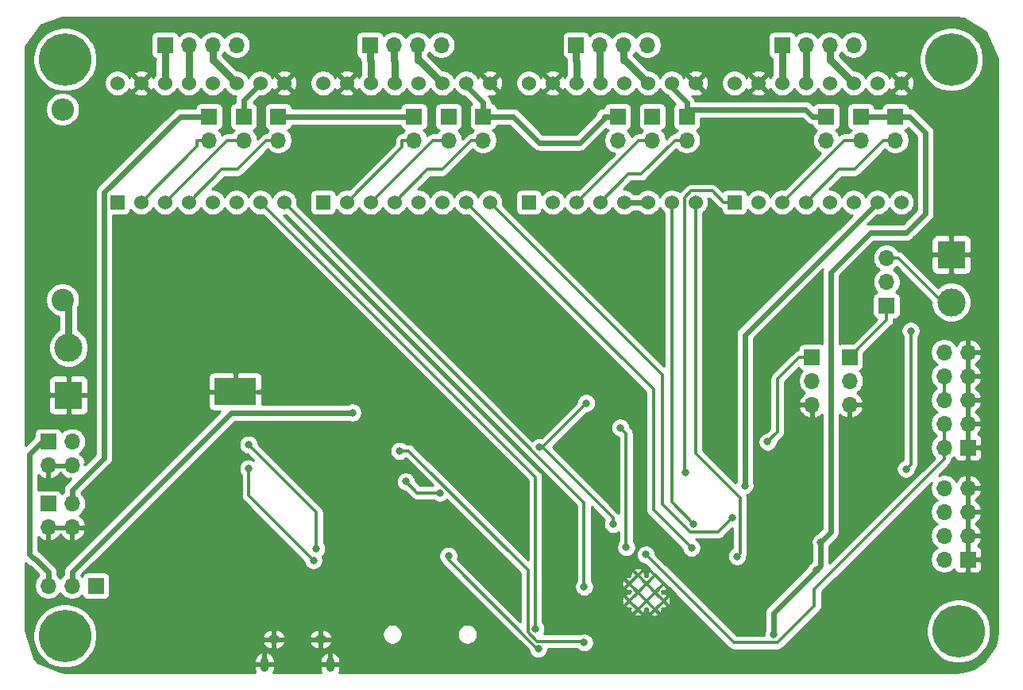
<source format=gbl>
G04 #@! TF.GenerationSoftware,KiCad,Pcbnew,(5.1.9)-1*
G04 #@! TF.CreationDate,2021-11-23T21:03:05+05:30*
G04 #@! TF.ProjectId,Onyx PCB,4f6e7978-2050-4434-922e-6b696361645f,rev?*
G04 #@! TF.SameCoordinates,Original*
G04 #@! TF.FileFunction,Copper,L2,Bot*
G04 #@! TF.FilePolarity,Positive*
%FSLAX46Y46*%
G04 Gerber Fmt 4.6, Leading zero omitted, Abs format (unit mm)*
G04 Created by KiCad (PCBNEW (5.1.9)-1) date 2021-11-23 21:03:05*
%MOMM*%
%LPD*%
G01*
G04 APERTURE LIST*
G04 #@! TA.AperFunction,ComponentPad*
%ADD10C,0.300000*%
G04 #@! TD*
G04 #@! TA.AperFunction,ComponentPad*
%ADD11O,1.700000X1.700000*%
G04 #@! TD*
G04 #@! TA.AperFunction,ComponentPad*
%ADD12R,1.700000X1.700000*%
G04 #@! TD*
G04 #@! TA.AperFunction,ComponentPad*
%ADD13O,0.890000X1.550000*%
G04 #@! TD*
G04 #@! TA.AperFunction,ComponentPad*
%ADD14O,1.250000X0.950000*%
G04 #@! TD*
G04 #@! TA.AperFunction,ComponentPad*
%ADD15C,0.600000*%
G04 #@! TD*
G04 #@! TA.AperFunction,SMDPad,CuDef*
%ADD16R,4.500000X2.950000*%
G04 #@! TD*
G04 #@! TA.AperFunction,ComponentPad*
%ADD17C,1.530000*%
G04 #@! TD*
G04 #@! TA.AperFunction,ComponentPad*
%ADD18R,1.530000X1.530000*%
G04 #@! TD*
G04 #@! TA.AperFunction,ComponentPad*
%ADD19C,3.000000*%
G04 #@! TD*
G04 #@! TA.AperFunction,ComponentPad*
%ADD20R,3.000000X3.000000*%
G04 #@! TD*
G04 #@! TA.AperFunction,ComponentPad*
%ADD21C,5.600000*%
G04 #@! TD*
G04 #@! TA.AperFunction,ComponentPad*
%ADD22O,2.400000X2.400000*%
G04 #@! TD*
G04 #@! TA.AperFunction,ComponentPad*
%ADD23C,2.400000*%
G04 #@! TD*
G04 #@! TA.AperFunction,ViaPad*
%ADD24C,0.800000*%
G04 #@! TD*
G04 #@! TA.AperFunction,ViaPad*
%ADD25C,0.900000*%
G04 #@! TD*
G04 #@! TA.AperFunction,Conductor*
%ADD26C,0.300000*%
G04 #@! TD*
G04 #@! TA.AperFunction,Conductor*
%ADD27C,0.600000*%
G04 #@! TD*
G04 #@! TA.AperFunction,Conductor*
%ADD28C,0.800000*%
G04 #@! TD*
G04 #@! TA.AperFunction,Conductor*
%ADD29C,0.254000*%
G04 #@! TD*
G04 #@! TA.AperFunction,Conductor*
%ADD30C,0.100000*%
G04 #@! TD*
G04 APERTURE END LIST*
D10*
X177882500Y-136260000D03*
X179717500Y-136260000D03*
X176965000Y-137177500D03*
X178800000Y-137177500D03*
X180635000Y-137177500D03*
X177882500Y-138095000D03*
X179717500Y-138095000D03*
X176965000Y-139012500D03*
X178800000Y-139012500D03*
X180635000Y-139012500D03*
X177882500Y-139930000D03*
X179717500Y-139930000D03*
D11*
X200508000Y-118110000D03*
X200508000Y-115570000D03*
D12*
X200508000Y-113030000D03*
D11*
X115062000Y-137414000D03*
X117602000Y-137414000D03*
D12*
X120142000Y-137414000D03*
D13*
X145105000Y-145826000D03*
X138105000Y-145826000D03*
D14*
X144105000Y-143126000D03*
X139105000Y-143126000D03*
D11*
X210566000Y-127000000D03*
X213106000Y-127000000D03*
X210566000Y-129540000D03*
X213106000Y-129540000D03*
X210566000Y-132080000D03*
X213106000Y-132080000D03*
X210566000Y-134620000D03*
D12*
X213106000Y-134620000D03*
D11*
X210566000Y-112522000D03*
X213106000Y-112522000D03*
X210566000Y-115062000D03*
X213106000Y-115062000D03*
X210566000Y-117602000D03*
X213106000Y-117602000D03*
X210566000Y-120142000D03*
X213106000Y-120142000D03*
X210566000Y-122682000D03*
D12*
X213106000Y-122682000D03*
D11*
X205359000Y-89916000D03*
D12*
X205359000Y-87376000D03*
D11*
X201676000Y-89916000D03*
D12*
X201676000Y-87376000D03*
D11*
X197993000Y-89916000D03*
D12*
X197993000Y-87376000D03*
D11*
X183134000Y-89916000D03*
D12*
X183134000Y-87376000D03*
D11*
X179451000Y-89916000D03*
D12*
X179451000Y-87376000D03*
D11*
X175768000Y-89916000D03*
D12*
X175768000Y-87376000D03*
D11*
X161417000Y-89916000D03*
D12*
X161417000Y-87376000D03*
D11*
X157734000Y-89916000D03*
D12*
X157734000Y-87376000D03*
D11*
X154051000Y-89916000D03*
D12*
X154051000Y-87376000D03*
D11*
X139573000Y-89916000D03*
D12*
X139573000Y-87376000D03*
D11*
X135890000Y-89916000D03*
D12*
X135890000Y-87376000D03*
D11*
X132207000Y-89916000D03*
D12*
X132207000Y-87376000D03*
D15*
X136801000Y-116113000D03*
X135701000Y-116113000D03*
X135701000Y-117313000D03*
X136801000Y-117313000D03*
X133201000Y-116113000D03*
X134401000Y-116113000D03*
X134401000Y-117313000D03*
X133201000Y-117313000D03*
D16*
X135001000Y-116713000D03*
D17*
X188214000Y-83820000D03*
X190754000Y-83820000D03*
X193294000Y-83820000D03*
X195834000Y-83820000D03*
X198374000Y-83820000D03*
X200914000Y-83820000D03*
X203454000Y-83820000D03*
X205994000Y-83820000D03*
X205994000Y-96520000D03*
X203454000Y-96520000D03*
X200914000Y-96520000D03*
X198374000Y-96520000D03*
X195834000Y-96520000D03*
X193294000Y-96520000D03*
X190754000Y-96520000D03*
D18*
X188214000Y-96520000D03*
D17*
X166285000Y-83820000D03*
X168825000Y-83820000D03*
X171365000Y-83820000D03*
X173905000Y-83820000D03*
X176445000Y-83820000D03*
X178985000Y-83820000D03*
X181525000Y-83820000D03*
X184065000Y-83820000D03*
X184065000Y-96520000D03*
X181525000Y-96520000D03*
X178985000Y-96520000D03*
X176445000Y-96520000D03*
X173905000Y-96520000D03*
X171365000Y-96520000D03*
X168825000Y-96520000D03*
D18*
X166285000Y-96520000D03*
D17*
X144357000Y-83820000D03*
X146897000Y-83820000D03*
X149437000Y-83820000D03*
X151977000Y-83820000D03*
X154517000Y-83820000D03*
X157057000Y-83820000D03*
X159597000Y-83820000D03*
X162137000Y-83820000D03*
X162137000Y-96520000D03*
X159597000Y-96520000D03*
X157057000Y-96520000D03*
X154517000Y-96520000D03*
X151977000Y-96520000D03*
X149437000Y-96520000D03*
X146897000Y-96520000D03*
D18*
X144357000Y-96520000D03*
D17*
X122428000Y-83820000D03*
X124968000Y-83820000D03*
X127508000Y-83820000D03*
X130048000Y-83820000D03*
X132588000Y-83820000D03*
X135128000Y-83820000D03*
X137668000Y-83820000D03*
X140208000Y-83820000D03*
X140208000Y-96520000D03*
X137668000Y-96520000D03*
X135128000Y-96520000D03*
X132588000Y-96520000D03*
X130048000Y-96520000D03*
X127508000Y-96520000D03*
X124968000Y-96520000D03*
D18*
X122428000Y-96520000D03*
D11*
X204419000Y-102464000D03*
X204419000Y-105004000D03*
D12*
X204419000Y-107544000D03*
D11*
X117602000Y-131191000D03*
X115062000Y-131191000D03*
X117602000Y-128651000D03*
D12*
X115062000Y-128651000D03*
D11*
X117602000Y-124587000D03*
X115062000Y-124587000D03*
X117602000Y-122047000D03*
D12*
X115062000Y-122047000D03*
D19*
X211328000Y-107188000D03*
D20*
X211328000Y-102108000D03*
D11*
X196494000Y-118110000D03*
X196494000Y-115570000D03*
D12*
X196494000Y-113030000D03*
D19*
X117221000Y-112014000D03*
D20*
X117221000Y-117094000D03*
D11*
X200914000Y-79756000D03*
X198374000Y-79756000D03*
X195834000Y-79756000D03*
D12*
X193294000Y-79756000D03*
D11*
X178943000Y-79756000D03*
X176403000Y-79756000D03*
X173863000Y-79756000D03*
D12*
X171323000Y-79756000D03*
D11*
X156972000Y-79756000D03*
X154432000Y-79756000D03*
X151892000Y-79756000D03*
D12*
X149352000Y-79756000D03*
D11*
X135138000Y-79756000D03*
X132598000Y-79756000D03*
X130058000Y-79756000D03*
D12*
X127518000Y-79756000D03*
D21*
X116840000Y-81280000D03*
X212090000Y-142240000D03*
X116840000Y-142748000D03*
X211328000Y-81280000D03*
D22*
X116586000Y-86614000D03*
D23*
X116586000Y-106934000D03*
D24*
X192405000Y-138430000D03*
X191516000Y-134493000D03*
X191516000Y-132842000D03*
X193167000Y-131953000D03*
X190246000Y-129159000D03*
X191897000Y-127508000D03*
X164846000Y-128778000D03*
X143002000Y-110083600D03*
X143065500Y-107264200D03*
X145592800Y-111861600D03*
X145948400Y-121361200D03*
X141122400Y-121767600D03*
D25*
X138938000Y-113385600D03*
X138988800Y-115163600D03*
D24*
X190703200Y-124307600D03*
X187502800Y-124307600D03*
X162458400Y-125323600D03*
X159562800Y-126238000D03*
X168148000Y-126187200D03*
X166370000Y-118110000D03*
X165100000Y-116840000D03*
X163830000Y-115570000D03*
X162560000Y-114300000D03*
X161290000Y-113030000D03*
X160020000Y-114300000D03*
X161290000Y-115570000D03*
X162560000Y-116840000D03*
X166116000Y-86614000D03*
X164338000Y-91694000D03*
X164338000Y-93980000D03*
X164338000Y-96012000D03*
X186182000Y-90932000D03*
X186182000Y-93726000D03*
X175768000Y-117094000D03*
X157480000Y-101600000D03*
X157480000Y-104140000D03*
X160020000Y-101600000D03*
X162560000Y-104140000D03*
X160020000Y-106680000D03*
X165100000Y-106680000D03*
X162560000Y-109220000D03*
X167640000Y-109220000D03*
X165100000Y-111760000D03*
X170180000Y-111760000D03*
X170180000Y-101600000D03*
X172720000Y-104140000D03*
X175260000Y-106680000D03*
X177800000Y-109220000D03*
X177800000Y-106680000D03*
X177800000Y-104140000D03*
X175260000Y-101600000D03*
X177800000Y-101600000D03*
X172720000Y-101600000D03*
X187960000Y-101600000D03*
X187960000Y-106680000D03*
X193040000Y-101600000D03*
X190500000Y-104140000D03*
X187960000Y-104140000D03*
X190500000Y-101600000D03*
X195580000Y-109220000D03*
X193040000Y-111760000D03*
X175260000Y-144780000D03*
X177800000Y-144780000D03*
X180340000Y-144780000D03*
X182880000Y-144780000D03*
X122555000Y-104775000D03*
X122555000Y-106680000D03*
X122834400Y-117957600D03*
X125666500Y-118021100D03*
X186690000Y-109220000D03*
X186690000Y-111760000D03*
X186690000Y-119380000D03*
X143510000Y-138430000D03*
X143510000Y-140970000D03*
X146050000Y-140970000D03*
X144780000Y-139700000D03*
X132080000Y-129540000D03*
X132080000Y-132080000D03*
X123190000Y-135890000D03*
X121920000Y-142240000D03*
X121920000Y-144780000D03*
X123190000Y-143510000D03*
X130810000Y-113030000D03*
X130175000Y-114935000D03*
X128905000Y-111760000D03*
X132715000Y-109855000D03*
X136525000Y-110490000D03*
X139065000Y-110490000D03*
X146685000Y-128905000D03*
X128168400Y-118198900D03*
X122834400Y-119329200D03*
X122555000Y-108585000D03*
X124460000Y-106680000D03*
X124460000Y-104775000D03*
X124460000Y-108585000D03*
X151765000Y-120650000D03*
X156845000Y-121920000D03*
X208915000Y-137795000D03*
X211455000Y-137795000D03*
X213995000Y-137795000D03*
X212090000Y-88265000D03*
X212090000Y-91440000D03*
X212090000Y-94615000D03*
X180340000Y-94488000D03*
X182372000Y-94488000D03*
X201168000Y-94234000D03*
X203708000Y-94234000D03*
X157480000Y-94234000D03*
X159766000Y-94234000D03*
X135636000Y-94234000D03*
X138176000Y-94234000D03*
X147916900Y-121081800D03*
X133718300Y-130949700D03*
X135864600Y-100558600D03*
X139014200Y-100495100D03*
X135775700Y-145211800D03*
X147637500Y-145288000D03*
X156806600Y-127504500D03*
X153168100Y-126296700D03*
X172194800Y-143481300D03*
X152520500Y-123036800D03*
X197420800Y-132777000D03*
X192401800Y-142624000D03*
X196922600Y-135774600D03*
X147495200Y-118965200D03*
X178767900Y-134094700D03*
X167292200Y-144140000D03*
X157722000Y-134228700D03*
X191738250Y-122078750D03*
X175304100Y-130830300D03*
X172413500Y-117937600D03*
X167442400Y-122627800D03*
X172194800Y-137514200D03*
X167002300Y-142022500D03*
X182950700Y-125365600D03*
X189312600Y-126754000D03*
X143644500Y-133461900D03*
X136418500Y-122375400D03*
X207010000Y-110236000D03*
X206502000Y-124968000D03*
X176040900Y-120565600D03*
X176668500Y-133307700D03*
X183639800Y-133376700D03*
X183866900Y-130836400D03*
X187965000Y-130205000D03*
X188500000Y-134289000D03*
X143331700Y-134714000D03*
X136406700Y-124904800D03*
D26*
X166370000Y-118110000D02*
X168148000Y-118110000D01*
X168148000Y-118110000D02*
X169418000Y-116840000D01*
X175514000Y-116840000D02*
X175768000Y-117094000D01*
X169418000Y-116840000D02*
X175514000Y-116840000D01*
X153168100Y-126296700D02*
X154375900Y-127504500D01*
X154375900Y-127504500D02*
X156806600Y-127504500D01*
X172194800Y-143481300D02*
X172053200Y-143339700D01*
X172053200Y-143339700D02*
X167187800Y-143339700D01*
X167187800Y-143339700D02*
X166202000Y-142353900D01*
X166202000Y-142353900D02*
X166202000Y-135768100D01*
X166202000Y-135768100D02*
X153470700Y-123036800D01*
X153470700Y-123036800D02*
X152520500Y-123036800D01*
D27*
X197420800Y-132777000D02*
X197420800Y-135276400D01*
X197420800Y-135276400D02*
X196922600Y-135774600D01*
X197993000Y-87376000D02*
X196542700Y-87376000D01*
X183134000Y-86650800D02*
X195817500Y-86650800D01*
X195817500Y-86650800D02*
X196542700Y-87376000D01*
X183134000Y-86650800D02*
X183134000Y-85925700D01*
X183134000Y-87376000D02*
X183134000Y-86650800D01*
X196922600Y-135774600D02*
X192401800Y-140295400D01*
X192401800Y-140295400D02*
X192401800Y-142624000D01*
X161417000Y-86650800D02*
X161417000Y-85925700D01*
X161417000Y-87376000D02*
X161417000Y-86650800D01*
X161417000Y-85925700D02*
X159597000Y-84105700D01*
X159597000Y-84105700D02*
X159597000Y-83820000D01*
X139573000Y-87376000D02*
X154051000Y-87376000D01*
X135890000Y-87376000D02*
X135890000Y-85598000D01*
X135890000Y-85598000D02*
X137668000Y-83820000D01*
X183134000Y-85925700D02*
X181525000Y-84316700D01*
X181525000Y-84316700D02*
X181525000Y-83820000D01*
X117602000Y-128651000D02*
X117602000Y-127200700D01*
X117602000Y-127200700D02*
X121008000Y-123794700D01*
X121008000Y-123794700D02*
X121008000Y-95494700D01*
X121008000Y-95494700D02*
X129126700Y-87376000D01*
X129126700Y-87376000D02*
X132207000Y-87376000D01*
X206857600Y-87376000D02*
X205359000Y-87376000D01*
X208584800Y-89103200D02*
X206857600Y-87376000D01*
X208584800Y-97739200D02*
X208584800Y-89103200D01*
X206552800Y-99771200D02*
X208584800Y-97739200D01*
X202692000Y-99771200D02*
X206552800Y-99771200D01*
X198501000Y-103962200D02*
X202692000Y-99771200D01*
X198501000Y-131696800D02*
X198501000Y-103962200D01*
X197420800Y-132777000D02*
X198501000Y-131696800D01*
X205359000Y-87376000D02*
X201676000Y-87376000D01*
X161417000Y-87376000D02*
X163576000Y-87376000D01*
X163576000Y-87376000D02*
X164592000Y-87376000D01*
X163576000Y-87376000D02*
X164084000Y-87376000D01*
X164592000Y-87376000D02*
X167386000Y-90170000D01*
X171704000Y-90170000D02*
X174498000Y-87376000D01*
X167386000Y-90170000D02*
X171704000Y-90170000D01*
X174498000Y-87376000D02*
X175768000Y-87376000D01*
X174317700Y-87376000D02*
X174498000Y-87376000D01*
X117602000Y-137414000D02*
X117602000Y-135963700D01*
X147495200Y-118965200D02*
X134600500Y-118965200D01*
X134600500Y-118965200D02*
X117602000Y-135963700D01*
D26*
X210566000Y-123932300D02*
X196741100Y-137757200D01*
X196741100Y-137757200D02*
X196741100Y-139551500D01*
X196741100Y-139551500D02*
X192793800Y-143498800D01*
X192793800Y-143498800D02*
X188172000Y-143498800D01*
X188172000Y-143498800D02*
X178767900Y-134094700D01*
X210566000Y-122682000D02*
X210566000Y-123932300D01*
X210566000Y-122682000D02*
X210566000Y-120142000D01*
X210566000Y-117602000D02*
X210566000Y-115062000D01*
D27*
X115062000Y-137414000D02*
X115062000Y-135963700D01*
X113568600Y-134470300D02*
X115062000Y-135963700D01*
X115062000Y-122047000D02*
X114376200Y-122047000D01*
X114376200Y-122047000D02*
X113030000Y-123393200D01*
X113030000Y-123393200D02*
X113030000Y-134061200D01*
X113439100Y-134470300D02*
X113568600Y-134470300D01*
X113030000Y-134061200D02*
X113439100Y-134470300D01*
D28*
X116586000Y-106934000D02*
X117221000Y-107569000D01*
X117221000Y-107569000D02*
X117221000Y-112014000D01*
X132598000Y-79756000D02*
X132598000Y-81406300D01*
X132598000Y-81406300D02*
X132714300Y-81406300D01*
X132714300Y-81406300D02*
X135128000Y-83820000D01*
X130058000Y-79756000D02*
X130058000Y-83810000D01*
X130058000Y-83810000D02*
X130048000Y-83820000D01*
X127518000Y-79756000D02*
X127518000Y-81406300D01*
X127518000Y-81406300D02*
X127508000Y-81416300D01*
X127508000Y-81416300D02*
X127508000Y-83820000D01*
X154432000Y-79756000D02*
X154432000Y-81406300D01*
X154432000Y-81406300D02*
X154643300Y-81406300D01*
X154643300Y-81406300D02*
X157057000Y-83820000D01*
X151892000Y-79756000D02*
X151892000Y-81406300D01*
X151892000Y-81406300D02*
X151977000Y-81491300D01*
X151977000Y-81491300D02*
X151977000Y-83820000D01*
X149352000Y-79756000D02*
X149352000Y-81406300D01*
X149352000Y-81406300D02*
X149437000Y-81491300D01*
X149437000Y-81491300D02*
X149437000Y-83820000D01*
X176403000Y-79756000D02*
X176403000Y-81406300D01*
X176403000Y-81406300D02*
X176571300Y-81406300D01*
X176571300Y-81406300D02*
X178985000Y-83820000D01*
X173863000Y-79756000D02*
X173863000Y-83778000D01*
X173863000Y-83778000D02*
X173905000Y-83820000D01*
X171323000Y-79756000D02*
X171323000Y-81406300D01*
X171323000Y-81406300D02*
X171365000Y-81448300D01*
X171365000Y-81448300D02*
X171365000Y-83820000D01*
X198374000Y-79756000D02*
X198374000Y-81406300D01*
X198374000Y-81406300D02*
X198500300Y-81406300D01*
X198500300Y-81406300D02*
X200914000Y-83820000D01*
X195834000Y-79756000D02*
X195834000Y-83820000D01*
X193294000Y-79756000D02*
X193294000Y-83820000D01*
D26*
X157722000Y-134228700D02*
X157722000Y-134675400D01*
X157722000Y-134675400D02*
X167186600Y-144140000D01*
X167186600Y-144140000D02*
X167292200Y-144140000D01*
X196494000Y-113030000D02*
X195135500Y-113030000D01*
X195135500Y-113030000D02*
X192786000Y-115379500D01*
X192786000Y-115379500D02*
X192786000Y-118491000D01*
X192786000Y-118491000D02*
X192786000Y-118491000D01*
X192786000Y-118491000D02*
X192786000Y-121031000D01*
X192786000Y-121031000D02*
X191738250Y-122078750D01*
X191738250Y-122078750D02*
X191643000Y-122174000D01*
X201640850Y-111897150D02*
X200508000Y-113030000D01*
X204419000Y-109119000D02*
X201640850Y-111897150D01*
X204419000Y-107544000D02*
X204419000Y-109119000D01*
X204419000Y-102464000D02*
X205669300Y-102464000D01*
X211328000Y-107188000D02*
X210393300Y-107188000D01*
X210393300Y-107188000D02*
X205669300Y-102464000D01*
X132207000Y-89916000D02*
X130956700Y-89916000D01*
X124968000Y-96520000D02*
X130956700Y-90531300D01*
X130956700Y-90531300D02*
X130956700Y-89916000D01*
X127508000Y-96520000D02*
X134112000Y-89916000D01*
X134112000Y-89916000D02*
X135890000Y-89916000D01*
X139573000Y-89916000D02*
X138322700Y-89916000D01*
X130048000Y-96520000D02*
X133538800Y-93029200D01*
X133538800Y-93029200D02*
X135209500Y-93029200D01*
X135209500Y-93029200D02*
X138322700Y-89916000D01*
X154051000Y-89916000D02*
X152800700Y-89916000D01*
X146897000Y-96520000D02*
X152800700Y-90616300D01*
X152800700Y-90616300D02*
X152800700Y-89916000D01*
X149437000Y-96520000D02*
X156041000Y-89916000D01*
X156041000Y-89916000D02*
X157734000Y-89916000D01*
X161417000Y-89916000D02*
X160166700Y-89916000D01*
X151977000Y-96520000D02*
X155457100Y-93039900D01*
X155457100Y-93039900D02*
X157042800Y-93039900D01*
X157042800Y-93039900D02*
X160166700Y-89916000D01*
X171365000Y-96520000D02*
X177969000Y-89916000D01*
X177969000Y-89916000D02*
X179451000Y-89916000D01*
X183134000Y-89916000D02*
X181883700Y-89916000D01*
X173905000Y-96520000D02*
X176913900Y-93511100D01*
X176913900Y-93511100D02*
X178288600Y-93511100D01*
X178288600Y-93511100D02*
X181883700Y-89916000D01*
X193294000Y-96520000D02*
X199898000Y-89916000D01*
X199898000Y-89916000D02*
X201676000Y-89916000D01*
X205359000Y-89916000D02*
X204108700Y-89916000D01*
X195834000Y-96520000D02*
X199324800Y-93029200D01*
X199324800Y-93029200D02*
X200995500Y-93029200D01*
X200995500Y-93029200D02*
X204108700Y-89916000D01*
X167723300Y-122627800D02*
X167442400Y-122627800D01*
X172413500Y-117937600D02*
X167723300Y-122627800D01*
X167723300Y-122627800D02*
X175304100Y-130208600D01*
X175304100Y-130208600D02*
X175304100Y-130830300D01*
X140208000Y-96520000D02*
X140208000Y-96592300D01*
X140208000Y-96592300D02*
X172194800Y-128579100D01*
X172194800Y-128579100D02*
X172194800Y-137514200D01*
X137668000Y-96520000D02*
X167002300Y-125854300D01*
X167002300Y-125854300D02*
X167002300Y-142022500D01*
X182872800Y-96016200D02*
X182872800Y-125287700D01*
X182872800Y-125287700D02*
X182950700Y-125365600D01*
X187048700Y-96520000D02*
X185835800Y-95307100D01*
X185835800Y-95307100D02*
X183581900Y-95307100D01*
X183581900Y-95307100D02*
X182872800Y-96016200D01*
X188214000Y-96520000D02*
X187048700Y-96520000D01*
D27*
X189312600Y-110661400D02*
X189312600Y-126754000D01*
X203454000Y-96520000D02*
X189312600Y-110661400D01*
D26*
X136418500Y-122375400D02*
X143644500Y-129601400D01*
X143644500Y-129601400D02*
X143644500Y-133461900D01*
X207010000Y-124460000D02*
X206502000Y-124968000D01*
X207010000Y-110236000D02*
X207010000Y-124460000D01*
X176668500Y-133307700D02*
X176668500Y-121193200D01*
X176668500Y-121193200D02*
X176040900Y-120565600D01*
X159597000Y-96520000D02*
X179568300Y-116491300D01*
X179568300Y-116491300D02*
X179568300Y-129305200D01*
X179568300Y-129305200D02*
X183639800Y-133376700D01*
X181525000Y-96520000D02*
X181525000Y-128494500D01*
X181525000Y-128494500D02*
X183866900Y-130836400D01*
X162137000Y-96520000D02*
X180539600Y-114922600D01*
X180539600Y-114922600D02*
X180539600Y-128720600D01*
X180539600Y-128720600D02*
X183489100Y-131670100D01*
X183489100Y-131670100D02*
X186499900Y-131670100D01*
X186499900Y-131670100D02*
X187965000Y-130205000D01*
X184065000Y-96520000D02*
X184065000Y-123299400D01*
X184065000Y-123299400D02*
X188801700Y-128036100D01*
X188801700Y-128036100D02*
X188801700Y-133987300D01*
X188801700Y-133987300D02*
X188500000Y-134289000D01*
D27*
X178985000Y-96520000D02*
X176445000Y-96520000D01*
D26*
X136406700Y-124904800D02*
X136406700Y-127789000D01*
X136406700Y-127789000D02*
X143331700Y-134714000D01*
D29*
X212618249Y-76932437D02*
X212814862Y-76986224D01*
X215036837Y-78319409D01*
X216250757Y-81232818D01*
X216256000Y-81304207D01*
X216256001Y-142210597D01*
X216183563Y-143022249D01*
X215976328Y-143779774D01*
X215853002Y-144038331D01*
X214794191Y-145450079D01*
X213717218Y-146219345D01*
X213244963Y-146426651D01*
X212476232Y-146611206D01*
X211811792Y-146660000D01*
X146065815Y-146660000D01*
X146139472Y-146491257D01*
X146185000Y-146283000D01*
X146185000Y-145953000D01*
X145232000Y-145953000D01*
X145232000Y-145973000D01*
X144978000Y-145973000D01*
X144978000Y-145953000D01*
X144025000Y-145953000D01*
X144025000Y-146283000D01*
X144070528Y-146491257D01*
X144144185Y-146660000D01*
X139065815Y-146660000D01*
X139139472Y-146491257D01*
X139185000Y-146283000D01*
X139185000Y-145953000D01*
X138232000Y-145953000D01*
X138232000Y-145973000D01*
X137978000Y-145973000D01*
X137978000Y-145953000D01*
X137025000Y-145953000D01*
X137025000Y-146283000D01*
X137070528Y-146491257D01*
X137144185Y-146660000D01*
X116869392Y-146660000D01*
X116464722Y-146623884D01*
X113943271Y-145573280D01*
X113558251Y-145175969D01*
X112707086Y-142409682D01*
X113405000Y-142409682D01*
X113405000Y-143086318D01*
X113537006Y-143749952D01*
X113795943Y-144375082D01*
X114171862Y-144937685D01*
X114650315Y-145416138D01*
X115212918Y-145792057D01*
X115838048Y-146050994D01*
X116501682Y-146183000D01*
X117178318Y-146183000D01*
X117841952Y-146050994D01*
X118467082Y-145792057D01*
X119029685Y-145416138D01*
X119076823Y-145369000D01*
X137025000Y-145369000D01*
X137025000Y-145699000D01*
X137978000Y-145699000D01*
X137978000Y-144583546D01*
X138232000Y-144583546D01*
X138232000Y-145699000D01*
X139185000Y-145699000D01*
X139185000Y-145369000D01*
X144025000Y-145369000D01*
X144025000Y-145699000D01*
X144978000Y-145699000D01*
X144978000Y-144583546D01*
X145232000Y-144583546D01*
X145232000Y-145699000D01*
X146185000Y-145699000D01*
X146185000Y-145369000D01*
X146139472Y-145160743D01*
X146054190Y-144965369D01*
X145932431Y-144790387D01*
X145778874Y-144642521D01*
X145599420Y-144527454D01*
X145398213Y-144456565D01*
X145232000Y-144583546D01*
X144978000Y-144583546D01*
X144811787Y-144456565D01*
X144610580Y-144527454D01*
X144431126Y-144642521D01*
X144277569Y-144790387D01*
X144155810Y-144965369D01*
X144070528Y-145160743D01*
X144025000Y-145369000D01*
X139185000Y-145369000D01*
X139139472Y-145160743D01*
X139054190Y-144965369D01*
X138932431Y-144790387D01*
X138778874Y-144642521D01*
X138599420Y-144527454D01*
X138398213Y-144456565D01*
X138232000Y-144583546D01*
X137978000Y-144583546D01*
X137811787Y-144456565D01*
X137610580Y-144527454D01*
X137431126Y-144642521D01*
X137277569Y-144790387D01*
X137155810Y-144965369D01*
X137070528Y-145160743D01*
X137025000Y-145369000D01*
X119076823Y-145369000D01*
X119508138Y-144937685D01*
X119884057Y-144375082D01*
X120142994Y-143749952D01*
X120207842Y-143423938D01*
X137885732Y-143423938D01*
X137955397Y-143612150D01*
X138069447Y-143797822D01*
X138217529Y-143957676D01*
X138393951Y-144085569D01*
X138591934Y-144176586D01*
X138803869Y-144227230D01*
X138978000Y-144078564D01*
X138978000Y-143253000D01*
X139232000Y-143253000D01*
X139232000Y-144078564D01*
X139406131Y-144227230D01*
X139618066Y-144176586D01*
X139816049Y-144085569D01*
X139992471Y-143957676D01*
X140140553Y-143797822D01*
X140254603Y-143612150D01*
X140324268Y-143423938D01*
X142885732Y-143423938D01*
X142955397Y-143612150D01*
X143069447Y-143797822D01*
X143217529Y-143957676D01*
X143393951Y-144085569D01*
X143591934Y-144176586D01*
X143803869Y-144227230D01*
X143978000Y-144078564D01*
X143978000Y-143253000D01*
X144232000Y-143253000D01*
X144232000Y-144078564D01*
X144406131Y-144227230D01*
X144618066Y-144176586D01*
X144816049Y-144085569D01*
X144992471Y-143957676D01*
X145140553Y-143797822D01*
X145254603Y-143612150D01*
X145324268Y-143423938D01*
X145197734Y-143253000D01*
X144232000Y-143253000D01*
X143978000Y-143253000D01*
X143012266Y-143253000D01*
X142885732Y-143423938D01*
X140324268Y-143423938D01*
X140197734Y-143253000D01*
X139232000Y-143253000D01*
X138978000Y-143253000D01*
X138012266Y-143253000D01*
X137885732Y-143423938D01*
X120207842Y-143423938D01*
X120275000Y-143086318D01*
X120275000Y-142828062D01*
X137885732Y-142828062D01*
X138012266Y-142999000D01*
X138978000Y-142999000D01*
X138978000Y-142173436D01*
X139232000Y-142173436D01*
X139232000Y-142999000D01*
X140197734Y-142999000D01*
X140324268Y-142828062D01*
X142885732Y-142828062D01*
X143012266Y-142999000D01*
X143978000Y-142999000D01*
X143978000Y-142173436D01*
X144232000Y-142173436D01*
X144232000Y-142999000D01*
X145197734Y-142999000D01*
X145324268Y-142828062D01*
X145254603Y-142639850D01*
X145157113Y-142481137D01*
X150654000Y-142481137D01*
X150654000Y-142694863D01*
X150695696Y-142904483D01*
X150777485Y-143101940D01*
X150896225Y-143279647D01*
X151047353Y-143430775D01*
X151225060Y-143549515D01*
X151422517Y-143631304D01*
X151632137Y-143673000D01*
X151845863Y-143673000D01*
X152055483Y-143631304D01*
X152252940Y-143549515D01*
X152430647Y-143430775D01*
X152581775Y-143279647D01*
X152700515Y-143101940D01*
X152782304Y-142904483D01*
X152824000Y-142694863D01*
X152824000Y-142481137D01*
X158654000Y-142481137D01*
X158654000Y-142694863D01*
X158695696Y-142904483D01*
X158777485Y-143101940D01*
X158896225Y-143279647D01*
X159047353Y-143430775D01*
X159225060Y-143549515D01*
X159422517Y-143631304D01*
X159632137Y-143673000D01*
X159845863Y-143673000D01*
X160055483Y-143631304D01*
X160252940Y-143549515D01*
X160430647Y-143430775D01*
X160581775Y-143279647D01*
X160700515Y-143101940D01*
X160782304Y-142904483D01*
X160824000Y-142694863D01*
X160824000Y-142481137D01*
X160782304Y-142271517D01*
X160700515Y-142074060D01*
X160581775Y-141896353D01*
X160430647Y-141745225D01*
X160252940Y-141626485D01*
X160055483Y-141544696D01*
X159845863Y-141503000D01*
X159632137Y-141503000D01*
X159422517Y-141544696D01*
X159225060Y-141626485D01*
X159047353Y-141745225D01*
X158896225Y-141896353D01*
X158777485Y-142074060D01*
X158695696Y-142271517D01*
X158654000Y-142481137D01*
X152824000Y-142481137D01*
X152782304Y-142271517D01*
X152700515Y-142074060D01*
X152581775Y-141896353D01*
X152430647Y-141745225D01*
X152252940Y-141626485D01*
X152055483Y-141544696D01*
X151845863Y-141503000D01*
X151632137Y-141503000D01*
X151422517Y-141544696D01*
X151225060Y-141626485D01*
X151047353Y-141745225D01*
X150896225Y-141896353D01*
X150777485Y-142074060D01*
X150695696Y-142271517D01*
X150654000Y-142481137D01*
X145157113Y-142481137D01*
X145140553Y-142454178D01*
X144992471Y-142294324D01*
X144816049Y-142166431D01*
X144618066Y-142075414D01*
X144406131Y-142024770D01*
X144232000Y-142173436D01*
X143978000Y-142173436D01*
X143803869Y-142024770D01*
X143591934Y-142075414D01*
X143393951Y-142166431D01*
X143217529Y-142294324D01*
X143069447Y-142454178D01*
X142955397Y-142639850D01*
X142885732Y-142828062D01*
X140324268Y-142828062D01*
X140254603Y-142639850D01*
X140140553Y-142454178D01*
X139992471Y-142294324D01*
X139816049Y-142166431D01*
X139618066Y-142075414D01*
X139406131Y-142024770D01*
X139232000Y-142173436D01*
X138978000Y-142173436D01*
X138803869Y-142024770D01*
X138591934Y-142075414D01*
X138393951Y-142166431D01*
X138217529Y-142294324D01*
X138069447Y-142454178D01*
X137955397Y-142639850D01*
X137885732Y-142828062D01*
X120275000Y-142828062D01*
X120275000Y-142409682D01*
X120142994Y-141746048D01*
X119884057Y-141120918D01*
X119508138Y-140558315D01*
X119029685Y-140079862D01*
X118467082Y-139703943D01*
X117841952Y-139445006D01*
X117178318Y-139313000D01*
X116501682Y-139313000D01*
X115838048Y-139445006D01*
X115212918Y-139703943D01*
X114650315Y-140079862D01*
X114171862Y-140558315D01*
X113795943Y-141120918D01*
X113537006Y-141746048D01*
X113405000Y-142409682D01*
X112707086Y-142409682D01*
X112649000Y-142220903D01*
X112649000Y-135002488D01*
X112745466Y-135098954D01*
X112774756Y-135134644D01*
X112917128Y-135251486D01*
X113079560Y-135338307D01*
X113129453Y-135353442D01*
X114075952Y-136299941D01*
X113908525Y-136467368D01*
X113746010Y-136710589D01*
X113634068Y-136980842D01*
X113577000Y-137267740D01*
X113577000Y-137560260D01*
X113634068Y-137847158D01*
X113746010Y-138117411D01*
X113908525Y-138360632D01*
X114115368Y-138567475D01*
X114358589Y-138729990D01*
X114628842Y-138841932D01*
X114915740Y-138899000D01*
X115208260Y-138899000D01*
X115495158Y-138841932D01*
X115765411Y-138729990D01*
X116008632Y-138567475D01*
X116215475Y-138360632D01*
X116332000Y-138186240D01*
X116448525Y-138360632D01*
X116655368Y-138567475D01*
X116898589Y-138729990D01*
X117168842Y-138841932D01*
X117455740Y-138899000D01*
X117748260Y-138899000D01*
X118035158Y-138841932D01*
X118305411Y-138729990D01*
X118548632Y-138567475D01*
X118680487Y-138435620D01*
X118702498Y-138508180D01*
X118761463Y-138618494D01*
X118840815Y-138715185D01*
X118937506Y-138794537D01*
X119047820Y-138853502D01*
X119167518Y-138889812D01*
X119292000Y-138902072D01*
X120992000Y-138902072D01*
X121116482Y-138889812D01*
X121236180Y-138853502D01*
X121346494Y-138794537D01*
X121443185Y-138715185D01*
X121522537Y-138618494D01*
X121581502Y-138508180D01*
X121617812Y-138388482D01*
X121630072Y-138264000D01*
X121630072Y-136564000D01*
X121617812Y-136439518D01*
X121581502Y-136319820D01*
X121522537Y-136209506D01*
X121443185Y-136112815D01*
X121346494Y-136033463D01*
X121236180Y-135974498D01*
X121116482Y-135938188D01*
X120992000Y-135925928D01*
X119292000Y-135925928D01*
X119167518Y-135938188D01*
X119047820Y-135974498D01*
X118937506Y-136033463D01*
X118840815Y-136112815D01*
X118761463Y-136209506D01*
X118702498Y-136319820D01*
X118680487Y-136392380D01*
X118588048Y-136299941D01*
X130085128Y-124802861D01*
X135371700Y-124802861D01*
X135371700Y-125006739D01*
X135411474Y-125206698D01*
X135489495Y-125395056D01*
X135602763Y-125564574D01*
X135621700Y-125583511D01*
X135621701Y-127750437D01*
X135617903Y-127789000D01*
X135633059Y-127942886D01*
X135677946Y-128090859D01*
X135711415Y-128153475D01*
X135750839Y-128227233D01*
X135791390Y-128276644D01*
X135824355Y-128316812D01*
X135824359Y-128316816D01*
X135848937Y-128346764D01*
X135878885Y-128371342D01*
X142296700Y-134789158D01*
X142296700Y-134815939D01*
X142336474Y-135015898D01*
X142414495Y-135204256D01*
X142527763Y-135373774D01*
X142671926Y-135517937D01*
X142841444Y-135631205D01*
X143029802Y-135709226D01*
X143229761Y-135749000D01*
X143433639Y-135749000D01*
X143633598Y-135709226D01*
X143821956Y-135631205D01*
X143991474Y-135517937D01*
X144135637Y-135373774D01*
X144248905Y-135204256D01*
X144326926Y-135015898D01*
X144366700Y-134815939D01*
X144366700Y-134612061D01*
X144326926Y-134412102D01*
X144274564Y-134285689D01*
X144304274Y-134265837D01*
X144448437Y-134121674D01*
X144561705Y-133952156D01*
X144639726Y-133763798D01*
X144679500Y-133563839D01*
X144679500Y-133359961D01*
X144639726Y-133160002D01*
X144561705Y-132971644D01*
X144448437Y-132802126D01*
X144429500Y-132783189D01*
X144429500Y-129639952D01*
X144433297Y-129601399D01*
X144429500Y-129562846D01*
X144429500Y-129562839D01*
X144418141Y-129447513D01*
X144373254Y-129299540D01*
X144300362Y-129163167D01*
X144202264Y-129043636D01*
X144172317Y-129019059D01*
X137453500Y-122300243D01*
X137453500Y-122273461D01*
X137413726Y-122073502D01*
X137335705Y-121885144D01*
X137222437Y-121715626D01*
X137078274Y-121571463D01*
X136908756Y-121458195D01*
X136720398Y-121380174D01*
X136520439Y-121340400D01*
X136316561Y-121340400D01*
X136116602Y-121380174D01*
X135928244Y-121458195D01*
X135758726Y-121571463D01*
X135614563Y-121715626D01*
X135501295Y-121885144D01*
X135423274Y-122073502D01*
X135383500Y-122273461D01*
X135383500Y-122477339D01*
X135423274Y-122677298D01*
X135501295Y-122865656D01*
X135614563Y-123035174D01*
X135758726Y-123179337D01*
X135928244Y-123292605D01*
X136116602Y-123370626D01*
X136316561Y-123410400D01*
X136343343Y-123410400D01*
X136968024Y-124035081D01*
X136896956Y-123987595D01*
X136708598Y-123909574D01*
X136508639Y-123869800D01*
X136304761Y-123869800D01*
X136104802Y-123909574D01*
X135916444Y-123987595D01*
X135746926Y-124100863D01*
X135602763Y-124245026D01*
X135489495Y-124414544D01*
X135411474Y-124602902D01*
X135371700Y-124802861D01*
X130085128Y-124802861D01*
X134987790Y-119900200D01*
X147047905Y-119900200D01*
X147193302Y-119960426D01*
X147393261Y-120000200D01*
X147597139Y-120000200D01*
X147797098Y-119960426D01*
X147985456Y-119882405D01*
X148154974Y-119769137D01*
X148299137Y-119624974D01*
X148412405Y-119455456D01*
X148490426Y-119267098D01*
X148530200Y-119067139D01*
X148530200Y-118863261D01*
X148490426Y-118663302D01*
X148412405Y-118474944D01*
X148299137Y-118305426D01*
X148154974Y-118161263D01*
X147985456Y-118047995D01*
X147797098Y-117969974D01*
X147597139Y-117930200D01*
X147393261Y-117930200D01*
X147193302Y-117969974D01*
X147047905Y-118030200D01*
X137888664Y-118030200D01*
X137886000Y-116998750D01*
X137727250Y-116840000D01*
X137250906Y-116840000D01*
X137255936Y-116747541D01*
X137221395Y-116713000D01*
X137255936Y-116678459D01*
X137250906Y-116586000D01*
X137727250Y-116586000D01*
X137886000Y-116427250D01*
X137889072Y-115238000D01*
X137876812Y-115113518D01*
X137840502Y-114993820D01*
X137781537Y-114883506D01*
X137702185Y-114786815D01*
X137605494Y-114707463D01*
X137495180Y-114648498D01*
X137375482Y-114612188D01*
X137251000Y-114599928D01*
X135286750Y-114603000D01*
X135128000Y-114761750D01*
X135128000Y-115663094D01*
X135068238Y-115659843D01*
X135066459Y-115658064D01*
X135051000Y-115658905D01*
X135035541Y-115658064D01*
X135033762Y-115659843D01*
X134874000Y-115668533D01*
X134874000Y-114761750D01*
X134715250Y-114603000D01*
X132751000Y-114599928D01*
X132626518Y-114612188D01*
X132506820Y-114648498D01*
X132396506Y-114707463D01*
X132299815Y-114786815D01*
X132220463Y-114883506D01*
X132161498Y-114993820D01*
X132125188Y-115113518D01*
X132112928Y-115238000D01*
X132116000Y-116427250D01*
X132274750Y-116586000D01*
X132751094Y-116586000D01*
X132746064Y-116678459D01*
X132780605Y-116713000D01*
X132746064Y-116747541D01*
X132751094Y-116840000D01*
X132274750Y-116840000D01*
X132116000Y-116998750D01*
X132112928Y-118188000D01*
X132125188Y-118312482D01*
X132161498Y-118432180D01*
X132220463Y-118542494D01*
X132299815Y-118639185D01*
X132396506Y-118718537D01*
X132506820Y-118777502D01*
X132626518Y-118813812D01*
X132751000Y-118826072D01*
X133418382Y-118825028D01*
X116973336Y-135270075D01*
X116937657Y-135299356D01*
X116820815Y-135441728D01*
X116740863Y-135591309D01*
X116733994Y-135604160D01*
X116680529Y-135780409D01*
X116662476Y-135963700D01*
X116667001Y-136009641D01*
X116667001Y-136252752D01*
X116655368Y-136260525D01*
X116448525Y-136467368D01*
X116332000Y-136641760D01*
X116215475Y-136467368D01*
X116008632Y-136260525D01*
X115997000Y-136252753D01*
X115997000Y-136009635D01*
X116001524Y-135963700D01*
X115983472Y-135780408D01*
X115930007Y-135604159D01*
X115883920Y-135517937D01*
X115843186Y-135441728D01*
X115726344Y-135299356D01*
X115690659Y-135270070D01*
X114262230Y-133841641D01*
X114232944Y-133805956D01*
X114090572Y-133689114D01*
X113965000Y-133621995D01*
X113965000Y-132191799D01*
X114180645Y-132386178D01*
X114430748Y-132535157D01*
X114705109Y-132632481D01*
X114935000Y-132511814D01*
X114935000Y-131318000D01*
X115189000Y-131318000D01*
X115189000Y-132511814D01*
X115418891Y-132632481D01*
X115693252Y-132535157D01*
X115943355Y-132386178D01*
X116159588Y-132191269D01*
X116332000Y-131960120D01*
X116504412Y-132191269D01*
X116720645Y-132386178D01*
X116970748Y-132535157D01*
X117245109Y-132632481D01*
X117475000Y-132511814D01*
X117475000Y-131318000D01*
X117729000Y-131318000D01*
X117729000Y-132511814D01*
X117958891Y-132632481D01*
X118233252Y-132535157D01*
X118483355Y-132386178D01*
X118699588Y-132191269D01*
X118873641Y-131957920D01*
X118998825Y-131695099D01*
X119043476Y-131547890D01*
X118922155Y-131318000D01*
X117729000Y-131318000D01*
X117475000Y-131318000D01*
X115189000Y-131318000D01*
X114935000Y-131318000D01*
X114915000Y-131318000D01*
X114915000Y-131064000D01*
X114935000Y-131064000D01*
X114935000Y-131044000D01*
X115189000Y-131044000D01*
X115189000Y-131064000D01*
X117475000Y-131064000D01*
X117475000Y-131044000D01*
X117729000Y-131044000D01*
X117729000Y-131064000D01*
X118922155Y-131064000D01*
X119043476Y-130834110D01*
X118998825Y-130686901D01*
X118873641Y-130424080D01*
X118699588Y-130190731D01*
X118483355Y-129995822D01*
X118366466Y-129926195D01*
X118548632Y-129804475D01*
X118755475Y-129597632D01*
X118917990Y-129354411D01*
X119029932Y-129084158D01*
X119087000Y-128797260D01*
X119087000Y-128504740D01*
X119029932Y-128217842D01*
X118917990Y-127947589D01*
X118755475Y-127704368D01*
X118588048Y-127536941D01*
X121636666Y-124488324D01*
X121672344Y-124459044D01*
X121789186Y-124316672D01*
X121876007Y-124154240D01*
X121914255Y-124028154D01*
X121929471Y-123977993D01*
X121947524Y-123794701D01*
X121943000Y-123748769D01*
X121943000Y-97923072D01*
X123193000Y-97923072D01*
X123317482Y-97910812D01*
X123437180Y-97874502D01*
X123547494Y-97815537D01*
X123644185Y-97736185D01*
X123723537Y-97639494D01*
X123782502Y-97529180D01*
X123818812Y-97409482D01*
X123826488Y-97331541D01*
X123880549Y-97412448D01*
X124075552Y-97607451D01*
X124304851Y-97760664D01*
X124559635Y-97866199D01*
X124830112Y-97920000D01*
X125105888Y-97920000D01*
X125376365Y-97866199D01*
X125631149Y-97760664D01*
X125860448Y-97607451D01*
X126055451Y-97412448D01*
X126208664Y-97183149D01*
X126238000Y-97112326D01*
X126267336Y-97183149D01*
X126420549Y-97412448D01*
X126615552Y-97607451D01*
X126844851Y-97760664D01*
X127099635Y-97866199D01*
X127370112Y-97920000D01*
X127645888Y-97920000D01*
X127916365Y-97866199D01*
X128171149Y-97760664D01*
X128400448Y-97607451D01*
X128595451Y-97412448D01*
X128748664Y-97183149D01*
X128778000Y-97112326D01*
X128807336Y-97183149D01*
X128960549Y-97412448D01*
X129155552Y-97607451D01*
X129384851Y-97760664D01*
X129639635Y-97866199D01*
X129910112Y-97920000D01*
X130185888Y-97920000D01*
X130456365Y-97866199D01*
X130711149Y-97760664D01*
X130940448Y-97607451D01*
X131135451Y-97412448D01*
X131288664Y-97183149D01*
X131318000Y-97112326D01*
X131347336Y-97183149D01*
X131500549Y-97412448D01*
X131695552Y-97607451D01*
X131924851Y-97760664D01*
X132179635Y-97866199D01*
X132450112Y-97920000D01*
X132725888Y-97920000D01*
X132996365Y-97866199D01*
X133251149Y-97760664D01*
X133480448Y-97607451D01*
X133675451Y-97412448D01*
X133828664Y-97183149D01*
X133858000Y-97112326D01*
X133887336Y-97183149D01*
X134040549Y-97412448D01*
X134235552Y-97607451D01*
X134464851Y-97760664D01*
X134719635Y-97866199D01*
X134990112Y-97920000D01*
X135265888Y-97920000D01*
X135536365Y-97866199D01*
X135791149Y-97760664D01*
X136020448Y-97607451D01*
X136215451Y-97412448D01*
X136368664Y-97183149D01*
X136398000Y-97112326D01*
X136427336Y-97183149D01*
X136580549Y-97412448D01*
X136775552Y-97607451D01*
X137004851Y-97760664D01*
X137259635Y-97866199D01*
X137530112Y-97920000D01*
X137805888Y-97920000D01*
X137932632Y-97894789D01*
X166217300Y-126179458D01*
X166217301Y-134673243D01*
X154053047Y-122508990D01*
X154028464Y-122479036D01*
X153908933Y-122380938D01*
X153772560Y-122308046D01*
X153624587Y-122263159D01*
X153509261Y-122251800D01*
X153509253Y-122251800D01*
X153470700Y-122248003D01*
X153432147Y-122251800D01*
X153199211Y-122251800D01*
X153180274Y-122232863D01*
X153010756Y-122119595D01*
X152822398Y-122041574D01*
X152622439Y-122001800D01*
X152418561Y-122001800D01*
X152218602Y-122041574D01*
X152030244Y-122119595D01*
X151860726Y-122232863D01*
X151716563Y-122377026D01*
X151603295Y-122546544D01*
X151525274Y-122734902D01*
X151485500Y-122934861D01*
X151485500Y-123138739D01*
X151525274Y-123338698D01*
X151603295Y-123527056D01*
X151716563Y-123696574D01*
X151860726Y-123840737D01*
X152030244Y-123954005D01*
X152218602Y-124032026D01*
X152418561Y-124071800D01*
X152622439Y-124071800D01*
X152822398Y-124032026D01*
X153010756Y-123954005D01*
X153170806Y-123847063D01*
X156043243Y-126719500D01*
X154701058Y-126719500D01*
X154203100Y-126221543D01*
X154203100Y-126194761D01*
X154163326Y-125994802D01*
X154085305Y-125806444D01*
X153972037Y-125636926D01*
X153827874Y-125492763D01*
X153658356Y-125379495D01*
X153469998Y-125301474D01*
X153270039Y-125261700D01*
X153066161Y-125261700D01*
X152866202Y-125301474D01*
X152677844Y-125379495D01*
X152508326Y-125492763D01*
X152364163Y-125636926D01*
X152250895Y-125806444D01*
X152172874Y-125994802D01*
X152133100Y-126194761D01*
X152133100Y-126398639D01*
X152172874Y-126598598D01*
X152250895Y-126786956D01*
X152364163Y-126956474D01*
X152508326Y-127100637D01*
X152677844Y-127213905D01*
X152866202Y-127291926D01*
X153066161Y-127331700D01*
X153092943Y-127331700D01*
X153793558Y-128032315D01*
X153818136Y-128062264D01*
X153848084Y-128086842D01*
X153848087Y-128086845D01*
X153862312Y-128098519D01*
X153937667Y-128160362D01*
X154074040Y-128233254D01*
X154222012Y-128278141D01*
X154236390Y-128279557D01*
X154337339Y-128289500D01*
X154337346Y-128289500D01*
X154375899Y-128293297D01*
X154414452Y-128289500D01*
X156127889Y-128289500D01*
X156146826Y-128308437D01*
X156316344Y-128421705D01*
X156504702Y-128499726D01*
X156704661Y-128539500D01*
X156908539Y-128539500D01*
X157108498Y-128499726D01*
X157296856Y-128421705D01*
X157466374Y-128308437D01*
X157549277Y-128225534D01*
X165417001Y-136093259D01*
X165417000Y-141260243D01*
X158708477Y-134551720D01*
X158717226Y-134530598D01*
X158757000Y-134330639D01*
X158757000Y-134126761D01*
X158717226Y-133926802D01*
X158639205Y-133738444D01*
X158525937Y-133568926D01*
X158381774Y-133424763D01*
X158212256Y-133311495D01*
X158023898Y-133233474D01*
X157823939Y-133193700D01*
X157620061Y-133193700D01*
X157420102Y-133233474D01*
X157231744Y-133311495D01*
X157062226Y-133424763D01*
X156918063Y-133568926D01*
X156804795Y-133738444D01*
X156726774Y-133926802D01*
X156687000Y-134126761D01*
X156687000Y-134330639D01*
X156726774Y-134530598D01*
X156804795Y-134718956D01*
X156918063Y-134888474D01*
X156987323Y-134957734D01*
X156993246Y-134977260D01*
X157066138Y-135113633D01*
X157164237Y-135233164D01*
X157194185Y-135257742D01*
X166276771Y-144340328D01*
X166296974Y-144441898D01*
X166374995Y-144630256D01*
X166488263Y-144799774D01*
X166632426Y-144943937D01*
X166801944Y-145057205D01*
X166990302Y-145135226D01*
X167190261Y-145175000D01*
X167394139Y-145175000D01*
X167594098Y-145135226D01*
X167782456Y-145057205D01*
X167951974Y-144943937D01*
X168096137Y-144799774D01*
X168209405Y-144630256D01*
X168287426Y-144441898D01*
X168327200Y-144241939D01*
X168327200Y-144124700D01*
X171379922Y-144124700D01*
X171390863Y-144141074D01*
X171535026Y-144285237D01*
X171704544Y-144398505D01*
X171892902Y-144476526D01*
X172092861Y-144516300D01*
X172296739Y-144516300D01*
X172496698Y-144476526D01*
X172685056Y-144398505D01*
X172854574Y-144285237D01*
X172998737Y-144141074D01*
X173112005Y-143971556D01*
X173190026Y-143783198D01*
X173229800Y-143583239D01*
X173229800Y-143379361D01*
X173190026Y-143179402D01*
X173112005Y-142991044D01*
X172998737Y-142821526D01*
X172854574Y-142677363D01*
X172685056Y-142564095D01*
X172496698Y-142486074D01*
X172296739Y-142446300D01*
X172092861Y-142446300D01*
X171892902Y-142486074D01*
X171727225Y-142554700D01*
X167891479Y-142554700D01*
X167919505Y-142512756D01*
X167997526Y-142324398D01*
X168037300Y-142124439D01*
X168037300Y-141920561D01*
X167997526Y-141720602D01*
X167919505Y-141532244D01*
X167806237Y-141362726D01*
X167787300Y-141343789D01*
X167787300Y-140581399D01*
X177437661Y-140581399D01*
X177573289Y-140655667D01*
X177720802Y-140702047D01*
X177874527Y-140718759D01*
X178028559Y-140705158D01*
X178176979Y-140661769D01*
X178314082Y-140590259D01*
X178327339Y-140581399D01*
X179272661Y-140581399D01*
X179408289Y-140655667D01*
X179555802Y-140702047D01*
X179709527Y-140718759D01*
X179863559Y-140705158D01*
X180011979Y-140661769D01*
X180149082Y-140590259D01*
X180162339Y-140581399D01*
X180146451Y-140391478D01*
X179717500Y-139962527D01*
X179288549Y-140391478D01*
X179272661Y-140581399D01*
X178327339Y-140581399D01*
X178311451Y-140391478D01*
X177882500Y-139962527D01*
X177453549Y-140391478D01*
X177437661Y-140581399D01*
X167787300Y-140581399D01*
X167787300Y-139663899D01*
X176520161Y-139663899D01*
X176655789Y-139738167D01*
X176803302Y-139784547D01*
X176957027Y-139801259D01*
X177108322Y-139787900D01*
X177093741Y-139922027D01*
X177107342Y-140076059D01*
X177150731Y-140224479D01*
X177222241Y-140361582D01*
X177231101Y-140374839D01*
X177421022Y-140358951D01*
X177849973Y-139930000D01*
X177915027Y-139930000D01*
X178343978Y-140358951D01*
X178533899Y-140374839D01*
X178608167Y-140239211D01*
X178654547Y-140091698D01*
X178671259Y-139937973D01*
X178657900Y-139786678D01*
X178792027Y-139801259D01*
X178943322Y-139787900D01*
X178928741Y-139922027D01*
X178942342Y-140076059D01*
X178985731Y-140224479D01*
X179057241Y-140361582D01*
X179066101Y-140374839D01*
X179256022Y-140358951D01*
X179684973Y-139930000D01*
X179750027Y-139930000D01*
X180178978Y-140358951D01*
X180368899Y-140374839D01*
X180443167Y-140239211D01*
X180489547Y-140091698D01*
X180506259Y-139937973D01*
X180492900Y-139786678D01*
X180627027Y-139801259D01*
X180781059Y-139787658D01*
X180929479Y-139744269D01*
X181066582Y-139672759D01*
X181079839Y-139663899D01*
X181063951Y-139473978D01*
X180635000Y-139045027D01*
X180206049Y-139473978D01*
X180203959Y-139498959D01*
X180178978Y-139501049D01*
X179750027Y-139930000D01*
X179684973Y-139930000D01*
X179256022Y-139501049D01*
X179231041Y-139498959D01*
X179228951Y-139473978D01*
X178800000Y-139045027D01*
X178371049Y-139473978D01*
X178368959Y-139498959D01*
X178343978Y-139501049D01*
X177915027Y-139930000D01*
X177849973Y-139930000D01*
X177421022Y-139501049D01*
X177396041Y-139498959D01*
X177393951Y-139473978D01*
X176965000Y-139045027D01*
X176536049Y-139473978D01*
X176520161Y-139663899D01*
X167787300Y-139663899D01*
X167787300Y-139004527D01*
X176176241Y-139004527D01*
X176189842Y-139158559D01*
X176233231Y-139306979D01*
X176304741Y-139444082D01*
X176313601Y-139457339D01*
X176503522Y-139441451D01*
X176932473Y-139012500D01*
X176997527Y-139012500D01*
X177426478Y-139441451D01*
X177451459Y-139443541D01*
X177453549Y-139468522D01*
X177882500Y-139897473D01*
X178311451Y-139468522D01*
X178313541Y-139443541D01*
X178338522Y-139441451D01*
X178767473Y-139012500D01*
X178832527Y-139012500D01*
X179261478Y-139441451D01*
X179286459Y-139443541D01*
X179288549Y-139468522D01*
X179717500Y-139897473D01*
X180146451Y-139468522D01*
X180148541Y-139443541D01*
X180173522Y-139441451D01*
X180602473Y-139012500D01*
X180667527Y-139012500D01*
X181096478Y-139441451D01*
X181286399Y-139457339D01*
X181360667Y-139321711D01*
X181407047Y-139174198D01*
X181423759Y-139020473D01*
X181410158Y-138866441D01*
X181366769Y-138718021D01*
X181295259Y-138580918D01*
X181286399Y-138567661D01*
X181096478Y-138583549D01*
X180667527Y-139012500D01*
X180602473Y-139012500D01*
X180173522Y-138583549D01*
X180148541Y-138581459D01*
X180146451Y-138556478D01*
X179717500Y-138127527D01*
X179288549Y-138556478D01*
X179286459Y-138581459D01*
X179261478Y-138583549D01*
X178832527Y-139012500D01*
X178767473Y-139012500D01*
X178338522Y-138583549D01*
X178313541Y-138581459D01*
X178311451Y-138556478D01*
X177882500Y-138127527D01*
X177453549Y-138556478D01*
X177451459Y-138581459D01*
X177426478Y-138583549D01*
X176997527Y-139012500D01*
X176932473Y-139012500D01*
X176503522Y-138583549D01*
X176313601Y-138567661D01*
X176239333Y-138703289D01*
X176192953Y-138850802D01*
X176176241Y-139004527D01*
X167787300Y-139004527D01*
X167787300Y-125892856D01*
X167791097Y-125854300D01*
X167787300Y-125815740D01*
X167787300Y-125815739D01*
X167780002Y-125741641D01*
X167775942Y-125700413D01*
X167731054Y-125552440D01*
X167729934Y-125550345D01*
X167658162Y-125416067D01*
X167560064Y-125296536D01*
X167530117Y-125271959D01*
X140178157Y-97920000D01*
X140345888Y-97920000D01*
X140412327Y-97906784D01*
X171409800Y-128904258D01*
X171409801Y-136835488D01*
X171390863Y-136854426D01*
X171277595Y-137023944D01*
X171199574Y-137212302D01*
X171159800Y-137412261D01*
X171159800Y-137616139D01*
X171199574Y-137816098D01*
X171277595Y-138004456D01*
X171390863Y-138173974D01*
X171535026Y-138318137D01*
X171704544Y-138431405D01*
X171892902Y-138509426D01*
X172092861Y-138549200D01*
X172296739Y-138549200D01*
X172496698Y-138509426D01*
X172685056Y-138431405D01*
X172854574Y-138318137D01*
X172998737Y-138173974D01*
X173112005Y-138004456D01*
X173184723Y-137828899D01*
X176520161Y-137828899D01*
X176655789Y-137903167D01*
X176803302Y-137949547D01*
X176957027Y-137966259D01*
X177108322Y-137952900D01*
X177093741Y-138087027D01*
X177107100Y-138238322D01*
X176972973Y-138223741D01*
X176818941Y-138237342D01*
X176670521Y-138280731D01*
X176533418Y-138352241D01*
X176520161Y-138361101D01*
X176536049Y-138551022D01*
X176965000Y-138979973D01*
X177393951Y-138551022D01*
X177396041Y-138526041D01*
X177421022Y-138523951D01*
X177849973Y-138095000D01*
X177915027Y-138095000D01*
X178343978Y-138523951D01*
X178368959Y-138526041D01*
X178371049Y-138551022D01*
X178800000Y-138979973D01*
X179228951Y-138551022D01*
X179231041Y-138526041D01*
X179256022Y-138523951D01*
X179684973Y-138095000D01*
X179750027Y-138095000D01*
X180178978Y-138523951D01*
X180203959Y-138526041D01*
X180206049Y-138551022D01*
X180635000Y-138979973D01*
X181063951Y-138551022D01*
X181079839Y-138361101D01*
X180944211Y-138286833D01*
X180796698Y-138240453D01*
X180642973Y-138223741D01*
X180491678Y-138237100D01*
X180506259Y-138102973D01*
X180492900Y-137951678D01*
X180627027Y-137966259D01*
X180781059Y-137952658D01*
X180929479Y-137909269D01*
X181066582Y-137837759D01*
X181079839Y-137828899D01*
X181063951Y-137638978D01*
X180635000Y-137210027D01*
X180206049Y-137638978D01*
X180203959Y-137663959D01*
X180178978Y-137666049D01*
X179750027Y-138095000D01*
X179684973Y-138095000D01*
X179256022Y-137666049D01*
X179231041Y-137663959D01*
X179228951Y-137638978D01*
X178800000Y-137210027D01*
X178371049Y-137638978D01*
X178368959Y-137663959D01*
X178343978Y-137666049D01*
X177915027Y-138095000D01*
X177849973Y-138095000D01*
X177421022Y-137666049D01*
X177396041Y-137663959D01*
X177393951Y-137638978D01*
X176965000Y-137210027D01*
X176536049Y-137638978D01*
X176520161Y-137828899D01*
X173184723Y-137828899D01*
X173190026Y-137816098D01*
X173229800Y-137616139D01*
X173229800Y-137412261D01*
X173190026Y-137212302D01*
X173172308Y-137169527D01*
X176176241Y-137169527D01*
X176189842Y-137323559D01*
X176233231Y-137471979D01*
X176304741Y-137609082D01*
X176313601Y-137622339D01*
X176503522Y-137606451D01*
X176932473Y-137177500D01*
X176997527Y-137177500D01*
X177426478Y-137606451D01*
X177451459Y-137608541D01*
X177453549Y-137633522D01*
X177882500Y-138062473D01*
X178311451Y-137633522D01*
X178313541Y-137608541D01*
X178338522Y-137606451D01*
X178767473Y-137177500D01*
X178832527Y-137177500D01*
X179261478Y-137606451D01*
X179286459Y-137608541D01*
X179288549Y-137633522D01*
X179717500Y-138062473D01*
X180146451Y-137633522D01*
X180148541Y-137608541D01*
X180173522Y-137606451D01*
X180602473Y-137177500D01*
X180173522Y-136748549D01*
X180148541Y-136746459D01*
X180146451Y-136721478D01*
X179717500Y-136292527D01*
X179288549Y-136721478D01*
X179286459Y-136746459D01*
X179261478Y-136748549D01*
X178832527Y-137177500D01*
X178767473Y-137177500D01*
X178338522Y-136748549D01*
X178313541Y-136746459D01*
X178311451Y-136721478D01*
X177882500Y-136292527D01*
X177453549Y-136721478D01*
X177451459Y-136746459D01*
X177426478Y-136748549D01*
X176997527Y-137177500D01*
X176932473Y-137177500D01*
X176503522Y-136748549D01*
X176313601Y-136732661D01*
X176239333Y-136868289D01*
X176192953Y-137015802D01*
X176176241Y-137169527D01*
X173172308Y-137169527D01*
X173112005Y-137023944D01*
X172998737Y-136854426D01*
X172979800Y-136835489D01*
X172979800Y-136526101D01*
X176520161Y-136526101D01*
X176536049Y-136716022D01*
X176965000Y-137144973D01*
X177393951Y-136716022D01*
X177396041Y-136691041D01*
X177421022Y-136688951D01*
X177849973Y-136260000D01*
X177915027Y-136260000D01*
X178343978Y-136688951D01*
X178368959Y-136691041D01*
X178371049Y-136716022D01*
X178800000Y-137144973D01*
X179228951Y-136716022D01*
X179231041Y-136691041D01*
X179256022Y-136688951D01*
X179684973Y-136260000D01*
X179256022Y-135831049D01*
X179066101Y-135815161D01*
X178991833Y-135950789D01*
X178945453Y-136098302D01*
X178928741Y-136252027D01*
X178942100Y-136403322D01*
X178807973Y-136388741D01*
X178656678Y-136402100D01*
X178671259Y-136267973D01*
X178657658Y-136113941D01*
X178614269Y-135965521D01*
X178542759Y-135828418D01*
X178533899Y-135815161D01*
X178343978Y-135831049D01*
X177915027Y-136260000D01*
X177849973Y-136260000D01*
X177421022Y-135831049D01*
X177231101Y-135815161D01*
X177156833Y-135950789D01*
X177110453Y-136098302D01*
X177093741Y-136252027D01*
X177107100Y-136403322D01*
X176972973Y-136388741D01*
X176818941Y-136402342D01*
X176670521Y-136445731D01*
X176533418Y-136517241D01*
X176520161Y-136526101D01*
X172979800Y-136526101D01*
X172979800Y-135608601D01*
X177437661Y-135608601D01*
X177453549Y-135798522D01*
X177882500Y-136227473D01*
X178311451Y-135798522D01*
X178327339Y-135608601D01*
X178191711Y-135534333D01*
X178044198Y-135487953D01*
X177890473Y-135471241D01*
X177736441Y-135484842D01*
X177588021Y-135528231D01*
X177450918Y-135599741D01*
X177437661Y-135608601D01*
X172979800Y-135608601D01*
X172979800Y-128994458D01*
X174368879Y-130383537D01*
X174308874Y-130528402D01*
X174269100Y-130728361D01*
X174269100Y-130932239D01*
X174308874Y-131132198D01*
X174386895Y-131320556D01*
X174500163Y-131490074D01*
X174644326Y-131634237D01*
X174813844Y-131747505D01*
X175002202Y-131825526D01*
X175202161Y-131865300D01*
X175406039Y-131865300D01*
X175605998Y-131825526D01*
X175794356Y-131747505D01*
X175883500Y-131687941D01*
X175883500Y-132628989D01*
X175864563Y-132647926D01*
X175751295Y-132817444D01*
X175673274Y-133005802D01*
X175633500Y-133205761D01*
X175633500Y-133409639D01*
X175673274Y-133609598D01*
X175751295Y-133797956D01*
X175864563Y-133967474D01*
X176008726Y-134111637D01*
X176178244Y-134224905D01*
X176366602Y-134302926D01*
X176566561Y-134342700D01*
X176770439Y-134342700D01*
X176970398Y-134302926D01*
X177158756Y-134224905D01*
X177328274Y-134111637D01*
X177472437Y-133967474D01*
X177585705Y-133797956D01*
X177663726Y-133609598D01*
X177703500Y-133409639D01*
X177703500Y-133205761D01*
X177663726Y-133005802D01*
X177585705Y-132817444D01*
X177472437Y-132647926D01*
X177453500Y-132628989D01*
X177453500Y-121231752D01*
X177457297Y-121193199D01*
X177453500Y-121154646D01*
X177453500Y-121154639D01*
X177442141Y-121039313D01*
X177397254Y-120891340D01*
X177324362Y-120754967D01*
X177226264Y-120635436D01*
X177196315Y-120610857D01*
X177075900Y-120490442D01*
X177075900Y-120463661D01*
X177036126Y-120263702D01*
X176958105Y-120075344D01*
X176844837Y-119905826D01*
X176700674Y-119761663D01*
X176531156Y-119648395D01*
X176342798Y-119570374D01*
X176142839Y-119530600D01*
X175938961Y-119530600D01*
X175739002Y-119570374D01*
X175550644Y-119648395D01*
X175381126Y-119761663D01*
X175236963Y-119905826D01*
X175123695Y-120075344D01*
X175045674Y-120263702D01*
X175005900Y-120463661D01*
X175005900Y-120667539D01*
X175045674Y-120867498D01*
X175123695Y-121055856D01*
X175236963Y-121225374D01*
X175381126Y-121369537D01*
X175550644Y-121482805D01*
X175739002Y-121560826D01*
X175883501Y-121589568D01*
X175883500Y-129677200D01*
X175861864Y-129650836D01*
X175831917Y-129626259D01*
X168833457Y-122627800D01*
X172488658Y-118972600D01*
X172515439Y-118972600D01*
X172715398Y-118932826D01*
X172903756Y-118854805D01*
X173073274Y-118741537D01*
X173217437Y-118597374D01*
X173330705Y-118427856D01*
X173408726Y-118239498D01*
X173448500Y-118039539D01*
X173448500Y-117835661D01*
X173408726Y-117635702D01*
X173330705Y-117447344D01*
X173217437Y-117277826D01*
X173073274Y-117133663D01*
X172903756Y-117020395D01*
X172715398Y-116942374D01*
X172515439Y-116902600D01*
X172311561Y-116902600D01*
X172111602Y-116942374D01*
X171923244Y-117020395D01*
X171753726Y-117133663D01*
X171609563Y-117277826D01*
X171496295Y-117447344D01*
X171418274Y-117635702D01*
X171378500Y-117835661D01*
X171378500Y-117862442D01*
X167630921Y-121610022D01*
X167544339Y-121592800D01*
X167340461Y-121592800D01*
X167140502Y-121632574D01*
X166952144Y-121710595D01*
X166782626Y-121823863D01*
X166666173Y-121940316D01*
X141570794Y-96844937D01*
X141608000Y-96657888D01*
X141608000Y-96382112D01*
X141554199Y-96111635D01*
X141448664Y-95856851D01*
X141295451Y-95627552D01*
X141100448Y-95432549D01*
X140871149Y-95279336D01*
X140616365Y-95173801D01*
X140345888Y-95120000D01*
X140070112Y-95120000D01*
X139799635Y-95173801D01*
X139544851Y-95279336D01*
X139315552Y-95432549D01*
X139120549Y-95627552D01*
X138967336Y-95856851D01*
X138938000Y-95927674D01*
X138908664Y-95856851D01*
X138755451Y-95627552D01*
X138560448Y-95432549D01*
X138331149Y-95279336D01*
X138076365Y-95173801D01*
X137805888Y-95120000D01*
X137530112Y-95120000D01*
X137259635Y-95173801D01*
X137004851Y-95279336D01*
X136775552Y-95432549D01*
X136580549Y-95627552D01*
X136427336Y-95856851D01*
X136398000Y-95927674D01*
X136368664Y-95856851D01*
X136215451Y-95627552D01*
X136020448Y-95432549D01*
X135791149Y-95279336D01*
X135536365Y-95173801D01*
X135265888Y-95120000D01*
X134990112Y-95120000D01*
X134719635Y-95173801D01*
X134464851Y-95279336D01*
X134235552Y-95432549D01*
X134040549Y-95627552D01*
X133887336Y-95856851D01*
X133858000Y-95927674D01*
X133828664Y-95856851D01*
X133675451Y-95627552D01*
X133480448Y-95432549D01*
X133251149Y-95279336D01*
X132996365Y-95173801D01*
X132725888Y-95120000D01*
X132558157Y-95120000D01*
X133863957Y-93814200D01*
X135170947Y-93814200D01*
X135209500Y-93817997D01*
X135248053Y-93814200D01*
X135248061Y-93814200D01*
X135363387Y-93802841D01*
X135511360Y-93757954D01*
X135647733Y-93685062D01*
X135767264Y-93586964D01*
X135791847Y-93557010D01*
X138452875Y-90895982D01*
X138626368Y-91069475D01*
X138869589Y-91231990D01*
X139139842Y-91343932D01*
X139426740Y-91401000D01*
X139719260Y-91401000D01*
X140006158Y-91343932D01*
X140276411Y-91231990D01*
X140519632Y-91069475D01*
X140726475Y-90862632D01*
X140888990Y-90619411D01*
X141000932Y-90349158D01*
X141058000Y-90062260D01*
X141058000Y-89769740D01*
X141000932Y-89482842D01*
X140888990Y-89212589D01*
X140726475Y-88969368D01*
X140594620Y-88837513D01*
X140667180Y-88815502D01*
X140777494Y-88756537D01*
X140874185Y-88677185D01*
X140953537Y-88580494D01*
X141012502Y-88470180D01*
X141048812Y-88350482D01*
X141052701Y-88311000D01*
X152571299Y-88311000D01*
X152575188Y-88350482D01*
X152611498Y-88470180D01*
X152670463Y-88580494D01*
X152749815Y-88677185D01*
X152846506Y-88756537D01*
X152956820Y-88815502D01*
X153029380Y-88837513D01*
X152897525Y-88969368D01*
X152791455Y-89128113D01*
X152762140Y-89131000D01*
X152762139Y-89131000D01*
X152646813Y-89142359D01*
X152498840Y-89187246D01*
X152362467Y-89260138D01*
X152242936Y-89358236D01*
X152144838Y-89477767D01*
X152071946Y-89614140D01*
X152027059Y-89762113D01*
X152011902Y-89916000D01*
X152015700Y-89954561D01*
X152015700Y-90291143D01*
X147161632Y-95145211D01*
X147034888Y-95120000D01*
X146759112Y-95120000D01*
X146488635Y-95173801D01*
X146233851Y-95279336D01*
X146004552Y-95432549D01*
X145809549Y-95627552D01*
X145755488Y-95708459D01*
X145747812Y-95630518D01*
X145711502Y-95510820D01*
X145652537Y-95400506D01*
X145573185Y-95303815D01*
X145476494Y-95224463D01*
X145366180Y-95165498D01*
X145246482Y-95129188D01*
X145122000Y-95116928D01*
X143592000Y-95116928D01*
X143467518Y-95129188D01*
X143347820Y-95165498D01*
X143237506Y-95224463D01*
X143140815Y-95303815D01*
X143061463Y-95400506D01*
X143002498Y-95510820D01*
X142966188Y-95630518D01*
X142953928Y-95755000D01*
X142953928Y-97285000D01*
X142966188Y-97409482D01*
X143002498Y-97529180D01*
X143061463Y-97639494D01*
X143140815Y-97736185D01*
X143237506Y-97815537D01*
X143347820Y-97874502D01*
X143467518Y-97910812D01*
X143592000Y-97923072D01*
X145122000Y-97923072D01*
X145246482Y-97910812D01*
X145366180Y-97874502D01*
X145476494Y-97815537D01*
X145573185Y-97736185D01*
X145652537Y-97639494D01*
X145711502Y-97529180D01*
X145747812Y-97409482D01*
X145755488Y-97331541D01*
X145809549Y-97412448D01*
X146004552Y-97607451D01*
X146233851Y-97760664D01*
X146488635Y-97866199D01*
X146759112Y-97920000D01*
X147034888Y-97920000D01*
X147305365Y-97866199D01*
X147560149Y-97760664D01*
X147789448Y-97607451D01*
X147984451Y-97412448D01*
X148137664Y-97183149D01*
X148167000Y-97112326D01*
X148196336Y-97183149D01*
X148349549Y-97412448D01*
X148544552Y-97607451D01*
X148773851Y-97760664D01*
X149028635Y-97866199D01*
X149299112Y-97920000D01*
X149574888Y-97920000D01*
X149845365Y-97866199D01*
X150100149Y-97760664D01*
X150329448Y-97607451D01*
X150524451Y-97412448D01*
X150677664Y-97183149D01*
X150707000Y-97112326D01*
X150736336Y-97183149D01*
X150889549Y-97412448D01*
X151084552Y-97607451D01*
X151313851Y-97760664D01*
X151568635Y-97866199D01*
X151839112Y-97920000D01*
X152114888Y-97920000D01*
X152385365Y-97866199D01*
X152640149Y-97760664D01*
X152869448Y-97607451D01*
X153064451Y-97412448D01*
X153217664Y-97183149D01*
X153247000Y-97112326D01*
X153276336Y-97183149D01*
X153429549Y-97412448D01*
X153624552Y-97607451D01*
X153853851Y-97760664D01*
X154108635Y-97866199D01*
X154379112Y-97920000D01*
X154654888Y-97920000D01*
X154925365Y-97866199D01*
X155180149Y-97760664D01*
X155409448Y-97607451D01*
X155604451Y-97412448D01*
X155757664Y-97183149D01*
X155787000Y-97112326D01*
X155816336Y-97183149D01*
X155969549Y-97412448D01*
X156164552Y-97607451D01*
X156393851Y-97760664D01*
X156648635Y-97866199D01*
X156919112Y-97920000D01*
X157194888Y-97920000D01*
X157465365Y-97866199D01*
X157720149Y-97760664D01*
X157949448Y-97607451D01*
X158144451Y-97412448D01*
X158297664Y-97183149D01*
X158327000Y-97112326D01*
X158356336Y-97183149D01*
X158509549Y-97412448D01*
X158704552Y-97607451D01*
X158933851Y-97760664D01*
X159188635Y-97866199D01*
X159459112Y-97920000D01*
X159734888Y-97920000D01*
X159861632Y-97894789D01*
X178783300Y-116816458D01*
X178783301Y-129266637D01*
X178779503Y-129305200D01*
X178794659Y-129459086D01*
X178839546Y-129607059D01*
X178861021Y-129647236D01*
X178912439Y-129743433D01*
X178952990Y-129792844D01*
X178985955Y-129833012D01*
X178985959Y-129833016D01*
X179010537Y-129862964D01*
X179040485Y-129887542D01*
X182604800Y-133451857D01*
X182604800Y-133478639D01*
X182644574Y-133678598D01*
X182722595Y-133866956D01*
X182835863Y-134036474D01*
X182980026Y-134180637D01*
X183149544Y-134293905D01*
X183337902Y-134371926D01*
X183537861Y-134411700D01*
X183741739Y-134411700D01*
X183941698Y-134371926D01*
X184130056Y-134293905D01*
X184299574Y-134180637D01*
X184443737Y-134036474D01*
X184557005Y-133866956D01*
X184635026Y-133678598D01*
X184674800Y-133478639D01*
X184674800Y-133274761D01*
X184635026Y-133074802D01*
X184557005Y-132886444D01*
X184443737Y-132716926D01*
X184299574Y-132572763D01*
X184130056Y-132459495D01*
X184119446Y-132455100D01*
X186461347Y-132455100D01*
X186499900Y-132458897D01*
X186538453Y-132455100D01*
X186538461Y-132455100D01*
X186653787Y-132443741D01*
X186801760Y-132398854D01*
X186938133Y-132325962D01*
X187057664Y-132227864D01*
X187082247Y-132197910D01*
X188016701Y-131263457D01*
X188016701Y-133368913D01*
X188009744Y-133371795D01*
X187840226Y-133485063D01*
X187696063Y-133629226D01*
X187582795Y-133798744D01*
X187504774Y-133987102D01*
X187465000Y-134187061D01*
X187465000Y-134390939D01*
X187504774Y-134590898D01*
X187582795Y-134779256D01*
X187696063Y-134948774D01*
X187840226Y-135092937D01*
X188009744Y-135206205D01*
X188198102Y-135284226D01*
X188398061Y-135324000D01*
X188601939Y-135324000D01*
X188801898Y-135284226D01*
X188990256Y-135206205D01*
X189159774Y-135092937D01*
X189303937Y-134948774D01*
X189417205Y-134779256D01*
X189495226Y-134590898D01*
X189535000Y-134390939D01*
X189535000Y-134274174D01*
X189575341Y-134141187D01*
X189586700Y-134025861D01*
X189586700Y-134025854D01*
X189590497Y-133987301D01*
X189586700Y-133948748D01*
X189586700Y-128074652D01*
X189590497Y-128036099D01*
X189586700Y-127997546D01*
X189586700Y-127997539D01*
X189575341Y-127882213D01*
X189539524Y-127764139D01*
X189614498Y-127749226D01*
X189802856Y-127671205D01*
X189972374Y-127557937D01*
X190116537Y-127413774D01*
X190229805Y-127244256D01*
X190307826Y-127055898D01*
X190347600Y-126855939D01*
X190347600Y-126652061D01*
X190307826Y-126452102D01*
X190247600Y-126306705D01*
X190247600Y-111048689D01*
X197606591Y-103689698D01*
X197579529Y-103778909D01*
X197561476Y-103962200D01*
X197566001Y-104008142D01*
X197566001Y-111583770D01*
X197468482Y-111554188D01*
X197344000Y-111541928D01*
X195644000Y-111541928D01*
X195519518Y-111554188D01*
X195399820Y-111590498D01*
X195289506Y-111649463D01*
X195192815Y-111728815D01*
X195113463Y-111825506D01*
X195054498Y-111935820D01*
X195018188Y-112055518D01*
X195005928Y-112180000D01*
X195005928Y-112253963D01*
X194981613Y-112256358D01*
X194833640Y-112301246D01*
X194697267Y-112374138D01*
X194577736Y-112472236D01*
X194553155Y-112502188D01*
X192258190Y-114797153D01*
X192228236Y-114821736D01*
X192130138Y-114941268D01*
X192057246Y-115077641D01*
X192012359Y-115225614D01*
X192001000Y-115340940D01*
X192001000Y-115340947D01*
X191997203Y-115379500D01*
X192001000Y-115418053D01*
X192001001Y-118452430D01*
X191997202Y-118491000D01*
X192001000Y-118529561D01*
X192001001Y-120705841D01*
X191663093Y-121043750D01*
X191636311Y-121043750D01*
X191436352Y-121083524D01*
X191247994Y-121161545D01*
X191078476Y-121274813D01*
X190934313Y-121418976D01*
X190821045Y-121588494D01*
X190743024Y-121776852D01*
X190703250Y-121976811D01*
X190703250Y-122180689D01*
X190743024Y-122380648D01*
X190821045Y-122569006D01*
X190934313Y-122738524D01*
X191078476Y-122882687D01*
X191247994Y-122995955D01*
X191436352Y-123073976D01*
X191636311Y-123113750D01*
X191840189Y-123113750D01*
X192040148Y-123073976D01*
X192228506Y-122995955D01*
X192398024Y-122882687D01*
X192542187Y-122738524D01*
X192655455Y-122569006D01*
X192733476Y-122380648D01*
X192773250Y-122180689D01*
X192773250Y-122153907D01*
X193313815Y-121613343D01*
X193343764Y-121588764D01*
X193374808Y-121550938D01*
X193396071Y-121525029D01*
X193441862Y-121469233D01*
X193514754Y-121332860D01*
X193549194Y-121219328D01*
X193559641Y-121184888D01*
X193562620Y-121154639D01*
X193571000Y-121069561D01*
X193571000Y-121069554D01*
X193574797Y-121031001D01*
X193571000Y-120992448D01*
X193571000Y-118529561D01*
X193574798Y-118491000D01*
X193572424Y-118466890D01*
X195052524Y-118466890D01*
X195097175Y-118614099D01*
X195222359Y-118876920D01*
X195396412Y-119110269D01*
X195612645Y-119305178D01*
X195862748Y-119454157D01*
X196137109Y-119551481D01*
X196367000Y-119430814D01*
X196367000Y-118237000D01*
X195173845Y-118237000D01*
X195052524Y-118466890D01*
X193572424Y-118466890D01*
X193571000Y-118452439D01*
X193571000Y-115704657D01*
X195088279Y-114187378D01*
X195113463Y-114234494D01*
X195192815Y-114331185D01*
X195289506Y-114410537D01*
X195399820Y-114469502D01*
X195472380Y-114491513D01*
X195340525Y-114623368D01*
X195178010Y-114866589D01*
X195066068Y-115136842D01*
X195009000Y-115423740D01*
X195009000Y-115716260D01*
X195066068Y-116003158D01*
X195178010Y-116273411D01*
X195340525Y-116516632D01*
X195547368Y-116723475D01*
X195729534Y-116845195D01*
X195612645Y-116914822D01*
X195396412Y-117109731D01*
X195222359Y-117343080D01*
X195097175Y-117605901D01*
X195052524Y-117753110D01*
X195173845Y-117983000D01*
X196367000Y-117983000D01*
X196367000Y-117963000D01*
X196621000Y-117963000D01*
X196621000Y-117983000D01*
X196641000Y-117983000D01*
X196641000Y-118237000D01*
X196621000Y-118237000D01*
X196621000Y-119430814D01*
X196850891Y-119551481D01*
X197125252Y-119454157D01*
X197375355Y-119305178D01*
X197566000Y-119133333D01*
X197566000Y-131309510D01*
X197075942Y-131799569D01*
X196930544Y-131859795D01*
X196761026Y-131973063D01*
X196616863Y-132117226D01*
X196503595Y-132286744D01*
X196425574Y-132475102D01*
X196385800Y-132675061D01*
X196385800Y-132878939D01*
X196425574Y-133078898D01*
X196485800Y-133224296D01*
X196485801Y-134835252D01*
X196432344Y-134857395D01*
X196262826Y-134970663D01*
X196118663Y-135114826D01*
X196005395Y-135284344D01*
X195945169Y-135429742D01*
X191773141Y-139601770D01*
X191737456Y-139631056D01*
X191620614Y-139773429D01*
X191533793Y-139935861D01*
X191499074Y-140050315D01*
X191480329Y-140112109D01*
X191462276Y-140295400D01*
X191466800Y-140341332D01*
X191466801Y-142176703D01*
X191406574Y-142322102D01*
X191366800Y-142522061D01*
X191366800Y-142713800D01*
X188497157Y-142713800D01*
X179802900Y-134019543D01*
X179802900Y-133992761D01*
X179763126Y-133792802D01*
X179685105Y-133604444D01*
X179571837Y-133434926D01*
X179427674Y-133290763D01*
X179258156Y-133177495D01*
X179069798Y-133099474D01*
X178869839Y-133059700D01*
X178665961Y-133059700D01*
X178466002Y-133099474D01*
X178277644Y-133177495D01*
X178108126Y-133290763D01*
X177963963Y-133434926D01*
X177850695Y-133604444D01*
X177772674Y-133792802D01*
X177732900Y-133992761D01*
X177732900Y-134196639D01*
X177772674Y-134396598D01*
X177850695Y-134584956D01*
X177963963Y-134754474D01*
X178108126Y-134898637D01*
X178277644Y-135011905D01*
X178466002Y-135089926D01*
X178665961Y-135129700D01*
X178692743Y-135129700D01*
X179281883Y-135718840D01*
X179288549Y-135798522D01*
X179717500Y-136227473D01*
X179754008Y-136190965D01*
X179786535Y-136223492D01*
X179750027Y-136260000D01*
X180178978Y-136688951D01*
X180203959Y-136691041D01*
X180206049Y-136716022D01*
X180635000Y-137144973D01*
X180671508Y-137108465D01*
X180704035Y-137140992D01*
X180667527Y-137177500D01*
X181096478Y-137606451D01*
X181176160Y-137613117D01*
X187589653Y-144026610D01*
X187614236Y-144056564D01*
X187733767Y-144154662D01*
X187858988Y-144221593D01*
X187870140Y-144227554D01*
X188018113Y-144272442D01*
X188093026Y-144279820D01*
X188133439Y-144283800D01*
X188133444Y-144283800D01*
X188172000Y-144287597D01*
X188210556Y-144283800D01*
X192755247Y-144283800D01*
X192793800Y-144287597D01*
X192832353Y-144283800D01*
X192832361Y-144283800D01*
X192947687Y-144272441D01*
X193095660Y-144227554D01*
X193232033Y-144154662D01*
X193351564Y-144056564D01*
X193376147Y-144026610D01*
X195501075Y-141901682D01*
X208655000Y-141901682D01*
X208655000Y-142578318D01*
X208787006Y-143241952D01*
X209045943Y-143867082D01*
X209421862Y-144429685D01*
X209900315Y-144908138D01*
X210462918Y-145284057D01*
X211088048Y-145542994D01*
X211751682Y-145675000D01*
X212428318Y-145675000D01*
X213091952Y-145542994D01*
X213717082Y-145284057D01*
X214279685Y-144908138D01*
X214758138Y-144429685D01*
X215134057Y-143867082D01*
X215392994Y-143241952D01*
X215525000Y-142578318D01*
X215525000Y-141901682D01*
X215392994Y-141238048D01*
X215134057Y-140612918D01*
X214758138Y-140050315D01*
X214279685Y-139571862D01*
X213717082Y-139195943D01*
X213091952Y-138937006D01*
X212428318Y-138805000D01*
X211751682Y-138805000D01*
X211088048Y-138937006D01*
X210462918Y-139195943D01*
X209900315Y-139571862D01*
X209421862Y-140050315D01*
X209045943Y-140612918D01*
X208787006Y-141238048D01*
X208655000Y-141901682D01*
X195501075Y-141901682D01*
X197268916Y-140133842D01*
X197298864Y-140109264D01*
X197396962Y-139989733D01*
X197469854Y-139853360D01*
X197485659Y-139801259D01*
X197514741Y-139705388D01*
X197523073Y-139620789D01*
X197526100Y-139590061D01*
X197526100Y-139590054D01*
X197529897Y-139551501D01*
X197526100Y-139512948D01*
X197526100Y-138082357D01*
X209206269Y-126402188D01*
X209138068Y-126566842D01*
X209081000Y-126853740D01*
X209081000Y-127146260D01*
X209138068Y-127433158D01*
X209250010Y-127703411D01*
X209412525Y-127946632D01*
X209619368Y-128153475D01*
X209793760Y-128270000D01*
X209619368Y-128386525D01*
X209412525Y-128593368D01*
X209250010Y-128836589D01*
X209138068Y-129106842D01*
X209081000Y-129393740D01*
X209081000Y-129686260D01*
X209138068Y-129973158D01*
X209250010Y-130243411D01*
X209412525Y-130486632D01*
X209619368Y-130693475D01*
X209793760Y-130810000D01*
X209619368Y-130926525D01*
X209412525Y-131133368D01*
X209250010Y-131376589D01*
X209138068Y-131646842D01*
X209081000Y-131933740D01*
X209081000Y-132226260D01*
X209138068Y-132513158D01*
X209250010Y-132783411D01*
X209412525Y-133026632D01*
X209619368Y-133233475D01*
X209793760Y-133350000D01*
X209619368Y-133466525D01*
X209412525Y-133673368D01*
X209250010Y-133916589D01*
X209138068Y-134186842D01*
X209081000Y-134473740D01*
X209081000Y-134766260D01*
X209138068Y-135053158D01*
X209250010Y-135323411D01*
X209412525Y-135566632D01*
X209619368Y-135773475D01*
X209862589Y-135935990D01*
X210132842Y-136047932D01*
X210419740Y-136105000D01*
X210712260Y-136105000D01*
X210999158Y-136047932D01*
X211269411Y-135935990D01*
X211512632Y-135773475D01*
X211644487Y-135641620D01*
X211666498Y-135714180D01*
X211725463Y-135824494D01*
X211804815Y-135921185D01*
X211901506Y-136000537D01*
X212011820Y-136059502D01*
X212131518Y-136095812D01*
X212256000Y-136108072D01*
X212820250Y-136105000D01*
X212979000Y-135946250D01*
X212979000Y-134747000D01*
X213233000Y-134747000D01*
X213233000Y-135946250D01*
X213391750Y-136105000D01*
X213956000Y-136108072D01*
X214080482Y-136095812D01*
X214200180Y-136059502D01*
X214310494Y-136000537D01*
X214407185Y-135921185D01*
X214486537Y-135824494D01*
X214545502Y-135714180D01*
X214581812Y-135594482D01*
X214594072Y-135470000D01*
X214591000Y-134905750D01*
X214432250Y-134747000D01*
X213233000Y-134747000D01*
X212979000Y-134747000D01*
X212959000Y-134747000D01*
X212959000Y-134493000D01*
X212979000Y-134493000D01*
X212979000Y-132207000D01*
X213233000Y-132207000D01*
X213233000Y-134493000D01*
X214432250Y-134493000D01*
X214591000Y-134334250D01*
X214594072Y-133770000D01*
X214581812Y-133645518D01*
X214545502Y-133525820D01*
X214486537Y-133415506D01*
X214407185Y-133318815D01*
X214310494Y-133239463D01*
X214200180Y-133180498D01*
X214119534Y-133156034D01*
X214203588Y-133080269D01*
X214377641Y-132846920D01*
X214502825Y-132584099D01*
X214547476Y-132436890D01*
X214426155Y-132207000D01*
X213233000Y-132207000D01*
X212979000Y-132207000D01*
X212959000Y-132207000D01*
X212959000Y-131953000D01*
X212979000Y-131953000D01*
X212979000Y-129667000D01*
X213233000Y-129667000D01*
X213233000Y-131953000D01*
X214426155Y-131953000D01*
X214547476Y-131723110D01*
X214502825Y-131575901D01*
X214377641Y-131313080D01*
X214203588Y-131079731D01*
X213987355Y-130884822D01*
X213861745Y-130810000D01*
X213987355Y-130735178D01*
X214203588Y-130540269D01*
X214377641Y-130306920D01*
X214502825Y-130044099D01*
X214547476Y-129896890D01*
X214426155Y-129667000D01*
X213233000Y-129667000D01*
X212979000Y-129667000D01*
X212959000Y-129667000D01*
X212959000Y-129413000D01*
X212979000Y-129413000D01*
X212979000Y-127127000D01*
X213233000Y-127127000D01*
X213233000Y-129413000D01*
X214426155Y-129413000D01*
X214547476Y-129183110D01*
X214502825Y-129035901D01*
X214377641Y-128773080D01*
X214203588Y-128539731D01*
X213987355Y-128344822D01*
X213861745Y-128270000D01*
X213987355Y-128195178D01*
X214203588Y-128000269D01*
X214377641Y-127766920D01*
X214502825Y-127504099D01*
X214547476Y-127356890D01*
X214426155Y-127127000D01*
X213233000Y-127127000D01*
X212979000Y-127127000D01*
X212959000Y-127127000D01*
X212959000Y-126873000D01*
X212979000Y-126873000D01*
X212979000Y-125679186D01*
X213233000Y-125679186D01*
X213233000Y-126873000D01*
X214426155Y-126873000D01*
X214547476Y-126643110D01*
X214502825Y-126495901D01*
X214377641Y-126233080D01*
X214203588Y-125999731D01*
X213987355Y-125804822D01*
X213737252Y-125655843D01*
X213462891Y-125558519D01*
X213233000Y-125679186D01*
X212979000Y-125679186D01*
X212749109Y-125558519D01*
X212474748Y-125655843D01*
X212224645Y-125804822D01*
X212008412Y-125999731D01*
X211837100Y-126229406D01*
X211719475Y-126053368D01*
X211512632Y-125846525D01*
X211269411Y-125684010D01*
X210999158Y-125572068D01*
X210712260Y-125515000D01*
X210419740Y-125515000D01*
X210132842Y-125572068D01*
X209968188Y-125640269D01*
X211093816Y-124514642D01*
X211123764Y-124490064D01*
X211148437Y-124460001D01*
X211172450Y-124430741D01*
X211221862Y-124370533D01*
X211294754Y-124234160D01*
X211339641Y-124086187D01*
X211351000Y-123970861D01*
X211351000Y-123970854D01*
X211353887Y-123941545D01*
X211512632Y-123835475D01*
X211644487Y-123703620D01*
X211666498Y-123776180D01*
X211725463Y-123886494D01*
X211804815Y-123983185D01*
X211901506Y-124062537D01*
X212011820Y-124121502D01*
X212131518Y-124157812D01*
X212256000Y-124170072D01*
X212820250Y-124167000D01*
X212979000Y-124008250D01*
X212979000Y-122809000D01*
X213233000Y-122809000D01*
X213233000Y-124008250D01*
X213391750Y-124167000D01*
X213956000Y-124170072D01*
X214080482Y-124157812D01*
X214200180Y-124121502D01*
X214310494Y-124062537D01*
X214407185Y-123983185D01*
X214486537Y-123886494D01*
X214545502Y-123776180D01*
X214581812Y-123656482D01*
X214594072Y-123532000D01*
X214591000Y-122967750D01*
X214432250Y-122809000D01*
X213233000Y-122809000D01*
X212979000Y-122809000D01*
X212959000Y-122809000D01*
X212959000Y-122555000D01*
X212979000Y-122555000D01*
X212979000Y-120269000D01*
X213233000Y-120269000D01*
X213233000Y-122555000D01*
X214432250Y-122555000D01*
X214591000Y-122396250D01*
X214594072Y-121832000D01*
X214581812Y-121707518D01*
X214545502Y-121587820D01*
X214486537Y-121477506D01*
X214407185Y-121380815D01*
X214310494Y-121301463D01*
X214200180Y-121242498D01*
X214119534Y-121218034D01*
X214203588Y-121142269D01*
X214377641Y-120908920D01*
X214502825Y-120646099D01*
X214547476Y-120498890D01*
X214426155Y-120269000D01*
X213233000Y-120269000D01*
X212979000Y-120269000D01*
X212959000Y-120269000D01*
X212959000Y-120015000D01*
X212979000Y-120015000D01*
X212979000Y-117729000D01*
X213233000Y-117729000D01*
X213233000Y-120015000D01*
X214426155Y-120015000D01*
X214547476Y-119785110D01*
X214502825Y-119637901D01*
X214377641Y-119375080D01*
X214203588Y-119141731D01*
X213987355Y-118946822D01*
X213861745Y-118872000D01*
X213987355Y-118797178D01*
X214203588Y-118602269D01*
X214377641Y-118368920D01*
X214502825Y-118106099D01*
X214547476Y-117958890D01*
X214426155Y-117729000D01*
X213233000Y-117729000D01*
X212979000Y-117729000D01*
X212959000Y-117729000D01*
X212959000Y-117475000D01*
X212979000Y-117475000D01*
X212979000Y-115189000D01*
X213233000Y-115189000D01*
X213233000Y-117475000D01*
X214426155Y-117475000D01*
X214547476Y-117245110D01*
X214502825Y-117097901D01*
X214377641Y-116835080D01*
X214203588Y-116601731D01*
X213987355Y-116406822D01*
X213861745Y-116332000D01*
X213987355Y-116257178D01*
X214203588Y-116062269D01*
X214377641Y-115828920D01*
X214502825Y-115566099D01*
X214547476Y-115418890D01*
X214426155Y-115189000D01*
X213233000Y-115189000D01*
X212979000Y-115189000D01*
X212959000Y-115189000D01*
X212959000Y-114935000D01*
X212979000Y-114935000D01*
X212979000Y-112649000D01*
X213233000Y-112649000D01*
X213233000Y-114935000D01*
X214426155Y-114935000D01*
X214547476Y-114705110D01*
X214502825Y-114557901D01*
X214377641Y-114295080D01*
X214203588Y-114061731D01*
X213987355Y-113866822D01*
X213861745Y-113792000D01*
X213987355Y-113717178D01*
X214203588Y-113522269D01*
X214377641Y-113288920D01*
X214502825Y-113026099D01*
X214547476Y-112878890D01*
X214426155Y-112649000D01*
X213233000Y-112649000D01*
X212979000Y-112649000D01*
X212959000Y-112649000D01*
X212959000Y-112395000D01*
X212979000Y-112395000D01*
X212979000Y-111201186D01*
X213233000Y-111201186D01*
X213233000Y-112395000D01*
X214426155Y-112395000D01*
X214547476Y-112165110D01*
X214502825Y-112017901D01*
X214377641Y-111755080D01*
X214203588Y-111521731D01*
X213987355Y-111326822D01*
X213737252Y-111177843D01*
X213462891Y-111080519D01*
X213233000Y-111201186D01*
X212979000Y-111201186D01*
X212749109Y-111080519D01*
X212474748Y-111177843D01*
X212224645Y-111326822D01*
X212008412Y-111521731D01*
X211837100Y-111751406D01*
X211719475Y-111575368D01*
X211512632Y-111368525D01*
X211269411Y-111206010D01*
X210999158Y-111094068D01*
X210712260Y-111037000D01*
X210419740Y-111037000D01*
X210132842Y-111094068D01*
X209862589Y-111206010D01*
X209619368Y-111368525D01*
X209412525Y-111575368D01*
X209250010Y-111818589D01*
X209138068Y-112088842D01*
X209081000Y-112375740D01*
X209081000Y-112668260D01*
X209138068Y-112955158D01*
X209250010Y-113225411D01*
X209412525Y-113468632D01*
X209619368Y-113675475D01*
X209793760Y-113792000D01*
X209619368Y-113908525D01*
X209412525Y-114115368D01*
X209250010Y-114358589D01*
X209138068Y-114628842D01*
X209081000Y-114915740D01*
X209081000Y-115208260D01*
X209138068Y-115495158D01*
X209250010Y-115765411D01*
X209412525Y-116008632D01*
X209619368Y-116215475D01*
X209781001Y-116323474D01*
X209781000Y-116340526D01*
X209619368Y-116448525D01*
X209412525Y-116655368D01*
X209250010Y-116898589D01*
X209138068Y-117168842D01*
X209081000Y-117455740D01*
X209081000Y-117748260D01*
X209138068Y-118035158D01*
X209250010Y-118305411D01*
X209412525Y-118548632D01*
X209619368Y-118755475D01*
X209793760Y-118872000D01*
X209619368Y-118988525D01*
X209412525Y-119195368D01*
X209250010Y-119438589D01*
X209138068Y-119708842D01*
X209081000Y-119995740D01*
X209081000Y-120288260D01*
X209138068Y-120575158D01*
X209250010Y-120845411D01*
X209412525Y-121088632D01*
X209619368Y-121295475D01*
X209781001Y-121403474D01*
X209781000Y-121420526D01*
X209619368Y-121528525D01*
X209412525Y-121735368D01*
X209250010Y-121978589D01*
X209138068Y-122248842D01*
X209081000Y-122535740D01*
X209081000Y-122828260D01*
X209138068Y-123115158D01*
X209250010Y-123385411D01*
X209412525Y-123628632D01*
X209586018Y-123802125D01*
X198355800Y-135032343D01*
X198355800Y-133224295D01*
X198398231Y-133121858D01*
X199129665Y-132390425D01*
X199165344Y-132361144D01*
X199282186Y-132218772D01*
X199369007Y-132056340D01*
X199422471Y-131880092D01*
X199436000Y-131742732D01*
X199436000Y-131742726D01*
X199440523Y-131696801D01*
X199436000Y-131650876D01*
X199436000Y-124866061D01*
X205467000Y-124866061D01*
X205467000Y-125069939D01*
X205506774Y-125269898D01*
X205584795Y-125458256D01*
X205698063Y-125627774D01*
X205842226Y-125771937D01*
X206011744Y-125885205D01*
X206200102Y-125963226D01*
X206400061Y-126003000D01*
X206603939Y-126003000D01*
X206803898Y-125963226D01*
X206992256Y-125885205D01*
X207161774Y-125771937D01*
X207305937Y-125627774D01*
X207419205Y-125458256D01*
X207497226Y-125269898D01*
X207537000Y-125069939D01*
X207537000Y-125043157D01*
X207537810Y-125042347D01*
X207567764Y-125017764D01*
X207665862Y-124898233D01*
X207738754Y-124761860D01*
X207783641Y-124613887D01*
X207795000Y-124498561D01*
X207795000Y-124498554D01*
X207798797Y-124460001D01*
X207795000Y-124421448D01*
X207795000Y-110914711D01*
X207813937Y-110895774D01*
X207927205Y-110726256D01*
X208005226Y-110537898D01*
X208045000Y-110337939D01*
X208045000Y-110134061D01*
X208005226Y-109934102D01*
X207927205Y-109745744D01*
X207813937Y-109576226D01*
X207669774Y-109432063D01*
X207500256Y-109318795D01*
X207311898Y-109240774D01*
X207111939Y-109201000D01*
X206908061Y-109201000D01*
X206708102Y-109240774D01*
X206519744Y-109318795D01*
X206350226Y-109432063D01*
X206206063Y-109576226D01*
X206092795Y-109745744D01*
X206014774Y-109934102D01*
X205975000Y-110134061D01*
X205975000Y-110337939D01*
X206014774Y-110537898D01*
X206092795Y-110726256D01*
X206206063Y-110895774D01*
X206225000Y-110914711D01*
X206225001Y-123967821D01*
X206200102Y-123972774D01*
X206011744Y-124050795D01*
X205842226Y-124164063D01*
X205698063Y-124308226D01*
X205584795Y-124477744D01*
X205506774Y-124666102D01*
X205467000Y-124866061D01*
X199436000Y-124866061D01*
X199436000Y-119133334D01*
X199626645Y-119305178D01*
X199876748Y-119454157D01*
X200151109Y-119551481D01*
X200381000Y-119430814D01*
X200381000Y-118237000D01*
X200635000Y-118237000D01*
X200635000Y-119430814D01*
X200864891Y-119551481D01*
X201139252Y-119454157D01*
X201389355Y-119305178D01*
X201605588Y-119110269D01*
X201779641Y-118876920D01*
X201904825Y-118614099D01*
X201949476Y-118466890D01*
X201828155Y-118237000D01*
X200635000Y-118237000D01*
X200381000Y-118237000D01*
X200361000Y-118237000D01*
X200361000Y-117983000D01*
X200381000Y-117983000D01*
X200381000Y-117963000D01*
X200635000Y-117963000D01*
X200635000Y-117983000D01*
X201828155Y-117983000D01*
X201949476Y-117753110D01*
X201904825Y-117605901D01*
X201779641Y-117343080D01*
X201605588Y-117109731D01*
X201389355Y-116914822D01*
X201272466Y-116845195D01*
X201454632Y-116723475D01*
X201661475Y-116516632D01*
X201823990Y-116273411D01*
X201935932Y-116003158D01*
X201993000Y-115716260D01*
X201993000Y-115423740D01*
X201935932Y-115136842D01*
X201823990Y-114866589D01*
X201661475Y-114623368D01*
X201529620Y-114491513D01*
X201602180Y-114469502D01*
X201712494Y-114410537D01*
X201809185Y-114331185D01*
X201888537Y-114234494D01*
X201947502Y-114124180D01*
X201983812Y-114004482D01*
X201996072Y-113880000D01*
X201996072Y-112652085D01*
X202223195Y-112424962D01*
X204946816Y-109701342D01*
X204976764Y-109676764D01*
X205074862Y-109557233D01*
X205147754Y-109420860D01*
X205192641Y-109272887D01*
X205204000Y-109157561D01*
X205204000Y-109157554D01*
X205207797Y-109119001D01*
X205204000Y-109080448D01*
X205204000Y-109032072D01*
X205269000Y-109032072D01*
X205393482Y-109019812D01*
X205513180Y-108983502D01*
X205623494Y-108924537D01*
X205720185Y-108845185D01*
X205799537Y-108748494D01*
X205858502Y-108638180D01*
X205894812Y-108518482D01*
X205907072Y-108394000D01*
X205907072Y-106694000D01*
X205894812Y-106569518D01*
X205858502Y-106449820D01*
X205799537Y-106339506D01*
X205720185Y-106242815D01*
X205623494Y-106163463D01*
X205513180Y-106104498D01*
X205440620Y-106082487D01*
X205572475Y-105950632D01*
X205734990Y-105707411D01*
X205846932Y-105437158D01*
X205904000Y-105150260D01*
X205904000Y-104857740D01*
X205846932Y-104570842D01*
X205734990Y-104300589D01*
X205572475Y-104057368D01*
X205365632Y-103850525D01*
X205191240Y-103734000D01*
X205365632Y-103617475D01*
X205539125Y-103443982D01*
X209193000Y-107097857D01*
X209193000Y-107398279D01*
X209275047Y-107810756D01*
X209435988Y-108199302D01*
X209669637Y-108548983D01*
X209967017Y-108846363D01*
X210316698Y-109080012D01*
X210705244Y-109240953D01*
X211117721Y-109323000D01*
X211538279Y-109323000D01*
X211950756Y-109240953D01*
X212339302Y-109080012D01*
X212688983Y-108846363D01*
X212986363Y-108548983D01*
X213220012Y-108199302D01*
X213380953Y-107810756D01*
X213463000Y-107398279D01*
X213463000Y-106977721D01*
X213380953Y-106565244D01*
X213220012Y-106176698D01*
X212986363Y-105827017D01*
X212688983Y-105529637D01*
X212339302Y-105295988D01*
X211950756Y-105135047D01*
X211538279Y-105053000D01*
X211117721Y-105053000D01*
X210705244Y-105135047D01*
X210316698Y-105295988D01*
X209967017Y-105529637D01*
X209906056Y-105590599D01*
X207923457Y-103608000D01*
X209189928Y-103608000D01*
X209202188Y-103732482D01*
X209238498Y-103852180D01*
X209297463Y-103962494D01*
X209376815Y-104059185D01*
X209473506Y-104138537D01*
X209583820Y-104197502D01*
X209703518Y-104233812D01*
X209828000Y-104246072D01*
X211042250Y-104243000D01*
X211201000Y-104084250D01*
X211201000Y-102235000D01*
X211455000Y-102235000D01*
X211455000Y-104084250D01*
X211613750Y-104243000D01*
X212828000Y-104246072D01*
X212952482Y-104233812D01*
X213072180Y-104197502D01*
X213182494Y-104138537D01*
X213279185Y-104059185D01*
X213358537Y-103962494D01*
X213417502Y-103852180D01*
X213453812Y-103732482D01*
X213466072Y-103608000D01*
X213463000Y-102393750D01*
X213304250Y-102235000D01*
X211455000Y-102235000D01*
X211201000Y-102235000D01*
X209351750Y-102235000D01*
X209193000Y-102393750D01*
X209189928Y-103608000D01*
X207923457Y-103608000D01*
X206251647Y-101936190D01*
X206227064Y-101906236D01*
X206107533Y-101808138D01*
X205971160Y-101735246D01*
X205823187Y-101690359D01*
X205707861Y-101679000D01*
X205707853Y-101679000D01*
X205678545Y-101676114D01*
X205572475Y-101517368D01*
X205365632Y-101310525D01*
X205122411Y-101148010D01*
X204852158Y-101036068D01*
X204565260Y-100979000D01*
X204272740Y-100979000D01*
X203985842Y-101036068D01*
X203715589Y-101148010D01*
X203472368Y-101310525D01*
X203265525Y-101517368D01*
X203103010Y-101760589D01*
X202991068Y-102030842D01*
X202934000Y-102317740D01*
X202934000Y-102610260D01*
X202991068Y-102897158D01*
X203103010Y-103167411D01*
X203265525Y-103410632D01*
X203472368Y-103617475D01*
X203646760Y-103734000D01*
X203472368Y-103850525D01*
X203265525Y-104057368D01*
X203103010Y-104300589D01*
X202991068Y-104570842D01*
X202934000Y-104857740D01*
X202934000Y-105150260D01*
X202991068Y-105437158D01*
X203103010Y-105707411D01*
X203265525Y-105950632D01*
X203397380Y-106082487D01*
X203324820Y-106104498D01*
X203214506Y-106163463D01*
X203117815Y-106242815D01*
X203038463Y-106339506D01*
X202979498Y-106449820D01*
X202943188Y-106569518D01*
X202930928Y-106694000D01*
X202930928Y-108394000D01*
X202943188Y-108518482D01*
X202979498Y-108638180D01*
X203038463Y-108748494D01*
X203117815Y-108845185D01*
X203214506Y-108924537D01*
X203324820Y-108983502D01*
X203416523Y-109011320D01*
X200885915Y-111541928D01*
X199658000Y-111541928D01*
X199533518Y-111554188D01*
X199436000Y-111583770D01*
X199436000Y-104349489D01*
X203079290Y-100706200D01*
X206506868Y-100706200D01*
X206552800Y-100710724D01*
X206598732Y-100706200D01*
X206736092Y-100692671D01*
X206912340Y-100639207D01*
X206970724Y-100608000D01*
X209189928Y-100608000D01*
X209193000Y-101822250D01*
X209351750Y-101981000D01*
X211201000Y-101981000D01*
X211201000Y-100131750D01*
X211455000Y-100131750D01*
X211455000Y-101981000D01*
X213304250Y-101981000D01*
X213463000Y-101822250D01*
X213466072Y-100608000D01*
X213453812Y-100483518D01*
X213417502Y-100363820D01*
X213358537Y-100253506D01*
X213279185Y-100156815D01*
X213182494Y-100077463D01*
X213072180Y-100018498D01*
X212952482Y-99982188D01*
X212828000Y-99969928D01*
X211613750Y-99973000D01*
X211455000Y-100131750D01*
X211201000Y-100131750D01*
X211042250Y-99973000D01*
X209828000Y-99969928D01*
X209703518Y-99982188D01*
X209583820Y-100018498D01*
X209473506Y-100077463D01*
X209376815Y-100156815D01*
X209297463Y-100253506D01*
X209238498Y-100363820D01*
X209202188Y-100483518D01*
X209189928Y-100608000D01*
X206970724Y-100608000D01*
X207074772Y-100552386D01*
X207217144Y-100435544D01*
X207246430Y-100399859D01*
X209213460Y-98432829D01*
X209249144Y-98403544D01*
X209365986Y-98261172D01*
X209452807Y-98098740D01*
X209506271Y-97922492D01*
X209519800Y-97785132D01*
X209519800Y-97785131D01*
X209524324Y-97739200D01*
X209519800Y-97693268D01*
X209519800Y-89149135D01*
X209524324Y-89103200D01*
X209506272Y-88919908D01*
X209452807Y-88743659D01*
X209417276Y-88677185D01*
X209365986Y-88581228D01*
X209249144Y-88438856D01*
X209213459Y-88409570D01*
X207551230Y-86747341D01*
X207521944Y-86711656D01*
X207379572Y-86594814D01*
X207217140Y-86507993D01*
X207040892Y-86454529D01*
X206903532Y-86441000D01*
X206857600Y-86436476D01*
X206838441Y-86438363D01*
X206834812Y-86401518D01*
X206798502Y-86281820D01*
X206739537Y-86171506D01*
X206660185Y-86074815D01*
X206563494Y-85995463D01*
X206453180Y-85936498D01*
X206333482Y-85900188D01*
X206209000Y-85887928D01*
X204509000Y-85887928D01*
X204384518Y-85900188D01*
X204264820Y-85936498D01*
X204154506Y-85995463D01*
X204057815Y-86074815D01*
X203978463Y-86171506D01*
X203919498Y-86281820D01*
X203883188Y-86401518D01*
X203879299Y-86441000D01*
X203155701Y-86441000D01*
X203151812Y-86401518D01*
X203115502Y-86281820D01*
X203056537Y-86171506D01*
X202977185Y-86074815D01*
X202880494Y-85995463D01*
X202770180Y-85936498D01*
X202650482Y-85900188D01*
X202526000Y-85887928D01*
X200826000Y-85887928D01*
X200701518Y-85900188D01*
X200581820Y-85936498D01*
X200471506Y-85995463D01*
X200374815Y-86074815D01*
X200295463Y-86171506D01*
X200236498Y-86281820D01*
X200200188Y-86401518D01*
X200187928Y-86526000D01*
X200187928Y-88226000D01*
X200200188Y-88350482D01*
X200236498Y-88470180D01*
X200295463Y-88580494D01*
X200374815Y-88677185D01*
X200471506Y-88756537D01*
X200581820Y-88815502D01*
X200654380Y-88837513D01*
X200522525Y-88969368D01*
X200414526Y-89131000D01*
X199936552Y-89131000D01*
X199897999Y-89127203D01*
X199859446Y-89131000D01*
X199859439Y-89131000D01*
X199758490Y-89140943D01*
X199744112Y-89142359D01*
X199709672Y-89152806D01*
X199596140Y-89187246D01*
X199459767Y-89260138D01*
X199408767Y-89301993D01*
X199370187Y-89333655D01*
X199370184Y-89333658D01*
X199361940Y-89340423D01*
X199308990Y-89212589D01*
X199146475Y-88969368D01*
X199014620Y-88837513D01*
X199087180Y-88815502D01*
X199197494Y-88756537D01*
X199294185Y-88677185D01*
X199373537Y-88580494D01*
X199432502Y-88470180D01*
X199468812Y-88350482D01*
X199481072Y-88226000D01*
X199481072Y-86526000D01*
X199468812Y-86401518D01*
X199432502Y-86281820D01*
X199373537Y-86171506D01*
X199294185Y-86074815D01*
X199197494Y-85995463D01*
X199087180Y-85936498D01*
X198967482Y-85900188D01*
X198843000Y-85887928D01*
X197143000Y-85887928D01*
X197018518Y-85900188D01*
X196898820Y-85936498D01*
X196788506Y-85995463D01*
X196691815Y-86074815D01*
X196634114Y-86145125D01*
X196511130Y-86022141D01*
X196481844Y-85986456D01*
X196339472Y-85869614D01*
X196177040Y-85782793D01*
X196000792Y-85729329D01*
X195863432Y-85715800D01*
X195817500Y-85711276D01*
X195771568Y-85715800D01*
X184047400Y-85715800D01*
X184002007Y-85566159D01*
X183921055Y-85414709D01*
X183915186Y-85403728D01*
X183798344Y-85261356D01*
X183762659Y-85232070D01*
X183703287Y-85172698D01*
X183861427Y-85211967D01*
X184136899Y-85224936D01*
X184409607Y-85183914D01*
X184669072Y-85090478D01*
X184785760Y-85028106D01*
X184853102Y-84787707D01*
X184065000Y-83999605D01*
X184050858Y-84013748D01*
X183871253Y-83834143D01*
X183885395Y-83820000D01*
X184244605Y-83820000D01*
X185032707Y-84608102D01*
X185273106Y-84540760D01*
X185390506Y-84291220D01*
X185456967Y-84023573D01*
X185469936Y-83748101D01*
X185460010Y-83682112D01*
X186814000Y-83682112D01*
X186814000Y-83957888D01*
X186867801Y-84228365D01*
X186973336Y-84483149D01*
X187126549Y-84712448D01*
X187321552Y-84907451D01*
X187550851Y-85060664D01*
X187805635Y-85166199D01*
X188076112Y-85220000D01*
X188351888Y-85220000D01*
X188622365Y-85166199D01*
X188877149Y-85060664D01*
X189106448Y-84907451D01*
X189226192Y-84787707D01*
X189965898Y-84787707D01*
X190033240Y-85028106D01*
X190282780Y-85145506D01*
X190550427Y-85211967D01*
X190825899Y-85224936D01*
X191098607Y-85183914D01*
X191358072Y-85090478D01*
X191474760Y-85028106D01*
X191542102Y-84787707D01*
X190754000Y-83999605D01*
X189965898Y-84787707D01*
X189226192Y-84787707D01*
X189301451Y-84712448D01*
X189454664Y-84483149D01*
X189481482Y-84418406D01*
X189483522Y-84424072D01*
X189545894Y-84540760D01*
X189786293Y-84608102D01*
X190574395Y-83820000D01*
X190933605Y-83820000D01*
X191721707Y-84608102D01*
X191962106Y-84540760D01*
X192023312Y-84410664D01*
X192053336Y-84483149D01*
X192206549Y-84712448D01*
X192401552Y-84907451D01*
X192630851Y-85060664D01*
X192885635Y-85166199D01*
X193156112Y-85220000D01*
X193431888Y-85220000D01*
X193702365Y-85166199D01*
X193957149Y-85060664D01*
X194186448Y-84907451D01*
X194381451Y-84712448D01*
X194534664Y-84483149D01*
X194564000Y-84412326D01*
X194593336Y-84483149D01*
X194746549Y-84712448D01*
X194941552Y-84907451D01*
X195170851Y-85060664D01*
X195425635Y-85166199D01*
X195696112Y-85220000D01*
X195971888Y-85220000D01*
X196242365Y-85166199D01*
X196497149Y-85060664D01*
X196726448Y-84907451D01*
X196921451Y-84712448D01*
X197074664Y-84483149D01*
X197104000Y-84412326D01*
X197133336Y-84483149D01*
X197286549Y-84712448D01*
X197481552Y-84907451D01*
X197710851Y-85060664D01*
X197965635Y-85166199D01*
X198236112Y-85220000D01*
X198511888Y-85220000D01*
X198782365Y-85166199D01*
X199037149Y-85060664D01*
X199266448Y-84907451D01*
X199461451Y-84712448D01*
X199614664Y-84483149D01*
X199644000Y-84412326D01*
X199673336Y-84483149D01*
X199826549Y-84712448D01*
X200021552Y-84907451D01*
X200250851Y-85060664D01*
X200505635Y-85166199D01*
X200776112Y-85220000D01*
X201051888Y-85220000D01*
X201322365Y-85166199D01*
X201577149Y-85060664D01*
X201806448Y-84907451D01*
X202001451Y-84712448D01*
X202154664Y-84483149D01*
X202184000Y-84412326D01*
X202213336Y-84483149D01*
X202366549Y-84712448D01*
X202561552Y-84907451D01*
X202790851Y-85060664D01*
X203045635Y-85166199D01*
X203316112Y-85220000D01*
X203591888Y-85220000D01*
X203862365Y-85166199D01*
X204117149Y-85060664D01*
X204346448Y-84907451D01*
X204466192Y-84787707D01*
X205205898Y-84787707D01*
X205273240Y-85028106D01*
X205522780Y-85145506D01*
X205790427Y-85211967D01*
X206065899Y-85224936D01*
X206338607Y-85183914D01*
X206598072Y-85090478D01*
X206714760Y-85028106D01*
X206782102Y-84787707D01*
X205994000Y-83999605D01*
X205205898Y-84787707D01*
X204466192Y-84787707D01*
X204541451Y-84712448D01*
X204694664Y-84483149D01*
X204721482Y-84418406D01*
X204723522Y-84424072D01*
X204785894Y-84540760D01*
X205026293Y-84608102D01*
X205814395Y-83820000D01*
X206173605Y-83820000D01*
X206961707Y-84608102D01*
X207202106Y-84540760D01*
X207319506Y-84291220D01*
X207385967Y-84023573D01*
X207398936Y-83748101D01*
X207357914Y-83475393D01*
X207264478Y-83215928D01*
X207202106Y-83099240D01*
X206961707Y-83031898D01*
X206173605Y-83820000D01*
X205814395Y-83820000D01*
X205026293Y-83031898D01*
X204785894Y-83099240D01*
X204724688Y-83229336D01*
X204694664Y-83156851D01*
X204541451Y-82927552D01*
X204466192Y-82852293D01*
X205205898Y-82852293D01*
X205994000Y-83640395D01*
X206782102Y-82852293D01*
X206714760Y-82611894D01*
X206465220Y-82494494D01*
X206197573Y-82428033D01*
X205922101Y-82415064D01*
X205649393Y-82456086D01*
X205389928Y-82549522D01*
X205273240Y-82611894D01*
X205205898Y-82852293D01*
X204466192Y-82852293D01*
X204346448Y-82732549D01*
X204117149Y-82579336D01*
X203862365Y-82473801D01*
X203591888Y-82420000D01*
X203316112Y-82420000D01*
X203045635Y-82473801D01*
X202790851Y-82579336D01*
X202561552Y-82732549D01*
X202366549Y-82927552D01*
X202213336Y-83156851D01*
X202184000Y-83227674D01*
X202154664Y-83156851D01*
X202001451Y-82927552D01*
X201806448Y-82732549D01*
X201577149Y-82579336D01*
X201322365Y-82473801D01*
X201051888Y-82420000D01*
X200977711Y-82420000D01*
X199409000Y-80851290D01*
X199409000Y-80821107D01*
X199527475Y-80702632D01*
X199644000Y-80528240D01*
X199760525Y-80702632D01*
X199967368Y-80909475D01*
X200210589Y-81071990D01*
X200480842Y-81183932D01*
X200767740Y-81241000D01*
X201060260Y-81241000D01*
X201347158Y-81183932D01*
X201617411Y-81071990D01*
X201812430Y-80941682D01*
X207893000Y-80941682D01*
X207893000Y-81618318D01*
X208025006Y-82281952D01*
X208283943Y-82907082D01*
X208659862Y-83469685D01*
X209138315Y-83948138D01*
X209700918Y-84324057D01*
X210326048Y-84582994D01*
X210989682Y-84715000D01*
X211666318Y-84715000D01*
X212329952Y-84582994D01*
X212955082Y-84324057D01*
X213517685Y-83948138D01*
X213996138Y-83469685D01*
X214372057Y-82907082D01*
X214630994Y-82281952D01*
X214763000Y-81618318D01*
X214763000Y-80941682D01*
X214630994Y-80278048D01*
X214372057Y-79652918D01*
X213996138Y-79090315D01*
X213517685Y-78611862D01*
X212955082Y-78235943D01*
X212329952Y-77977006D01*
X211666318Y-77845000D01*
X210989682Y-77845000D01*
X210326048Y-77977006D01*
X209700918Y-78235943D01*
X209138315Y-78611862D01*
X208659862Y-79090315D01*
X208283943Y-79652918D01*
X208025006Y-80278048D01*
X207893000Y-80941682D01*
X201812430Y-80941682D01*
X201860632Y-80909475D01*
X202067475Y-80702632D01*
X202229990Y-80459411D01*
X202341932Y-80189158D01*
X202399000Y-79902260D01*
X202399000Y-79609740D01*
X202341932Y-79322842D01*
X202229990Y-79052589D01*
X202067475Y-78809368D01*
X201860632Y-78602525D01*
X201617411Y-78440010D01*
X201347158Y-78328068D01*
X201060260Y-78271000D01*
X200767740Y-78271000D01*
X200480842Y-78328068D01*
X200210589Y-78440010D01*
X199967368Y-78602525D01*
X199760525Y-78809368D01*
X199644000Y-78983760D01*
X199527475Y-78809368D01*
X199320632Y-78602525D01*
X199077411Y-78440010D01*
X198807158Y-78328068D01*
X198520260Y-78271000D01*
X198227740Y-78271000D01*
X197940842Y-78328068D01*
X197670589Y-78440010D01*
X197427368Y-78602525D01*
X197220525Y-78809368D01*
X197104000Y-78983760D01*
X196987475Y-78809368D01*
X196780632Y-78602525D01*
X196537411Y-78440010D01*
X196267158Y-78328068D01*
X195980260Y-78271000D01*
X195687740Y-78271000D01*
X195400842Y-78328068D01*
X195130589Y-78440010D01*
X194887368Y-78602525D01*
X194755513Y-78734380D01*
X194733502Y-78661820D01*
X194674537Y-78551506D01*
X194595185Y-78454815D01*
X194498494Y-78375463D01*
X194388180Y-78316498D01*
X194268482Y-78280188D01*
X194144000Y-78267928D01*
X192444000Y-78267928D01*
X192319518Y-78280188D01*
X192199820Y-78316498D01*
X192089506Y-78375463D01*
X191992815Y-78454815D01*
X191913463Y-78551506D01*
X191854498Y-78661820D01*
X191818188Y-78781518D01*
X191805928Y-78906000D01*
X191805928Y-80606000D01*
X191818188Y-80730482D01*
X191854498Y-80850180D01*
X191913463Y-80960494D01*
X191992815Y-81057185D01*
X192089506Y-81136537D01*
X192199820Y-81195502D01*
X192259000Y-81213454D01*
X192259001Y-82875100D01*
X192206549Y-82927552D01*
X192053336Y-83156851D01*
X192026518Y-83221594D01*
X192024478Y-83215928D01*
X191962106Y-83099240D01*
X191721707Y-83031898D01*
X190933605Y-83820000D01*
X190574395Y-83820000D01*
X189786293Y-83031898D01*
X189545894Y-83099240D01*
X189484688Y-83229336D01*
X189454664Y-83156851D01*
X189301451Y-82927552D01*
X189226192Y-82852293D01*
X189965898Y-82852293D01*
X190754000Y-83640395D01*
X191542102Y-82852293D01*
X191474760Y-82611894D01*
X191225220Y-82494494D01*
X190957573Y-82428033D01*
X190682101Y-82415064D01*
X190409393Y-82456086D01*
X190149928Y-82549522D01*
X190033240Y-82611894D01*
X189965898Y-82852293D01*
X189226192Y-82852293D01*
X189106448Y-82732549D01*
X188877149Y-82579336D01*
X188622365Y-82473801D01*
X188351888Y-82420000D01*
X188076112Y-82420000D01*
X187805635Y-82473801D01*
X187550851Y-82579336D01*
X187321552Y-82732549D01*
X187126549Y-82927552D01*
X186973336Y-83156851D01*
X186867801Y-83411635D01*
X186814000Y-83682112D01*
X185460010Y-83682112D01*
X185428914Y-83475393D01*
X185335478Y-83215928D01*
X185273106Y-83099240D01*
X185032707Y-83031898D01*
X184244605Y-83820000D01*
X183885395Y-83820000D01*
X183097293Y-83031898D01*
X182856894Y-83099240D01*
X182795688Y-83229336D01*
X182765664Y-83156851D01*
X182612451Y-82927552D01*
X182537192Y-82852293D01*
X183276898Y-82852293D01*
X184065000Y-83640395D01*
X184853102Y-82852293D01*
X184785760Y-82611894D01*
X184536220Y-82494494D01*
X184268573Y-82428033D01*
X183993101Y-82415064D01*
X183720393Y-82456086D01*
X183460928Y-82549522D01*
X183344240Y-82611894D01*
X183276898Y-82852293D01*
X182537192Y-82852293D01*
X182417448Y-82732549D01*
X182188149Y-82579336D01*
X181933365Y-82473801D01*
X181662888Y-82420000D01*
X181387112Y-82420000D01*
X181116635Y-82473801D01*
X180861851Y-82579336D01*
X180632552Y-82732549D01*
X180437549Y-82927552D01*
X180284336Y-83156851D01*
X180255000Y-83227674D01*
X180225664Y-83156851D01*
X180072451Y-82927552D01*
X179877448Y-82732549D01*
X179648149Y-82579336D01*
X179393365Y-82473801D01*
X179122888Y-82420000D01*
X179048711Y-82420000D01*
X177443909Y-80815198D01*
X177556475Y-80702632D01*
X177673000Y-80528240D01*
X177789525Y-80702632D01*
X177996368Y-80909475D01*
X178239589Y-81071990D01*
X178509842Y-81183932D01*
X178796740Y-81241000D01*
X179089260Y-81241000D01*
X179376158Y-81183932D01*
X179646411Y-81071990D01*
X179889632Y-80909475D01*
X180096475Y-80702632D01*
X180258990Y-80459411D01*
X180370932Y-80189158D01*
X180428000Y-79902260D01*
X180428000Y-79609740D01*
X180370932Y-79322842D01*
X180258990Y-79052589D01*
X180096475Y-78809368D01*
X179889632Y-78602525D01*
X179646411Y-78440010D01*
X179376158Y-78328068D01*
X179089260Y-78271000D01*
X178796740Y-78271000D01*
X178509842Y-78328068D01*
X178239589Y-78440010D01*
X177996368Y-78602525D01*
X177789525Y-78809368D01*
X177673000Y-78983760D01*
X177556475Y-78809368D01*
X177349632Y-78602525D01*
X177106411Y-78440010D01*
X176836158Y-78328068D01*
X176549260Y-78271000D01*
X176256740Y-78271000D01*
X175969842Y-78328068D01*
X175699589Y-78440010D01*
X175456368Y-78602525D01*
X175249525Y-78809368D01*
X175133000Y-78983760D01*
X175016475Y-78809368D01*
X174809632Y-78602525D01*
X174566411Y-78440010D01*
X174296158Y-78328068D01*
X174009260Y-78271000D01*
X173716740Y-78271000D01*
X173429842Y-78328068D01*
X173159589Y-78440010D01*
X172916368Y-78602525D01*
X172784513Y-78734380D01*
X172762502Y-78661820D01*
X172703537Y-78551506D01*
X172624185Y-78454815D01*
X172527494Y-78375463D01*
X172417180Y-78316498D01*
X172297482Y-78280188D01*
X172173000Y-78267928D01*
X170473000Y-78267928D01*
X170348518Y-78280188D01*
X170228820Y-78316498D01*
X170118506Y-78375463D01*
X170021815Y-78454815D01*
X169942463Y-78551506D01*
X169883498Y-78661820D01*
X169847188Y-78781518D01*
X169834928Y-78906000D01*
X169834928Y-80606000D01*
X169847188Y-80730482D01*
X169883498Y-80850180D01*
X169942463Y-80960494D01*
X170021815Y-81057185D01*
X170118506Y-81136537D01*
X170228820Y-81195502D01*
X170288001Y-81213454D01*
X170288001Y-81355463D01*
X170282994Y-81406300D01*
X170302977Y-81609195D01*
X170330000Y-81698277D01*
X170330001Y-82875100D01*
X170277549Y-82927552D01*
X170124336Y-83156851D01*
X170097518Y-83221594D01*
X170095478Y-83215928D01*
X170033106Y-83099240D01*
X169792707Y-83031898D01*
X169004605Y-83820000D01*
X169792707Y-84608102D01*
X170033106Y-84540760D01*
X170094312Y-84410664D01*
X170124336Y-84483149D01*
X170277549Y-84712448D01*
X170472552Y-84907451D01*
X170701851Y-85060664D01*
X170956635Y-85166199D01*
X171227112Y-85220000D01*
X171502888Y-85220000D01*
X171773365Y-85166199D01*
X172028149Y-85060664D01*
X172257448Y-84907451D01*
X172452451Y-84712448D01*
X172605664Y-84483149D01*
X172635000Y-84412326D01*
X172664336Y-84483149D01*
X172817549Y-84712448D01*
X173012552Y-84907451D01*
X173241851Y-85060664D01*
X173496635Y-85166199D01*
X173767112Y-85220000D01*
X174042888Y-85220000D01*
X174313365Y-85166199D01*
X174568149Y-85060664D01*
X174797448Y-84907451D01*
X174992451Y-84712448D01*
X175145664Y-84483149D01*
X175175000Y-84412326D01*
X175204336Y-84483149D01*
X175357549Y-84712448D01*
X175552552Y-84907451D01*
X175781851Y-85060664D01*
X176036635Y-85166199D01*
X176307112Y-85220000D01*
X176582888Y-85220000D01*
X176853365Y-85166199D01*
X177108149Y-85060664D01*
X177337448Y-84907451D01*
X177532451Y-84712448D01*
X177685664Y-84483149D01*
X177715000Y-84412326D01*
X177744336Y-84483149D01*
X177897549Y-84712448D01*
X178092552Y-84907451D01*
X178321851Y-85060664D01*
X178576635Y-85166199D01*
X178847112Y-85220000D01*
X179122888Y-85220000D01*
X179393365Y-85166199D01*
X179648149Y-85060664D01*
X179877448Y-84907451D01*
X180072451Y-84712448D01*
X180225664Y-84483149D01*
X180255000Y-84412326D01*
X180284336Y-84483149D01*
X180437549Y-84712448D01*
X180632552Y-84907451D01*
X180861851Y-85060664D01*
X181006655Y-85120644D01*
X181903125Y-86017114D01*
X181832815Y-86074815D01*
X181753463Y-86171506D01*
X181694498Y-86281820D01*
X181658188Y-86401518D01*
X181645928Y-86526000D01*
X181645928Y-88226000D01*
X181658188Y-88350482D01*
X181694498Y-88470180D01*
X181753463Y-88580494D01*
X181832815Y-88677185D01*
X181929506Y-88756537D01*
X182039820Y-88815502D01*
X182112380Y-88837513D01*
X181980525Y-88969368D01*
X181874455Y-89128113D01*
X181845146Y-89131000D01*
X181845139Y-89131000D01*
X181744190Y-89140943D01*
X181729812Y-89142359D01*
X181581840Y-89187246D01*
X181445467Y-89260138D01*
X181394467Y-89301993D01*
X181355887Y-89333655D01*
X181355884Y-89333658D01*
X181325936Y-89358236D01*
X181301358Y-89388184D01*
X180933313Y-89756230D01*
X180878932Y-89482842D01*
X180766990Y-89212589D01*
X180604475Y-88969368D01*
X180472620Y-88837513D01*
X180545180Y-88815502D01*
X180655494Y-88756537D01*
X180752185Y-88677185D01*
X180831537Y-88580494D01*
X180890502Y-88470180D01*
X180926812Y-88350482D01*
X180939072Y-88226000D01*
X180939072Y-86526000D01*
X180926812Y-86401518D01*
X180890502Y-86281820D01*
X180831537Y-86171506D01*
X180752185Y-86074815D01*
X180655494Y-85995463D01*
X180545180Y-85936498D01*
X180425482Y-85900188D01*
X180301000Y-85887928D01*
X178601000Y-85887928D01*
X178476518Y-85900188D01*
X178356820Y-85936498D01*
X178246506Y-85995463D01*
X178149815Y-86074815D01*
X178070463Y-86171506D01*
X178011498Y-86281820D01*
X177975188Y-86401518D01*
X177962928Y-86526000D01*
X177962928Y-88226000D01*
X177975188Y-88350482D01*
X178011498Y-88470180D01*
X178070463Y-88580494D01*
X178149815Y-88677185D01*
X178246506Y-88756537D01*
X178356820Y-88815502D01*
X178429380Y-88837513D01*
X178297525Y-88969368D01*
X178189526Y-89131000D01*
X178007552Y-89131000D01*
X177968999Y-89127203D01*
X177930446Y-89131000D01*
X177930439Y-89131000D01*
X177829490Y-89140943D01*
X177815112Y-89142359D01*
X177780672Y-89152806D01*
X177667140Y-89187246D01*
X177530767Y-89260138D01*
X177479767Y-89301993D01*
X177441187Y-89333655D01*
X177441184Y-89333658D01*
X177411236Y-89358236D01*
X177386658Y-89388184D01*
X177211871Y-89562971D01*
X177195932Y-89482842D01*
X177083990Y-89212589D01*
X176921475Y-88969368D01*
X176789620Y-88837513D01*
X176862180Y-88815502D01*
X176972494Y-88756537D01*
X177069185Y-88677185D01*
X177148537Y-88580494D01*
X177207502Y-88470180D01*
X177243812Y-88350482D01*
X177256072Y-88226000D01*
X177256072Y-86526000D01*
X177243812Y-86401518D01*
X177207502Y-86281820D01*
X177148537Y-86171506D01*
X177069185Y-86074815D01*
X176972494Y-85995463D01*
X176862180Y-85936498D01*
X176742482Y-85900188D01*
X176618000Y-85887928D01*
X174918000Y-85887928D01*
X174793518Y-85900188D01*
X174673820Y-85936498D01*
X174563506Y-85995463D01*
X174466815Y-86074815D01*
X174387463Y-86171506D01*
X174328498Y-86281820D01*
X174292188Y-86401518D01*
X174288299Y-86441000D01*
X174271768Y-86441000D01*
X174134408Y-86454529D01*
X173958160Y-86507993D01*
X173795728Y-86594814D01*
X173653356Y-86711656D01*
X173536514Y-86854028D01*
X173449693Y-87016460D01*
X173412438Y-87139273D01*
X171316711Y-89235000D01*
X167773289Y-89235000D01*
X165285630Y-86747341D01*
X165256344Y-86711656D01*
X165113972Y-86594814D01*
X164951540Y-86507993D01*
X164775292Y-86454529D01*
X164637932Y-86441000D01*
X164592000Y-86436476D01*
X164546068Y-86441000D01*
X162896701Y-86441000D01*
X162892812Y-86401518D01*
X162856502Y-86281820D01*
X162797537Y-86171506D01*
X162718185Y-86074815D01*
X162621494Y-85995463D01*
X162511180Y-85936498D01*
X162391482Y-85900188D01*
X162353644Y-85896461D01*
X162338472Y-85742408D01*
X162285007Y-85566159D01*
X162204055Y-85414709D01*
X162198186Y-85403728D01*
X162081344Y-85261356D01*
X162045659Y-85232070D01*
X162030108Y-85216519D01*
X162208899Y-85224936D01*
X162481607Y-85183914D01*
X162741072Y-85090478D01*
X162857760Y-85028106D01*
X162925102Y-84787707D01*
X162137000Y-83999605D01*
X162122858Y-84013748D01*
X161943253Y-83834143D01*
X161957395Y-83820000D01*
X162316605Y-83820000D01*
X163104707Y-84608102D01*
X163345106Y-84540760D01*
X163462506Y-84291220D01*
X163528967Y-84023573D01*
X163541936Y-83748101D01*
X163532010Y-83682112D01*
X164885000Y-83682112D01*
X164885000Y-83957888D01*
X164938801Y-84228365D01*
X165044336Y-84483149D01*
X165197549Y-84712448D01*
X165392552Y-84907451D01*
X165621851Y-85060664D01*
X165876635Y-85166199D01*
X166147112Y-85220000D01*
X166422888Y-85220000D01*
X166693365Y-85166199D01*
X166948149Y-85060664D01*
X167177448Y-84907451D01*
X167297192Y-84787707D01*
X168036898Y-84787707D01*
X168104240Y-85028106D01*
X168353780Y-85145506D01*
X168621427Y-85211967D01*
X168896899Y-85224936D01*
X169169607Y-85183914D01*
X169429072Y-85090478D01*
X169545760Y-85028106D01*
X169613102Y-84787707D01*
X168825000Y-83999605D01*
X168036898Y-84787707D01*
X167297192Y-84787707D01*
X167372451Y-84712448D01*
X167525664Y-84483149D01*
X167552482Y-84418406D01*
X167554522Y-84424072D01*
X167616894Y-84540760D01*
X167857293Y-84608102D01*
X168645395Y-83820000D01*
X167857293Y-83031898D01*
X167616894Y-83099240D01*
X167555688Y-83229336D01*
X167525664Y-83156851D01*
X167372451Y-82927552D01*
X167297192Y-82852293D01*
X168036898Y-82852293D01*
X168825000Y-83640395D01*
X169613102Y-82852293D01*
X169545760Y-82611894D01*
X169296220Y-82494494D01*
X169028573Y-82428033D01*
X168753101Y-82415064D01*
X168480393Y-82456086D01*
X168220928Y-82549522D01*
X168104240Y-82611894D01*
X168036898Y-82852293D01*
X167297192Y-82852293D01*
X167177448Y-82732549D01*
X166948149Y-82579336D01*
X166693365Y-82473801D01*
X166422888Y-82420000D01*
X166147112Y-82420000D01*
X165876635Y-82473801D01*
X165621851Y-82579336D01*
X165392552Y-82732549D01*
X165197549Y-82927552D01*
X165044336Y-83156851D01*
X164938801Y-83411635D01*
X164885000Y-83682112D01*
X163532010Y-83682112D01*
X163500914Y-83475393D01*
X163407478Y-83215928D01*
X163345106Y-83099240D01*
X163104707Y-83031898D01*
X162316605Y-83820000D01*
X161957395Y-83820000D01*
X161169293Y-83031898D01*
X160928894Y-83099240D01*
X160867688Y-83229336D01*
X160837664Y-83156851D01*
X160684451Y-82927552D01*
X160609192Y-82852293D01*
X161348898Y-82852293D01*
X162137000Y-83640395D01*
X162925102Y-82852293D01*
X162857760Y-82611894D01*
X162608220Y-82494494D01*
X162340573Y-82428033D01*
X162065101Y-82415064D01*
X161792393Y-82456086D01*
X161532928Y-82549522D01*
X161416240Y-82611894D01*
X161348898Y-82852293D01*
X160609192Y-82852293D01*
X160489448Y-82732549D01*
X160260149Y-82579336D01*
X160005365Y-82473801D01*
X159734888Y-82420000D01*
X159459112Y-82420000D01*
X159188635Y-82473801D01*
X158933851Y-82579336D01*
X158704552Y-82732549D01*
X158509549Y-82927552D01*
X158356336Y-83156851D01*
X158327000Y-83227674D01*
X158297664Y-83156851D01*
X158144451Y-82927552D01*
X157949448Y-82732549D01*
X157720149Y-82579336D01*
X157465365Y-82473801D01*
X157194888Y-82420000D01*
X157120711Y-82420000D01*
X155494409Y-80793698D01*
X155585475Y-80702632D01*
X155702000Y-80528240D01*
X155818525Y-80702632D01*
X156025368Y-80909475D01*
X156268589Y-81071990D01*
X156538842Y-81183932D01*
X156825740Y-81241000D01*
X157118260Y-81241000D01*
X157405158Y-81183932D01*
X157675411Y-81071990D01*
X157918632Y-80909475D01*
X158125475Y-80702632D01*
X158287990Y-80459411D01*
X158399932Y-80189158D01*
X158457000Y-79902260D01*
X158457000Y-79609740D01*
X158399932Y-79322842D01*
X158287990Y-79052589D01*
X158125475Y-78809368D01*
X157918632Y-78602525D01*
X157675411Y-78440010D01*
X157405158Y-78328068D01*
X157118260Y-78271000D01*
X156825740Y-78271000D01*
X156538842Y-78328068D01*
X156268589Y-78440010D01*
X156025368Y-78602525D01*
X155818525Y-78809368D01*
X155702000Y-78983760D01*
X155585475Y-78809368D01*
X155378632Y-78602525D01*
X155135411Y-78440010D01*
X154865158Y-78328068D01*
X154578260Y-78271000D01*
X154285740Y-78271000D01*
X153998842Y-78328068D01*
X153728589Y-78440010D01*
X153485368Y-78602525D01*
X153278525Y-78809368D01*
X153162000Y-78983760D01*
X153045475Y-78809368D01*
X152838632Y-78602525D01*
X152595411Y-78440010D01*
X152325158Y-78328068D01*
X152038260Y-78271000D01*
X151745740Y-78271000D01*
X151458842Y-78328068D01*
X151188589Y-78440010D01*
X150945368Y-78602525D01*
X150813513Y-78734380D01*
X150791502Y-78661820D01*
X150732537Y-78551506D01*
X150653185Y-78454815D01*
X150556494Y-78375463D01*
X150446180Y-78316498D01*
X150326482Y-78280188D01*
X150202000Y-78267928D01*
X148502000Y-78267928D01*
X148377518Y-78280188D01*
X148257820Y-78316498D01*
X148147506Y-78375463D01*
X148050815Y-78454815D01*
X147971463Y-78551506D01*
X147912498Y-78661820D01*
X147876188Y-78781518D01*
X147863928Y-78906000D01*
X147863928Y-80606000D01*
X147876188Y-80730482D01*
X147912498Y-80850180D01*
X147971463Y-80960494D01*
X148050815Y-81057185D01*
X148147506Y-81136537D01*
X148257820Y-81195502D01*
X148317001Y-81213454D01*
X148317001Y-81355463D01*
X148311994Y-81406300D01*
X148331977Y-81609195D01*
X148391160Y-81804293D01*
X148402000Y-81824574D01*
X148402001Y-82875100D01*
X148349549Y-82927552D01*
X148196336Y-83156851D01*
X148169518Y-83221594D01*
X148167478Y-83215928D01*
X148105106Y-83099240D01*
X147864707Y-83031898D01*
X147076605Y-83820000D01*
X147864707Y-84608102D01*
X148105106Y-84540760D01*
X148166312Y-84410664D01*
X148196336Y-84483149D01*
X148349549Y-84712448D01*
X148544552Y-84907451D01*
X148773851Y-85060664D01*
X149028635Y-85166199D01*
X149299112Y-85220000D01*
X149574888Y-85220000D01*
X149845365Y-85166199D01*
X150100149Y-85060664D01*
X150329448Y-84907451D01*
X150524451Y-84712448D01*
X150677664Y-84483149D01*
X150707000Y-84412326D01*
X150736336Y-84483149D01*
X150889549Y-84712448D01*
X151084552Y-84907451D01*
X151313851Y-85060664D01*
X151568635Y-85166199D01*
X151839112Y-85220000D01*
X152114888Y-85220000D01*
X152385365Y-85166199D01*
X152640149Y-85060664D01*
X152869448Y-84907451D01*
X153064451Y-84712448D01*
X153217664Y-84483149D01*
X153247000Y-84412326D01*
X153276336Y-84483149D01*
X153429549Y-84712448D01*
X153624552Y-84907451D01*
X153853851Y-85060664D01*
X154108635Y-85166199D01*
X154379112Y-85220000D01*
X154654888Y-85220000D01*
X154925365Y-85166199D01*
X155180149Y-85060664D01*
X155409448Y-84907451D01*
X155604451Y-84712448D01*
X155757664Y-84483149D01*
X155787000Y-84412326D01*
X155816336Y-84483149D01*
X155969549Y-84712448D01*
X156164552Y-84907451D01*
X156393851Y-85060664D01*
X156648635Y-85166199D01*
X156919112Y-85220000D01*
X157194888Y-85220000D01*
X157465365Y-85166199D01*
X157720149Y-85060664D01*
X157949448Y-84907451D01*
X158144451Y-84712448D01*
X158297664Y-84483149D01*
X158327000Y-84412326D01*
X158356336Y-84483149D01*
X158509549Y-84712448D01*
X158704552Y-84907451D01*
X158933851Y-85060664D01*
X159188635Y-85166199D01*
X159371605Y-85202594D01*
X160186125Y-86017114D01*
X160115815Y-86074815D01*
X160036463Y-86171506D01*
X159977498Y-86281820D01*
X159941188Y-86401518D01*
X159928928Y-86526000D01*
X159928928Y-88226000D01*
X159941188Y-88350482D01*
X159977498Y-88470180D01*
X160036463Y-88580494D01*
X160115815Y-88677185D01*
X160212506Y-88756537D01*
X160322820Y-88815502D01*
X160395380Y-88837513D01*
X160263525Y-88969368D01*
X160157455Y-89128113D01*
X160128144Y-89131000D01*
X160128139Y-89131000D01*
X160087726Y-89134980D01*
X160012813Y-89142358D01*
X159864840Y-89187246D01*
X159728467Y-89260138D01*
X159608936Y-89358236D01*
X159584353Y-89388190D01*
X159216313Y-89756230D01*
X159161932Y-89482842D01*
X159049990Y-89212589D01*
X158887475Y-88969368D01*
X158755620Y-88837513D01*
X158828180Y-88815502D01*
X158938494Y-88756537D01*
X159035185Y-88677185D01*
X159114537Y-88580494D01*
X159173502Y-88470180D01*
X159209812Y-88350482D01*
X159222072Y-88226000D01*
X159222072Y-86526000D01*
X159209812Y-86401518D01*
X159173502Y-86281820D01*
X159114537Y-86171506D01*
X159035185Y-86074815D01*
X158938494Y-85995463D01*
X158828180Y-85936498D01*
X158708482Y-85900188D01*
X158584000Y-85887928D01*
X156884000Y-85887928D01*
X156759518Y-85900188D01*
X156639820Y-85936498D01*
X156529506Y-85995463D01*
X156432815Y-86074815D01*
X156353463Y-86171506D01*
X156294498Y-86281820D01*
X156258188Y-86401518D01*
X156245928Y-86526000D01*
X156245928Y-88226000D01*
X156258188Y-88350482D01*
X156294498Y-88470180D01*
X156353463Y-88580494D01*
X156432815Y-88677185D01*
X156529506Y-88756537D01*
X156639820Y-88815502D01*
X156712380Y-88837513D01*
X156580525Y-88969368D01*
X156472526Y-89131000D01*
X156079552Y-89131000D01*
X156040999Y-89127203D01*
X156002446Y-89131000D01*
X156002439Y-89131000D01*
X155901490Y-89140943D01*
X155887112Y-89142359D01*
X155852672Y-89152806D01*
X155739140Y-89187246D01*
X155602767Y-89260138D01*
X155551767Y-89301993D01*
X155513187Y-89333655D01*
X155513184Y-89333658D01*
X155483236Y-89358236D01*
X155458658Y-89388184D01*
X155445269Y-89401573D01*
X155366990Y-89212589D01*
X155204475Y-88969368D01*
X155072620Y-88837513D01*
X155145180Y-88815502D01*
X155255494Y-88756537D01*
X155352185Y-88677185D01*
X155431537Y-88580494D01*
X155490502Y-88470180D01*
X155526812Y-88350482D01*
X155539072Y-88226000D01*
X155539072Y-86526000D01*
X155526812Y-86401518D01*
X155490502Y-86281820D01*
X155431537Y-86171506D01*
X155352185Y-86074815D01*
X155255494Y-85995463D01*
X155145180Y-85936498D01*
X155025482Y-85900188D01*
X154901000Y-85887928D01*
X153201000Y-85887928D01*
X153076518Y-85900188D01*
X152956820Y-85936498D01*
X152846506Y-85995463D01*
X152749815Y-86074815D01*
X152670463Y-86171506D01*
X152611498Y-86281820D01*
X152575188Y-86401518D01*
X152571299Y-86441000D01*
X141052701Y-86441000D01*
X141048812Y-86401518D01*
X141012502Y-86281820D01*
X140953537Y-86171506D01*
X140874185Y-86074815D01*
X140777494Y-85995463D01*
X140667180Y-85936498D01*
X140547482Y-85900188D01*
X140423000Y-85887928D01*
X138723000Y-85887928D01*
X138598518Y-85900188D01*
X138478820Y-85936498D01*
X138368506Y-85995463D01*
X138271815Y-86074815D01*
X138192463Y-86171506D01*
X138133498Y-86281820D01*
X138097188Y-86401518D01*
X138084928Y-86526000D01*
X138084928Y-88226000D01*
X138097188Y-88350482D01*
X138133498Y-88470180D01*
X138192463Y-88580494D01*
X138271815Y-88677185D01*
X138368506Y-88756537D01*
X138478820Y-88815502D01*
X138551380Y-88837513D01*
X138419525Y-88969368D01*
X138313455Y-89128113D01*
X138284144Y-89131000D01*
X138284139Y-89131000D01*
X138243726Y-89134980D01*
X138168813Y-89142358D01*
X138020840Y-89187246D01*
X137884467Y-89260138D01*
X137764936Y-89358236D01*
X137740353Y-89388190D01*
X137372313Y-89756230D01*
X137317932Y-89482842D01*
X137205990Y-89212589D01*
X137043475Y-88969368D01*
X136911620Y-88837513D01*
X136984180Y-88815502D01*
X137094494Y-88756537D01*
X137191185Y-88677185D01*
X137270537Y-88580494D01*
X137329502Y-88470180D01*
X137365812Y-88350482D01*
X137378072Y-88226000D01*
X137378072Y-86526000D01*
X137365812Y-86401518D01*
X137329502Y-86281820D01*
X137270537Y-86171506D01*
X137191185Y-86074815D01*
X137094494Y-85995463D01*
X136984180Y-85936498D01*
X136899483Y-85910806D01*
X137590289Y-85220000D01*
X137805888Y-85220000D01*
X138076365Y-85166199D01*
X138331149Y-85060664D01*
X138560448Y-84907451D01*
X138680192Y-84787707D01*
X139419898Y-84787707D01*
X139487240Y-85028106D01*
X139736780Y-85145506D01*
X140004427Y-85211967D01*
X140279899Y-85224936D01*
X140552607Y-85183914D01*
X140812072Y-85090478D01*
X140928760Y-85028106D01*
X140996102Y-84787707D01*
X140208000Y-83999605D01*
X139419898Y-84787707D01*
X138680192Y-84787707D01*
X138755451Y-84712448D01*
X138908664Y-84483149D01*
X138935482Y-84418406D01*
X138937522Y-84424072D01*
X138999894Y-84540760D01*
X139240293Y-84608102D01*
X140028395Y-83820000D01*
X140387605Y-83820000D01*
X141175707Y-84608102D01*
X141416106Y-84540760D01*
X141533506Y-84291220D01*
X141599967Y-84023573D01*
X141612936Y-83748101D01*
X141603010Y-83682112D01*
X142957000Y-83682112D01*
X142957000Y-83957888D01*
X143010801Y-84228365D01*
X143116336Y-84483149D01*
X143269549Y-84712448D01*
X143464552Y-84907451D01*
X143693851Y-85060664D01*
X143948635Y-85166199D01*
X144219112Y-85220000D01*
X144494888Y-85220000D01*
X144765365Y-85166199D01*
X145020149Y-85060664D01*
X145249448Y-84907451D01*
X145369192Y-84787707D01*
X146108898Y-84787707D01*
X146176240Y-85028106D01*
X146425780Y-85145506D01*
X146693427Y-85211967D01*
X146968899Y-85224936D01*
X147241607Y-85183914D01*
X147501072Y-85090478D01*
X147617760Y-85028106D01*
X147685102Y-84787707D01*
X146897000Y-83999605D01*
X146108898Y-84787707D01*
X145369192Y-84787707D01*
X145444451Y-84712448D01*
X145597664Y-84483149D01*
X145624482Y-84418406D01*
X145626522Y-84424072D01*
X145688894Y-84540760D01*
X145929293Y-84608102D01*
X146717395Y-83820000D01*
X145929293Y-83031898D01*
X145688894Y-83099240D01*
X145627688Y-83229336D01*
X145597664Y-83156851D01*
X145444451Y-82927552D01*
X145369192Y-82852293D01*
X146108898Y-82852293D01*
X146897000Y-83640395D01*
X147685102Y-82852293D01*
X147617760Y-82611894D01*
X147368220Y-82494494D01*
X147100573Y-82428033D01*
X146825101Y-82415064D01*
X146552393Y-82456086D01*
X146292928Y-82549522D01*
X146176240Y-82611894D01*
X146108898Y-82852293D01*
X145369192Y-82852293D01*
X145249448Y-82732549D01*
X145020149Y-82579336D01*
X144765365Y-82473801D01*
X144494888Y-82420000D01*
X144219112Y-82420000D01*
X143948635Y-82473801D01*
X143693851Y-82579336D01*
X143464552Y-82732549D01*
X143269549Y-82927552D01*
X143116336Y-83156851D01*
X143010801Y-83411635D01*
X142957000Y-83682112D01*
X141603010Y-83682112D01*
X141571914Y-83475393D01*
X141478478Y-83215928D01*
X141416106Y-83099240D01*
X141175707Y-83031898D01*
X140387605Y-83820000D01*
X140028395Y-83820000D01*
X139240293Y-83031898D01*
X138999894Y-83099240D01*
X138938688Y-83229336D01*
X138908664Y-83156851D01*
X138755451Y-82927552D01*
X138680192Y-82852293D01*
X139419898Y-82852293D01*
X140208000Y-83640395D01*
X140996102Y-82852293D01*
X140928760Y-82611894D01*
X140679220Y-82494494D01*
X140411573Y-82428033D01*
X140136101Y-82415064D01*
X139863393Y-82456086D01*
X139603928Y-82549522D01*
X139487240Y-82611894D01*
X139419898Y-82852293D01*
X138680192Y-82852293D01*
X138560448Y-82732549D01*
X138331149Y-82579336D01*
X138076365Y-82473801D01*
X137805888Y-82420000D01*
X137530112Y-82420000D01*
X137259635Y-82473801D01*
X137004851Y-82579336D01*
X136775552Y-82732549D01*
X136580549Y-82927552D01*
X136427336Y-83156851D01*
X136398000Y-83227674D01*
X136368664Y-83156851D01*
X136215451Y-82927552D01*
X136020448Y-82732549D01*
X135791149Y-82579336D01*
X135536365Y-82473801D01*
X135265888Y-82420000D01*
X135191711Y-82420000D01*
X133633000Y-80861290D01*
X133633000Y-80821107D01*
X133751475Y-80702632D01*
X133868000Y-80528240D01*
X133984525Y-80702632D01*
X134191368Y-80909475D01*
X134434589Y-81071990D01*
X134704842Y-81183932D01*
X134991740Y-81241000D01*
X135284260Y-81241000D01*
X135571158Y-81183932D01*
X135841411Y-81071990D01*
X136084632Y-80909475D01*
X136291475Y-80702632D01*
X136453990Y-80459411D01*
X136565932Y-80189158D01*
X136623000Y-79902260D01*
X136623000Y-79609740D01*
X136565932Y-79322842D01*
X136453990Y-79052589D01*
X136291475Y-78809368D01*
X136084632Y-78602525D01*
X135841411Y-78440010D01*
X135571158Y-78328068D01*
X135284260Y-78271000D01*
X134991740Y-78271000D01*
X134704842Y-78328068D01*
X134434589Y-78440010D01*
X134191368Y-78602525D01*
X133984525Y-78809368D01*
X133868000Y-78983760D01*
X133751475Y-78809368D01*
X133544632Y-78602525D01*
X133301411Y-78440010D01*
X133031158Y-78328068D01*
X132744260Y-78271000D01*
X132451740Y-78271000D01*
X132164842Y-78328068D01*
X131894589Y-78440010D01*
X131651368Y-78602525D01*
X131444525Y-78809368D01*
X131328000Y-78983760D01*
X131211475Y-78809368D01*
X131004632Y-78602525D01*
X130761411Y-78440010D01*
X130491158Y-78328068D01*
X130204260Y-78271000D01*
X129911740Y-78271000D01*
X129624842Y-78328068D01*
X129354589Y-78440010D01*
X129111368Y-78602525D01*
X128979513Y-78734380D01*
X128957502Y-78661820D01*
X128898537Y-78551506D01*
X128819185Y-78454815D01*
X128722494Y-78375463D01*
X128612180Y-78316498D01*
X128492482Y-78280188D01*
X128368000Y-78267928D01*
X126668000Y-78267928D01*
X126543518Y-78280188D01*
X126423820Y-78316498D01*
X126313506Y-78375463D01*
X126216815Y-78454815D01*
X126137463Y-78551506D01*
X126078498Y-78661820D01*
X126042188Y-78781518D01*
X126029928Y-78906000D01*
X126029928Y-80606000D01*
X126042188Y-80730482D01*
X126078498Y-80850180D01*
X126137463Y-80960494D01*
X126216815Y-81057185D01*
X126313506Y-81136537D01*
X126423820Y-81195502D01*
X126483001Y-81213454D01*
X126483001Y-81263920D01*
X126473000Y-81365463D01*
X126473000Y-81365472D01*
X126467994Y-81416300D01*
X126473000Y-81467128D01*
X126473001Y-82875100D01*
X126420549Y-82927552D01*
X126267336Y-83156851D01*
X126240518Y-83221594D01*
X126238478Y-83215928D01*
X126176106Y-83099240D01*
X125935707Y-83031898D01*
X125147605Y-83820000D01*
X125935707Y-84608102D01*
X126176106Y-84540760D01*
X126237312Y-84410664D01*
X126267336Y-84483149D01*
X126420549Y-84712448D01*
X126615552Y-84907451D01*
X126844851Y-85060664D01*
X127099635Y-85166199D01*
X127370112Y-85220000D01*
X127645888Y-85220000D01*
X127916365Y-85166199D01*
X128171149Y-85060664D01*
X128400448Y-84907451D01*
X128595451Y-84712448D01*
X128748664Y-84483149D01*
X128778000Y-84412326D01*
X128807336Y-84483149D01*
X128960549Y-84712448D01*
X129155552Y-84907451D01*
X129384851Y-85060664D01*
X129639635Y-85166199D01*
X129910112Y-85220000D01*
X130185888Y-85220000D01*
X130456365Y-85166199D01*
X130711149Y-85060664D01*
X130940448Y-84907451D01*
X131135451Y-84712448D01*
X131288664Y-84483149D01*
X131318000Y-84412326D01*
X131347336Y-84483149D01*
X131500549Y-84712448D01*
X131695552Y-84907451D01*
X131924851Y-85060664D01*
X132179635Y-85166199D01*
X132450112Y-85220000D01*
X132725888Y-85220000D01*
X132996365Y-85166199D01*
X133251149Y-85060664D01*
X133480448Y-84907451D01*
X133675451Y-84712448D01*
X133828664Y-84483149D01*
X133858000Y-84412326D01*
X133887336Y-84483149D01*
X134040549Y-84712448D01*
X134235552Y-84907451D01*
X134464851Y-85060664D01*
X134719635Y-85166199D01*
X134990112Y-85220000D01*
X135031861Y-85220000D01*
X135021994Y-85238460D01*
X134968529Y-85414709D01*
X134950476Y-85598000D01*
X134955001Y-85643942D01*
X134955001Y-85896299D01*
X134915518Y-85900188D01*
X134795820Y-85936498D01*
X134685506Y-85995463D01*
X134588815Y-86074815D01*
X134509463Y-86171506D01*
X134450498Y-86281820D01*
X134414188Y-86401518D01*
X134401928Y-86526000D01*
X134401928Y-88226000D01*
X134414188Y-88350482D01*
X134450498Y-88470180D01*
X134509463Y-88580494D01*
X134588815Y-88677185D01*
X134685506Y-88756537D01*
X134795820Y-88815502D01*
X134868380Y-88837513D01*
X134736525Y-88969368D01*
X134628526Y-89131000D01*
X134150552Y-89131000D01*
X134111999Y-89127203D01*
X134073446Y-89131000D01*
X134073439Y-89131000D01*
X133972490Y-89140943D01*
X133958112Y-89142359D01*
X133923672Y-89152806D01*
X133810140Y-89187246D01*
X133673767Y-89260138D01*
X133622767Y-89301993D01*
X133584187Y-89333655D01*
X133584184Y-89333658D01*
X133575940Y-89340423D01*
X133522990Y-89212589D01*
X133360475Y-88969368D01*
X133228620Y-88837513D01*
X133301180Y-88815502D01*
X133411494Y-88756537D01*
X133508185Y-88677185D01*
X133587537Y-88580494D01*
X133646502Y-88470180D01*
X133682812Y-88350482D01*
X133695072Y-88226000D01*
X133695072Y-86526000D01*
X133682812Y-86401518D01*
X133646502Y-86281820D01*
X133587537Y-86171506D01*
X133508185Y-86074815D01*
X133411494Y-85995463D01*
X133301180Y-85936498D01*
X133181482Y-85900188D01*
X133057000Y-85887928D01*
X131357000Y-85887928D01*
X131232518Y-85900188D01*
X131112820Y-85936498D01*
X131002506Y-85995463D01*
X130905815Y-86074815D01*
X130826463Y-86171506D01*
X130767498Y-86281820D01*
X130731188Y-86401518D01*
X130727299Y-86441000D01*
X129172635Y-86441000D01*
X129126700Y-86436476D01*
X128943408Y-86454528D01*
X128767159Y-86507993D01*
X128733471Y-86526000D01*
X128604728Y-86594814D01*
X128462356Y-86711656D01*
X128433070Y-86747341D01*
X120379336Y-94801075D01*
X120343657Y-94830356D01*
X120226815Y-94972728D01*
X120209437Y-95005241D01*
X120139994Y-95135160D01*
X120086529Y-95311409D01*
X120068476Y-95494700D01*
X120073001Y-95540642D01*
X120073000Y-123407410D01*
X119020412Y-124459998D01*
X118922156Y-124459998D01*
X119043476Y-124230110D01*
X118998825Y-124082901D01*
X118873641Y-123820080D01*
X118699588Y-123586731D01*
X118483355Y-123391822D01*
X118366466Y-123322195D01*
X118548632Y-123200475D01*
X118755475Y-122993632D01*
X118917990Y-122750411D01*
X119029932Y-122480158D01*
X119087000Y-122193260D01*
X119087000Y-121900740D01*
X119029932Y-121613842D01*
X118917990Y-121343589D01*
X118755475Y-121100368D01*
X118548632Y-120893525D01*
X118305411Y-120731010D01*
X118035158Y-120619068D01*
X117748260Y-120562000D01*
X117455740Y-120562000D01*
X117168842Y-120619068D01*
X116898589Y-120731010D01*
X116655368Y-120893525D01*
X116523513Y-121025380D01*
X116501502Y-120952820D01*
X116442537Y-120842506D01*
X116363185Y-120745815D01*
X116266494Y-120666463D01*
X116156180Y-120607498D01*
X116036482Y-120571188D01*
X115912000Y-120558928D01*
X114212000Y-120558928D01*
X114087518Y-120571188D01*
X113967820Y-120607498D01*
X113857506Y-120666463D01*
X113760815Y-120745815D01*
X113681463Y-120842506D01*
X113622498Y-120952820D01*
X113586188Y-121072518D01*
X113573928Y-121197000D01*
X113573928Y-121526982D01*
X112649000Y-122451911D01*
X112649000Y-118594000D01*
X115082928Y-118594000D01*
X115095188Y-118718482D01*
X115131498Y-118838180D01*
X115190463Y-118948494D01*
X115269815Y-119045185D01*
X115366506Y-119124537D01*
X115476820Y-119183502D01*
X115596518Y-119219812D01*
X115721000Y-119232072D01*
X116935250Y-119229000D01*
X117094000Y-119070250D01*
X117094000Y-117221000D01*
X117348000Y-117221000D01*
X117348000Y-119070250D01*
X117506750Y-119229000D01*
X118721000Y-119232072D01*
X118845482Y-119219812D01*
X118965180Y-119183502D01*
X119075494Y-119124537D01*
X119172185Y-119045185D01*
X119251537Y-118948494D01*
X119310502Y-118838180D01*
X119346812Y-118718482D01*
X119359072Y-118594000D01*
X119356000Y-117379750D01*
X119197250Y-117221000D01*
X117348000Y-117221000D01*
X117094000Y-117221000D01*
X115244750Y-117221000D01*
X115086000Y-117379750D01*
X115082928Y-118594000D01*
X112649000Y-118594000D01*
X112649000Y-115594000D01*
X115082928Y-115594000D01*
X115086000Y-116808250D01*
X115244750Y-116967000D01*
X117094000Y-116967000D01*
X117094000Y-115117750D01*
X117348000Y-115117750D01*
X117348000Y-116967000D01*
X119197250Y-116967000D01*
X119356000Y-116808250D01*
X119359072Y-115594000D01*
X119346812Y-115469518D01*
X119310502Y-115349820D01*
X119251537Y-115239506D01*
X119172185Y-115142815D01*
X119075494Y-115063463D01*
X118965180Y-115004498D01*
X118845482Y-114968188D01*
X118721000Y-114955928D01*
X117506750Y-114959000D01*
X117348000Y-115117750D01*
X117094000Y-115117750D01*
X116935250Y-114959000D01*
X115721000Y-114955928D01*
X115596518Y-114968188D01*
X115476820Y-115004498D01*
X115366506Y-115063463D01*
X115269815Y-115142815D01*
X115190463Y-115239506D01*
X115131498Y-115349820D01*
X115095188Y-115469518D01*
X115082928Y-115594000D01*
X112649000Y-115594000D01*
X112649000Y-106753268D01*
X114751000Y-106753268D01*
X114751000Y-107114732D01*
X114821518Y-107469250D01*
X114959844Y-107803199D01*
X115160662Y-108103744D01*
X115416256Y-108359338D01*
X115716801Y-108560156D01*
X116050750Y-108698482D01*
X116186000Y-108725385D01*
X116186001Y-110137822D01*
X115860017Y-110355637D01*
X115562637Y-110653017D01*
X115328988Y-111002698D01*
X115168047Y-111391244D01*
X115086000Y-111803721D01*
X115086000Y-112224279D01*
X115168047Y-112636756D01*
X115328988Y-113025302D01*
X115562637Y-113374983D01*
X115860017Y-113672363D01*
X116209698Y-113906012D01*
X116598244Y-114066953D01*
X117010721Y-114149000D01*
X117431279Y-114149000D01*
X117843756Y-114066953D01*
X118232302Y-113906012D01*
X118581983Y-113672363D01*
X118879363Y-113374983D01*
X119113012Y-113025302D01*
X119273953Y-112636756D01*
X119356000Y-112224279D01*
X119356000Y-111803721D01*
X119273953Y-111391244D01*
X119113012Y-111002698D01*
X118879363Y-110653017D01*
X118581983Y-110355637D01*
X118256000Y-110137822D01*
X118256000Y-107697350D01*
X118350482Y-107469250D01*
X118421000Y-107114732D01*
X118421000Y-106753268D01*
X118350482Y-106398750D01*
X118212156Y-106064801D01*
X118011338Y-105764256D01*
X117755744Y-105508662D01*
X117455199Y-105307844D01*
X117121250Y-105169518D01*
X116766732Y-105099000D01*
X116405268Y-105099000D01*
X116050750Y-105169518D01*
X115716801Y-105307844D01*
X115416256Y-105508662D01*
X115160662Y-105764256D01*
X114959844Y-106064801D01*
X114821518Y-106398750D01*
X114751000Y-106753268D01*
X112649000Y-106753268D01*
X112649000Y-86433268D01*
X114751000Y-86433268D01*
X114751000Y-86794732D01*
X114821518Y-87149250D01*
X114959844Y-87483199D01*
X115160662Y-87783744D01*
X115416256Y-88039338D01*
X115716801Y-88240156D01*
X116050750Y-88378482D01*
X116405268Y-88449000D01*
X116766732Y-88449000D01*
X117121250Y-88378482D01*
X117455199Y-88240156D01*
X117755744Y-88039338D01*
X118011338Y-87783744D01*
X118212156Y-87483199D01*
X118350482Y-87149250D01*
X118421000Y-86794732D01*
X118421000Y-86433268D01*
X118350482Y-86078750D01*
X118212156Y-85744801D01*
X118011338Y-85444256D01*
X117755744Y-85188662D01*
X117455199Y-84987844D01*
X117121250Y-84849518D01*
X116766732Y-84779000D01*
X116405268Y-84779000D01*
X116050750Y-84849518D01*
X115716801Y-84987844D01*
X115416256Y-85188662D01*
X115160662Y-85444256D01*
X114959844Y-85744801D01*
X114821518Y-86078750D01*
X114751000Y-86433268D01*
X112649000Y-86433268D01*
X112649000Y-80941682D01*
X113405000Y-80941682D01*
X113405000Y-81618318D01*
X113537006Y-82281952D01*
X113795943Y-82907082D01*
X114171862Y-83469685D01*
X114650315Y-83948138D01*
X115212918Y-84324057D01*
X115838048Y-84582994D01*
X116501682Y-84715000D01*
X117178318Y-84715000D01*
X117841952Y-84582994D01*
X118467082Y-84324057D01*
X119029685Y-83948138D01*
X119295711Y-83682112D01*
X121028000Y-83682112D01*
X121028000Y-83957888D01*
X121081801Y-84228365D01*
X121187336Y-84483149D01*
X121340549Y-84712448D01*
X121535552Y-84907451D01*
X121764851Y-85060664D01*
X122019635Y-85166199D01*
X122290112Y-85220000D01*
X122565888Y-85220000D01*
X122836365Y-85166199D01*
X123091149Y-85060664D01*
X123320448Y-84907451D01*
X123440192Y-84787707D01*
X124179898Y-84787707D01*
X124247240Y-85028106D01*
X124496780Y-85145506D01*
X124764427Y-85211967D01*
X125039899Y-85224936D01*
X125312607Y-85183914D01*
X125572072Y-85090478D01*
X125688760Y-85028106D01*
X125756102Y-84787707D01*
X124968000Y-83999605D01*
X124179898Y-84787707D01*
X123440192Y-84787707D01*
X123515451Y-84712448D01*
X123668664Y-84483149D01*
X123695482Y-84418406D01*
X123697522Y-84424072D01*
X123759894Y-84540760D01*
X124000293Y-84608102D01*
X124788395Y-83820000D01*
X124000293Y-83031898D01*
X123759894Y-83099240D01*
X123698688Y-83229336D01*
X123668664Y-83156851D01*
X123515451Y-82927552D01*
X123440192Y-82852293D01*
X124179898Y-82852293D01*
X124968000Y-83640395D01*
X125756102Y-82852293D01*
X125688760Y-82611894D01*
X125439220Y-82494494D01*
X125171573Y-82428033D01*
X124896101Y-82415064D01*
X124623393Y-82456086D01*
X124363928Y-82549522D01*
X124247240Y-82611894D01*
X124179898Y-82852293D01*
X123440192Y-82852293D01*
X123320448Y-82732549D01*
X123091149Y-82579336D01*
X122836365Y-82473801D01*
X122565888Y-82420000D01*
X122290112Y-82420000D01*
X122019635Y-82473801D01*
X121764851Y-82579336D01*
X121535552Y-82732549D01*
X121340549Y-82927552D01*
X121187336Y-83156851D01*
X121081801Y-83411635D01*
X121028000Y-83682112D01*
X119295711Y-83682112D01*
X119508138Y-83469685D01*
X119884057Y-82907082D01*
X120142994Y-82281952D01*
X120275000Y-81618318D01*
X120275000Y-80941682D01*
X120142994Y-80278048D01*
X119884057Y-79652918D01*
X119508138Y-79090315D01*
X119029685Y-78611862D01*
X118467082Y-78235943D01*
X117841952Y-77977006D01*
X117178318Y-77845000D01*
X116501682Y-77845000D01*
X115838048Y-77977006D01*
X115212918Y-78235943D01*
X114650315Y-78611862D01*
X114171862Y-79090315D01*
X113795943Y-79652918D01*
X113537006Y-80278048D01*
X113405000Y-80941682D01*
X112649000Y-80941682D01*
X112649000Y-79858810D01*
X112687064Y-79750636D01*
X114358260Y-77601954D01*
X114431284Y-77560108D01*
X116531607Y-76860001D01*
X211806597Y-76859999D01*
X212618249Y-76932437D01*
G04 #@! TA.AperFunction,Conductor*
D30*
G36*
X212618249Y-76932437D02*
G01*
X212814862Y-76986224D01*
X215036837Y-78319409D01*
X216250757Y-81232818D01*
X216256000Y-81304207D01*
X216256001Y-142210597D01*
X216183563Y-143022249D01*
X215976328Y-143779774D01*
X215853002Y-144038331D01*
X214794191Y-145450079D01*
X213717218Y-146219345D01*
X213244963Y-146426651D01*
X212476232Y-146611206D01*
X211811792Y-146660000D01*
X146065815Y-146660000D01*
X146139472Y-146491257D01*
X146185000Y-146283000D01*
X146185000Y-145953000D01*
X145232000Y-145953000D01*
X145232000Y-145973000D01*
X144978000Y-145973000D01*
X144978000Y-145953000D01*
X144025000Y-145953000D01*
X144025000Y-146283000D01*
X144070528Y-146491257D01*
X144144185Y-146660000D01*
X139065815Y-146660000D01*
X139139472Y-146491257D01*
X139185000Y-146283000D01*
X139185000Y-145953000D01*
X138232000Y-145953000D01*
X138232000Y-145973000D01*
X137978000Y-145973000D01*
X137978000Y-145953000D01*
X137025000Y-145953000D01*
X137025000Y-146283000D01*
X137070528Y-146491257D01*
X137144185Y-146660000D01*
X116869392Y-146660000D01*
X116464722Y-146623884D01*
X113943271Y-145573280D01*
X113558251Y-145175969D01*
X112707086Y-142409682D01*
X113405000Y-142409682D01*
X113405000Y-143086318D01*
X113537006Y-143749952D01*
X113795943Y-144375082D01*
X114171862Y-144937685D01*
X114650315Y-145416138D01*
X115212918Y-145792057D01*
X115838048Y-146050994D01*
X116501682Y-146183000D01*
X117178318Y-146183000D01*
X117841952Y-146050994D01*
X118467082Y-145792057D01*
X119029685Y-145416138D01*
X119076823Y-145369000D01*
X137025000Y-145369000D01*
X137025000Y-145699000D01*
X137978000Y-145699000D01*
X137978000Y-144583546D01*
X138232000Y-144583546D01*
X138232000Y-145699000D01*
X139185000Y-145699000D01*
X139185000Y-145369000D01*
X144025000Y-145369000D01*
X144025000Y-145699000D01*
X144978000Y-145699000D01*
X144978000Y-144583546D01*
X145232000Y-144583546D01*
X145232000Y-145699000D01*
X146185000Y-145699000D01*
X146185000Y-145369000D01*
X146139472Y-145160743D01*
X146054190Y-144965369D01*
X145932431Y-144790387D01*
X145778874Y-144642521D01*
X145599420Y-144527454D01*
X145398213Y-144456565D01*
X145232000Y-144583546D01*
X144978000Y-144583546D01*
X144811787Y-144456565D01*
X144610580Y-144527454D01*
X144431126Y-144642521D01*
X144277569Y-144790387D01*
X144155810Y-144965369D01*
X144070528Y-145160743D01*
X144025000Y-145369000D01*
X139185000Y-145369000D01*
X139139472Y-145160743D01*
X139054190Y-144965369D01*
X138932431Y-144790387D01*
X138778874Y-144642521D01*
X138599420Y-144527454D01*
X138398213Y-144456565D01*
X138232000Y-144583546D01*
X137978000Y-144583546D01*
X137811787Y-144456565D01*
X137610580Y-144527454D01*
X137431126Y-144642521D01*
X137277569Y-144790387D01*
X137155810Y-144965369D01*
X137070528Y-145160743D01*
X137025000Y-145369000D01*
X119076823Y-145369000D01*
X119508138Y-144937685D01*
X119884057Y-144375082D01*
X120142994Y-143749952D01*
X120207842Y-143423938D01*
X137885732Y-143423938D01*
X137955397Y-143612150D01*
X138069447Y-143797822D01*
X138217529Y-143957676D01*
X138393951Y-144085569D01*
X138591934Y-144176586D01*
X138803869Y-144227230D01*
X138978000Y-144078564D01*
X138978000Y-143253000D01*
X139232000Y-143253000D01*
X139232000Y-144078564D01*
X139406131Y-144227230D01*
X139618066Y-144176586D01*
X139816049Y-144085569D01*
X139992471Y-143957676D01*
X140140553Y-143797822D01*
X140254603Y-143612150D01*
X140324268Y-143423938D01*
X142885732Y-143423938D01*
X142955397Y-143612150D01*
X143069447Y-143797822D01*
X143217529Y-143957676D01*
X143393951Y-144085569D01*
X143591934Y-144176586D01*
X143803869Y-144227230D01*
X143978000Y-144078564D01*
X143978000Y-143253000D01*
X144232000Y-143253000D01*
X144232000Y-144078564D01*
X144406131Y-144227230D01*
X144618066Y-144176586D01*
X144816049Y-144085569D01*
X144992471Y-143957676D01*
X145140553Y-143797822D01*
X145254603Y-143612150D01*
X145324268Y-143423938D01*
X145197734Y-143253000D01*
X144232000Y-143253000D01*
X143978000Y-143253000D01*
X143012266Y-143253000D01*
X142885732Y-143423938D01*
X140324268Y-143423938D01*
X140197734Y-143253000D01*
X139232000Y-143253000D01*
X138978000Y-143253000D01*
X138012266Y-143253000D01*
X137885732Y-143423938D01*
X120207842Y-143423938D01*
X120275000Y-143086318D01*
X120275000Y-142828062D01*
X137885732Y-142828062D01*
X138012266Y-142999000D01*
X138978000Y-142999000D01*
X138978000Y-142173436D01*
X139232000Y-142173436D01*
X139232000Y-142999000D01*
X140197734Y-142999000D01*
X140324268Y-142828062D01*
X142885732Y-142828062D01*
X143012266Y-142999000D01*
X143978000Y-142999000D01*
X143978000Y-142173436D01*
X144232000Y-142173436D01*
X144232000Y-142999000D01*
X145197734Y-142999000D01*
X145324268Y-142828062D01*
X145254603Y-142639850D01*
X145157113Y-142481137D01*
X150654000Y-142481137D01*
X150654000Y-142694863D01*
X150695696Y-142904483D01*
X150777485Y-143101940D01*
X150896225Y-143279647D01*
X151047353Y-143430775D01*
X151225060Y-143549515D01*
X151422517Y-143631304D01*
X151632137Y-143673000D01*
X151845863Y-143673000D01*
X152055483Y-143631304D01*
X152252940Y-143549515D01*
X152430647Y-143430775D01*
X152581775Y-143279647D01*
X152700515Y-143101940D01*
X152782304Y-142904483D01*
X152824000Y-142694863D01*
X152824000Y-142481137D01*
X158654000Y-142481137D01*
X158654000Y-142694863D01*
X158695696Y-142904483D01*
X158777485Y-143101940D01*
X158896225Y-143279647D01*
X159047353Y-143430775D01*
X159225060Y-143549515D01*
X159422517Y-143631304D01*
X159632137Y-143673000D01*
X159845863Y-143673000D01*
X160055483Y-143631304D01*
X160252940Y-143549515D01*
X160430647Y-143430775D01*
X160581775Y-143279647D01*
X160700515Y-143101940D01*
X160782304Y-142904483D01*
X160824000Y-142694863D01*
X160824000Y-142481137D01*
X160782304Y-142271517D01*
X160700515Y-142074060D01*
X160581775Y-141896353D01*
X160430647Y-141745225D01*
X160252940Y-141626485D01*
X160055483Y-141544696D01*
X159845863Y-141503000D01*
X159632137Y-141503000D01*
X159422517Y-141544696D01*
X159225060Y-141626485D01*
X159047353Y-141745225D01*
X158896225Y-141896353D01*
X158777485Y-142074060D01*
X158695696Y-142271517D01*
X158654000Y-142481137D01*
X152824000Y-142481137D01*
X152782304Y-142271517D01*
X152700515Y-142074060D01*
X152581775Y-141896353D01*
X152430647Y-141745225D01*
X152252940Y-141626485D01*
X152055483Y-141544696D01*
X151845863Y-141503000D01*
X151632137Y-141503000D01*
X151422517Y-141544696D01*
X151225060Y-141626485D01*
X151047353Y-141745225D01*
X150896225Y-141896353D01*
X150777485Y-142074060D01*
X150695696Y-142271517D01*
X150654000Y-142481137D01*
X145157113Y-142481137D01*
X145140553Y-142454178D01*
X144992471Y-142294324D01*
X144816049Y-142166431D01*
X144618066Y-142075414D01*
X144406131Y-142024770D01*
X144232000Y-142173436D01*
X143978000Y-142173436D01*
X143803869Y-142024770D01*
X143591934Y-142075414D01*
X143393951Y-142166431D01*
X143217529Y-142294324D01*
X143069447Y-142454178D01*
X142955397Y-142639850D01*
X142885732Y-142828062D01*
X140324268Y-142828062D01*
X140254603Y-142639850D01*
X140140553Y-142454178D01*
X139992471Y-142294324D01*
X139816049Y-142166431D01*
X139618066Y-142075414D01*
X139406131Y-142024770D01*
X139232000Y-142173436D01*
X138978000Y-142173436D01*
X138803869Y-142024770D01*
X138591934Y-142075414D01*
X138393951Y-142166431D01*
X138217529Y-142294324D01*
X138069447Y-142454178D01*
X137955397Y-142639850D01*
X137885732Y-142828062D01*
X120275000Y-142828062D01*
X120275000Y-142409682D01*
X120142994Y-141746048D01*
X119884057Y-141120918D01*
X119508138Y-140558315D01*
X119029685Y-140079862D01*
X118467082Y-139703943D01*
X117841952Y-139445006D01*
X117178318Y-139313000D01*
X116501682Y-139313000D01*
X115838048Y-139445006D01*
X115212918Y-139703943D01*
X114650315Y-140079862D01*
X114171862Y-140558315D01*
X113795943Y-141120918D01*
X113537006Y-141746048D01*
X113405000Y-142409682D01*
X112707086Y-142409682D01*
X112649000Y-142220903D01*
X112649000Y-135002488D01*
X112745466Y-135098954D01*
X112774756Y-135134644D01*
X112917128Y-135251486D01*
X113079560Y-135338307D01*
X113129453Y-135353442D01*
X114075952Y-136299941D01*
X113908525Y-136467368D01*
X113746010Y-136710589D01*
X113634068Y-136980842D01*
X113577000Y-137267740D01*
X113577000Y-137560260D01*
X113634068Y-137847158D01*
X113746010Y-138117411D01*
X113908525Y-138360632D01*
X114115368Y-138567475D01*
X114358589Y-138729990D01*
X114628842Y-138841932D01*
X114915740Y-138899000D01*
X115208260Y-138899000D01*
X115495158Y-138841932D01*
X115765411Y-138729990D01*
X116008632Y-138567475D01*
X116215475Y-138360632D01*
X116332000Y-138186240D01*
X116448525Y-138360632D01*
X116655368Y-138567475D01*
X116898589Y-138729990D01*
X117168842Y-138841932D01*
X117455740Y-138899000D01*
X117748260Y-138899000D01*
X118035158Y-138841932D01*
X118305411Y-138729990D01*
X118548632Y-138567475D01*
X118680487Y-138435620D01*
X118702498Y-138508180D01*
X118761463Y-138618494D01*
X118840815Y-138715185D01*
X118937506Y-138794537D01*
X119047820Y-138853502D01*
X119167518Y-138889812D01*
X119292000Y-138902072D01*
X120992000Y-138902072D01*
X121116482Y-138889812D01*
X121236180Y-138853502D01*
X121346494Y-138794537D01*
X121443185Y-138715185D01*
X121522537Y-138618494D01*
X121581502Y-138508180D01*
X121617812Y-138388482D01*
X121630072Y-138264000D01*
X121630072Y-136564000D01*
X121617812Y-136439518D01*
X121581502Y-136319820D01*
X121522537Y-136209506D01*
X121443185Y-136112815D01*
X121346494Y-136033463D01*
X121236180Y-135974498D01*
X121116482Y-135938188D01*
X120992000Y-135925928D01*
X119292000Y-135925928D01*
X119167518Y-135938188D01*
X119047820Y-135974498D01*
X118937506Y-136033463D01*
X118840815Y-136112815D01*
X118761463Y-136209506D01*
X118702498Y-136319820D01*
X118680487Y-136392380D01*
X118588048Y-136299941D01*
X130085128Y-124802861D01*
X135371700Y-124802861D01*
X135371700Y-125006739D01*
X135411474Y-125206698D01*
X135489495Y-125395056D01*
X135602763Y-125564574D01*
X135621700Y-125583511D01*
X135621701Y-127750437D01*
X135617903Y-127789000D01*
X135633059Y-127942886D01*
X135677946Y-128090859D01*
X135711415Y-128153475D01*
X135750839Y-128227233D01*
X135791390Y-128276644D01*
X135824355Y-128316812D01*
X135824359Y-128316816D01*
X135848937Y-128346764D01*
X135878885Y-128371342D01*
X142296700Y-134789158D01*
X142296700Y-134815939D01*
X142336474Y-135015898D01*
X142414495Y-135204256D01*
X142527763Y-135373774D01*
X142671926Y-135517937D01*
X142841444Y-135631205D01*
X143029802Y-135709226D01*
X143229761Y-135749000D01*
X143433639Y-135749000D01*
X143633598Y-135709226D01*
X143821956Y-135631205D01*
X143991474Y-135517937D01*
X144135637Y-135373774D01*
X144248905Y-135204256D01*
X144326926Y-135015898D01*
X144366700Y-134815939D01*
X144366700Y-134612061D01*
X144326926Y-134412102D01*
X144274564Y-134285689D01*
X144304274Y-134265837D01*
X144448437Y-134121674D01*
X144561705Y-133952156D01*
X144639726Y-133763798D01*
X144679500Y-133563839D01*
X144679500Y-133359961D01*
X144639726Y-133160002D01*
X144561705Y-132971644D01*
X144448437Y-132802126D01*
X144429500Y-132783189D01*
X144429500Y-129639952D01*
X144433297Y-129601399D01*
X144429500Y-129562846D01*
X144429500Y-129562839D01*
X144418141Y-129447513D01*
X144373254Y-129299540D01*
X144300362Y-129163167D01*
X144202264Y-129043636D01*
X144172317Y-129019059D01*
X137453500Y-122300243D01*
X137453500Y-122273461D01*
X137413726Y-122073502D01*
X137335705Y-121885144D01*
X137222437Y-121715626D01*
X137078274Y-121571463D01*
X136908756Y-121458195D01*
X136720398Y-121380174D01*
X136520439Y-121340400D01*
X136316561Y-121340400D01*
X136116602Y-121380174D01*
X135928244Y-121458195D01*
X135758726Y-121571463D01*
X135614563Y-121715626D01*
X135501295Y-121885144D01*
X135423274Y-122073502D01*
X135383500Y-122273461D01*
X135383500Y-122477339D01*
X135423274Y-122677298D01*
X135501295Y-122865656D01*
X135614563Y-123035174D01*
X135758726Y-123179337D01*
X135928244Y-123292605D01*
X136116602Y-123370626D01*
X136316561Y-123410400D01*
X136343343Y-123410400D01*
X136968024Y-124035081D01*
X136896956Y-123987595D01*
X136708598Y-123909574D01*
X136508639Y-123869800D01*
X136304761Y-123869800D01*
X136104802Y-123909574D01*
X135916444Y-123987595D01*
X135746926Y-124100863D01*
X135602763Y-124245026D01*
X135489495Y-124414544D01*
X135411474Y-124602902D01*
X135371700Y-124802861D01*
X130085128Y-124802861D01*
X134987790Y-119900200D01*
X147047905Y-119900200D01*
X147193302Y-119960426D01*
X147393261Y-120000200D01*
X147597139Y-120000200D01*
X147797098Y-119960426D01*
X147985456Y-119882405D01*
X148154974Y-119769137D01*
X148299137Y-119624974D01*
X148412405Y-119455456D01*
X148490426Y-119267098D01*
X148530200Y-119067139D01*
X148530200Y-118863261D01*
X148490426Y-118663302D01*
X148412405Y-118474944D01*
X148299137Y-118305426D01*
X148154974Y-118161263D01*
X147985456Y-118047995D01*
X147797098Y-117969974D01*
X147597139Y-117930200D01*
X147393261Y-117930200D01*
X147193302Y-117969974D01*
X147047905Y-118030200D01*
X137888664Y-118030200D01*
X137886000Y-116998750D01*
X137727250Y-116840000D01*
X137250906Y-116840000D01*
X137255936Y-116747541D01*
X137221395Y-116713000D01*
X137255936Y-116678459D01*
X137250906Y-116586000D01*
X137727250Y-116586000D01*
X137886000Y-116427250D01*
X137889072Y-115238000D01*
X137876812Y-115113518D01*
X137840502Y-114993820D01*
X137781537Y-114883506D01*
X137702185Y-114786815D01*
X137605494Y-114707463D01*
X137495180Y-114648498D01*
X137375482Y-114612188D01*
X137251000Y-114599928D01*
X135286750Y-114603000D01*
X135128000Y-114761750D01*
X135128000Y-115663094D01*
X135068238Y-115659843D01*
X135066459Y-115658064D01*
X135051000Y-115658905D01*
X135035541Y-115658064D01*
X135033762Y-115659843D01*
X134874000Y-115668533D01*
X134874000Y-114761750D01*
X134715250Y-114603000D01*
X132751000Y-114599928D01*
X132626518Y-114612188D01*
X132506820Y-114648498D01*
X132396506Y-114707463D01*
X132299815Y-114786815D01*
X132220463Y-114883506D01*
X132161498Y-114993820D01*
X132125188Y-115113518D01*
X132112928Y-115238000D01*
X132116000Y-116427250D01*
X132274750Y-116586000D01*
X132751094Y-116586000D01*
X132746064Y-116678459D01*
X132780605Y-116713000D01*
X132746064Y-116747541D01*
X132751094Y-116840000D01*
X132274750Y-116840000D01*
X132116000Y-116998750D01*
X132112928Y-118188000D01*
X132125188Y-118312482D01*
X132161498Y-118432180D01*
X132220463Y-118542494D01*
X132299815Y-118639185D01*
X132396506Y-118718537D01*
X132506820Y-118777502D01*
X132626518Y-118813812D01*
X132751000Y-118826072D01*
X133418382Y-118825028D01*
X116973336Y-135270075D01*
X116937657Y-135299356D01*
X116820815Y-135441728D01*
X116740863Y-135591309D01*
X116733994Y-135604160D01*
X116680529Y-135780409D01*
X116662476Y-135963700D01*
X116667001Y-136009641D01*
X116667001Y-136252752D01*
X116655368Y-136260525D01*
X116448525Y-136467368D01*
X116332000Y-136641760D01*
X116215475Y-136467368D01*
X116008632Y-136260525D01*
X115997000Y-136252753D01*
X115997000Y-136009635D01*
X116001524Y-135963700D01*
X115983472Y-135780408D01*
X115930007Y-135604159D01*
X115883920Y-135517937D01*
X115843186Y-135441728D01*
X115726344Y-135299356D01*
X115690659Y-135270070D01*
X114262230Y-133841641D01*
X114232944Y-133805956D01*
X114090572Y-133689114D01*
X113965000Y-133621995D01*
X113965000Y-132191799D01*
X114180645Y-132386178D01*
X114430748Y-132535157D01*
X114705109Y-132632481D01*
X114935000Y-132511814D01*
X114935000Y-131318000D01*
X115189000Y-131318000D01*
X115189000Y-132511814D01*
X115418891Y-132632481D01*
X115693252Y-132535157D01*
X115943355Y-132386178D01*
X116159588Y-132191269D01*
X116332000Y-131960120D01*
X116504412Y-132191269D01*
X116720645Y-132386178D01*
X116970748Y-132535157D01*
X117245109Y-132632481D01*
X117475000Y-132511814D01*
X117475000Y-131318000D01*
X117729000Y-131318000D01*
X117729000Y-132511814D01*
X117958891Y-132632481D01*
X118233252Y-132535157D01*
X118483355Y-132386178D01*
X118699588Y-132191269D01*
X118873641Y-131957920D01*
X118998825Y-131695099D01*
X119043476Y-131547890D01*
X118922155Y-131318000D01*
X117729000Y-131318000D01*
X117475000Y-131318000D01*
X115189000Y-131318000D01*
X114935000Y-131318000D01*
X114915000Y-131318000D01*
X114915000Y-131064000D01*
X114935000Y-131064000D01*
X114935000Y-131044000D01*
X115189000Y-131044000D01*
X115189000Y-131064000D01*
X117475000Y-131064000D01*
X117475000Y-131044000D01*
X117729000Y-131044000D01*
X117729000Y-131064000D01*
X118922155Y-131064000D01*
X119043476Y-130834110D01*
X118998825Y-130686901D01*
X118873641Y-130424080D01*
X118699588Y-130190731D01*
X118483355Y-129995822D01*
X118366466Y-129926195D01*
X118548632Y-129804475D01*
X118755475Y-129597632D01*
X118917990Y-129354411D01*
X119029932Y-129084158D01*
X119087000Y-128797260D01*
X119087000Y-128504740D01*
X119029932Y-128217842D01*
X118917990Y-127947589D01*
X118755475Y-127704368D01*
X118588048Y-127536941D01*
X121636666Y-124488324D01*
X121672344Y-124459044D01*
X121789186Y-124316672D01*
X121876007Y-124154240D01*
X121914255Y-124028154D01*
X121929471Y-123977993D01*
X121947524Y-123794701D01*
X121943000Y-123748769D01*
X121943000Y-97923072D01*
X123193000Y-97923072D01*
X123317482Y-97910812D01*
X123437180Y-97874502D01*
X123547494Y-97815537D01*
X123644185Y-97736185D01*
X123723537Y-97639494D01*
X123782502Y-97529180D01*
X123818812Y-97409482D01*
X123826488Y-97331541D01*
X123880549Y-97412448D01*
X124075552Y-97607451D01*
X124304851Y-97760664D01*
X124559635Y-97866199D01*
X124830112Y-97920000D01*
X125105888Y-97920000D01*
X125376365Y-97866199D01*
X125631149Y-97760664D01*
X125860448Y-97607451D01*
X126055451Y-97412448D01*
X126208664Y-97183149D01*
X126238000Y-97112326D01*
X126267336Y-97183149D01*
X126420549Y-97412448D01*
X126615552Y-97607451D01*
X126844851Y-97760664D01*
X127099635Y-97866199D01*
X127370112Y-97920000D01*
X127645888Y-97920000D01*
X127916365Y-97866199D01*
X128171149Y-97760664D01*
X128400448Y-97607451D01*
X128595451Y-97412448D01*
X128748664Y-97183149D01*
X128778000Y-97112326D01*
X128807336Y-97183149D01*
X128960549Y-97412448D01*
X129155552Y-97607451D01*
X129384851Y-97760664D01*
X129639635Y-97866199D01*
X129910112Y-97920000D01*
X130185888Y-97920000D01*
X130456365Y-97866199D01*
X130711149Y-97760664D01*
X130940448Y-97607451D01*
X131135451Y-97412448D01*
X131288664Y-97183149D01*
X131318000Y-97112326D01*
X131347336Y-97183149D01*
X131500549Y-97412448D01*
X131695552Y-97607451D01*
X131924851Y-97760664D01*
X132179635Y-97866199D01*
X132450112Y-97920000D01*
X132725888Y-97920000D01*
X132996365Y-97866199D01*
X133251149Y-97760664D01*
X133480448Y-97607451D01*
X133675451Y-97412448D01*
X133828664Y-97183149D01*
X133858000Y-97112326D01*
X133887336Y-97183149D01*
X134040549Y-97412448D01*
X134235552Y-97607451D01*
X134464851Y-97760664D01*
X134719635Y-97866199D01*
X134990112Y-97920000D01*
X135265888Y-97920000D01*
X135536365Y-97866199D01*
X135791149Y-97760664D01*
X136020448Y-97607451D01*
X136215451Y-97412448D01*
X136368664Y-97183149D01*
X136398000Y-97112326D01*
X136427336Y-97183149D01*
X136580549Y-97412448D01*
X136775552Y-97607451D01*
X137004851Y-97760664D01*
X137259635Y-97866199D01*
X137530112Y-97920000D01*
X137805888Y-97920000D01*
X137932632Y-97894789D01*
X166217300Y-126179458D01*
X166217301Y-134673243D01*
X154053047Y-122508990D01*
X154028464Y-122479036D01*
X153908933Y-122380938D01*
X153772560Y-122308046D01*
X153624587Y-122263159D01*
X153509261Y-122251800D01*
X153509253Y-122251800D01*
X153470700Y-122248003D01*
X153432147Y-122251800D01*
X153199211Y-122251800D01*
X153180274Y-122232863D01*
X153010756Y-122119595D01*
X152822398Y-122041574D01*
X152622439Y-122001800D01*
X152418561Y-122001800D01*
X152218602Y-122041574D01*
X152030244Y-122119595D01*
X151860726Y-122232863D01*
X151716563Y-122377026D01*
X151603295Y-122546544D01*
X151525274Y-122734902D01*
X151485500Y-122934861D01*
X151485500Y-123138739D01*
X151525274Y-123338698D01*
X151603295Y-123527056D01*
X151716563Y-123696574D01*
X151860726Y-123840737D01*
X152030244Y-123954005D01*
X152218602Y-124032026D01*
X152418561Y-124071800D01*
X152622439Y-124071800D01*
X152822398Y-124032026D01*
X153010756Y-123954005D01*
X153170806Y-123847063D01*
X156043243Y-126719500D01*
X154701058Y-126719500D01*
X154203100Y-126221543D01*
X154203100Y-126194761D01*
X154163326Y-125994802D01*
X154085305Y-125806444D01*
X153972037Y-125636926D01*
X153827874Y-125492763D01*
X153658356Y-125379495D01*
X153469998Y-125301474D01*
X153270039Y-125261700D01*
X153066161Y-125261700D01*
X152866202Y-125301474D01*
X152677844Y-125379495D01*
X152508326Y-125492763D01*
X152364163Y-125636926D01*
X152250895Y-125806444D01*
X152172874Y-125994802D01*
X152133100Y-126194761D01*
X152133100Y-126398639D01*
X152172874Y-126598598D01*
X152250895Y-126786956D01*
X152364163Y-126956474D01*
X152508326Y-127100637D01*
X152677844Y-127213905D01*
X152866202Y-127291926D01*
X153066161Y-127331700D01*
X153092943Y-127331700D01*
X153793558Y-128032315D01*
X153818136Y-128062264D01*
X153848084Y-128086842D01*
X153848087Y-128086845D01*
X153862312Y-128098519D01*
X153937667Y-128160362D01*
X154074040Y-128233254D01*
X154222012Y-128278141D01*
X154236390Y-128279557D01*
X154337339Y-128289500D01*
X154337346Y-128289500D01*
X154375899Y-128293297D01*
X154414452Y-128289500D01*
X156127889Y-128289500D01*
X156146826Y-128308437D01*
X156316344Y-128421705D01*
X156504702Y-128499726D01*
X156704661Y-128539500D01*
X156908539Y-128539500D01*
X157108498Y-128499726D01*
X157296856Y-128421705D01*
X157466374Y-128308437D01*
X157549277Y-128225534D01*
X165417001Y-136093259D01*
X165417000Y-141260243D01*
X158708477Y-134551720D01*
X158717226Y-134530598D01*
X158757000Y-134330639D01*
X158757000Y-134126761D01*
X158717226Y-133926802D01*
X158639205Y-133738444D01*
X158525937Y-133568926D01*
X158381774Y-133424763D01*
X158212256Y-133311495D01*
X158023898Y-133233474D01*
X157823939Y-133193700D01*
X157620061Y-133193700D01*
X157420102Y-133233474D01*
X157231744Y-133311495D01*
X157062226Y-133424763D01*
X156918063Y-133568926D01*
X156804795Y-133738444D01*
X156726774Y-133926802D01*
X156687000Y-134126761D01*
X156687000Y-134330639D01*
X156726774Y-134530598D01*
X156804795Y-134718956D01*
X156918063Y-134888474D01*
X156987323Y-134957734D01*
X156993246Y-134977260D01*
X157066138Y-135113633D01*
X157164237Y-135233164D01*
X157194185Y-135257742D01*
X166276771Y-144340328D01*
X166296974Y-144441898D01*
X166374995Y-144630256D01*
X166488263Y-144799774D01*
X166632426Y-144943937D01*
X166801944Y-145057205D01*
X166990302Y-145135226D01*
X167190261Y-145175000D01*
X167394139Y-145175000D01*
X167594098Y-145135226D01*
X167782456Y-145057205D01*
X167951974Y-144943937D01*
X168096137Y-144799774D01*
X168209405Y-144630256D01*
X168287426Y-144441898D01*
X168327200Y-144241939D01*
X168327200Y-144124700D01*
X171379922Y-144124700D01*
X171390863Y-144141074D01*
X171535026Y-144285237D01*
X171704544Y-144398505D01*
X171892902Y-144476526D01*
X172092861Y-144516300D01*
X172296739Y-144516300D01*
X172496698Y-144476526D01*
X172685056Y-144398505D01*
X172854574Y-144285237D01*
X172998737Y-144141074D01*
X173112005Y-143971556D01*
X173190026Y-143783198D01*
X173229800Y-143583239D01*
X173229800Y-143379361D01*
X173190026Y-143179402D01*
X173112005Y-142991044D01*
X172998737Y-142821526D01*
X172854574Y-142677363D01*
X172685056Y-142564095D01*
X172496698Y-142486074D01*
X172296739Y-142446300D01*
X172092861Y-142446300D01*
X171892902Y-142486074D01*
X171727225Y-142554700D01*
X167891479Y-142554700D01*
X167919505Y-142512756D01*
X167997526Y-142324398D01*
X168037300Y-142124439D01*
X168037300Y-141920561D01*
X167997526Y-141720602D01*
X167919505Y-141532244D01*
X167806237Y-141362726D01*
X167787300Y-141343789D01*
X167787300Y-140581399D01*
X177437661Y-140581399D01*
X177573289Y-140655667D01*
X177720802Y-140702047D01*
X177874527Y-140718759D01*
X178028559Y-140705158D01*
X178176979Y-140661769D01*
X178314082Y-140590259D01*
X178327339Y-140581399D01*
X179272661Y-140581399D01*
X179408289Y-140655667D01*
X179555802Y-140702047D01*
X179709527Y-140718759D01*
X179863559Y-140705158D01*
X180011979Y-140661769D01*
X180149082Y-140590259D01*
X180162339Y-140581399D01*
X180146451Y-140391478D01*
X179717500Y-139962527D01*
X179288549Y-140391478D01*
X179272661Y-140581399D01*
X178327339Y-140581399D01*
X178311451Y-140391478D01*
X177882500Y-139962527D01*
X177453549Y-140391478D01*
X177437661Y-140581399D01*
X167787300Y-140581399D01*
X167787300Y-139663899D01*
X176520161Y-139663899D01*
X176655789Y-139738167D01*
X176803302Y-139784547D01*
X176957027Y-139801259D01*
X177108322Y-139787900D01*
X177093741Y-139922027D01*
X177107342Y-140076059D01*
X177150731Y-140224479D01*
X177222241Y-140361582D01*
X177231101Y-140374839D01*
X177421022Y-140358951D01*
X177849973Y-139930000D01*
X177915027Y-139930000D01*
X178343978Y-140358951D01*
X178533899Y-140374839D01*
X178608167Y-140239211D01*
X178654547Y-140091698D01*
X178671259Y-139937973D01*
X178657900Y-139786678D01*
X178792027Y-139801259D01*
X178943322Y-139787900D01*
X178928741Y-139922027D01*
X178942342Y-140076059D01*
X178985731Y-140224479D01*
X179057241Y-140361582D01*
X179066101Y-140374839D01*
X179256022Y-140358951D01*
X179684973Y-139930000D01*
X179750027Y-139930000D01*
X180178978Y-140358951D01*
X180368899Y-140374839D01*
X180443167Y-140239211D01*
X180489547Y-140091698D01*
X180506259Y-139937973D01*
X180492900Y-139786678D01*
X180627027Y-139801259D01*
X180781059Y-139787658D01*
X180929479Y-139744269D01*
X181066582Y-139672759D01*
X181079839Y-139663899D01*
X181063951Y-139473978D01*
X180635000Y-139045027D01*
X180206049Y-139473978D01*
X180203959Y-139498959D01*
X180178978Y-139501049D01*
X179750027Y-139930000D01*
X179684973Y-139930000D01*
X179256022Y-139501049D01*
X179231041Y-139498959D01*
X179228951Y-139473978D01*
X178800000Y-139045027D01*
X178371049Y-139473978D01*
X178368959Y-139498959D01*
X178343978Y-139501049D01*
X177915027Y-139930000D01*
X177849973Y-139930000D01*
X177421022Y-139501049D01*
X177396041Y-139498959D01*
X177393951Y-139473978D01*
X176965000Y-139045027D01*
X176536049Y-139473978D01*
X176520161Y-139663899D01*
X167787300Y-139663899D01*
X167787300Y-139004527D01*
X176176241Y-139004527D01*
X176189842Y-139158559D01*
X176233231Y-139306979D01*
X176304741Y-139444082D01*
X176313601Y-139457339D01*
X176503522Y-139441451D01*
X176932473Y-139012500D01*
X176997527Y-139012500D01*
X177426478Y-139441451D01*
X177451459Y-139443541D01*
X177453549Y-139468522D01*
X177882500Y-139897473D01*
X178311451Y-139468522D01*
X178313541Y-139443541D01*
X178338522Y-139441451D01*
X178767473Y-139012500D01*
X178832527Y-139012500D01*
X179261478Y-139441451D01*
X179286459Y-139443541D01*
X179288549Y-139468522D01*
X179717500Y-139897473D01*
X180146451Y-139468522D01*
X180148541Y-139443541D01*
X180173522Y-139441451D01*
X180602473Y-139012500D01*
X180667527Y-139012500D01*
X181096478Y-139441451D01*
X181286399Y-139457339D01*
X181360667Y-139321711D01*
X181407047Y-139174198D01*
X181423759Y-139020473D01*
X181410158Y-138866441D01*
X181366769Y-138718021D01*
X181295259Y-138580918D01*
X181286399Y-138567661D01*
X181096478Y-138583549D01*
X180667527Y-139012500D01*
X180602473Y-139012500D01*
X180173522Y-138583549D01*
X180148541Y-138581459D01*
X180146451Y-138556478D01*
X179717500Y-138127527D01*
X179288549Y-138556478D01*
X179286459Y-138581459D01*
X179261478Y-138583549D01*
X178832527Y-139012500D01*
X178767473Y-139012500D01*
X178338522Y-138583549D01*
X178313541Y-138581459D01*
X178311451Y-138556478D01*
X177882500Y-138127527D01*
X177453549Y-138556478D01*
X177451459Y-138581459D01*
X177426478Y-138583549D01*
X176997527Y-139012500D01*
X176932473Y-139012500D01*
X176503522Y-138583549D01*
X176313601Y-138567661D01*
X176239333Y-138703289D01*
X176192953Y-138850802D01*
X176176241Y-139004527D01*
X167787300Y-139004527D01*
X167787300Y-125892856D01*
X167791097Y-125854300D01*
X167787300Y-125815740D01*
X167787300Y-125815739D01*
X167780002Y-125741641D01*
X167775942Y-125700413D01*
X167731054Y-125552440D01*
X167729934Y-125550345D01*
X167658162Y-125416067D01*
X167560064Y-125296536D01*
X167530117Y-125271959D01*
X140178157Y-97920000D01*
X140345888Y-97920000D01*
X140412327Y-97906784D01*
X171409800Y-128904258D01*
X171409801Y-136835488D01*
X171390863Y-136854426D01*
X171277595Y-137023944D01*
X171199574Y-137212302D01*
X171159800Y-137412261D01*
X171159800Y-137616139D01*
X171199574Y-137816098D01*
X171277595Y-138004456D01*
X171390863Y-138173974D01*
X171535026Y-138318137D01*
X171704544Y-138431405D01*
X171892902Y-138509426D01*
X172092861Y-138549200D01*
X172296739Y-138549200D01*
X172496698Y-138509426D01*
X172685056Y-138431405D01*
X172854574Y-138318137D01*
X172998737Y-138173974D01*
X173112005Y-138004456D01*
X173184723Y-137828899D01*
X176520161Y-137828899D01*
X176655789Y-137903167D01*
X176803302Y-137949547D01*
X176957027Y-137966259D01*
X177108322Y-137952900D01*
X177093741Y-138087027D01*
X177107100Y-138238322D01*
X176972973Y-138223741D01*
X176818941Y-138237342D01*
X176670521Y-138280731D01*
X176533418Y-138352241D01*
X176520161Y-138361101D01*
X176536049Y-138551022D01*
X176965000Y-138979973D01*
X177393951Y-138551022D01*
X177396041Y-138526041D01*
X177421022Y-138523951D01*
X177849973Y-138095000D01*
X177915027Y-138095000D01*
X178343978Y-138523951D01*
X178368959Y-138526041D01*
X178371049Y-138551022D01*
X178800000Y-138979973D01*
X179228951Y-138551022D01*
X179231041Y-138526041D01*
X179256022Y-138523951D01*
X179684973Y-138095000D01*
X179750027Y-138095000D01*
X180178978Y-138523951D01*
X180203959Y-138526041D01*
X180206049Y-138551022D01*
X180635000Y-138979973D01*
X181063951Y-138551022D01*
X181079839Y-138361101D01*
X180944211Y-138286833D01*
X180796698Y-138240453D01*
X180642973Y-138223741D01*
X180491678Y-138237100D01*
X180506259Y-138102973D01*
X180492900Y-137951678D01*
X180627027Y-137966259D01*
X180781059Y-137952658D01*
X180929479Y-137909269D01*
X181066582Y-137837759D01*
X181079839Y-137828899D01*
X181063951Y-137638978D01*
X180635000Y-137210027D01*
X180206049Y-137638978D01*
X180203959Y-137663959D01*
X180178978Y-137666049D01*
X179750027Y-138095000D01*
X179684973Y-138095000D01*
X179256022Y-137666049D01*
X179231041Y-137663959D01*
X179228951Y-137638978D01*
X178800000Y-137210027D01*
X178371049Y-137638978D01*
X178368959Y-137663959D01*
X178343978Y-137666049D01*
X177915027Y-138095000D01*
X177849973Y-138095000D01*
X177421022Y-137666049D01*
X177396041Y-137663959D01*
X177393951Y-137638978D01*
X176965000Y-137210027D01*
X176536049Y-137638978D01*
X176520161Y-137828899D01*
X173184723Y-137828899D01*
X173190026Y-137816098D01*
X173229800Y-137616139D01*
X173229800Y-137412261D01*
X173190026Y-137212302D01*
X173172308Y-137169527D01*
X176176241Y-137169527D01*
X176189842Y-137323559D01*
X176233231Y-137471979D01*
X176304741Y-137609082D01*
X176313601Y-137622339D01*
X176503522Y-137606451D01*
X176932473Y-137177500D01*
X176997527Y-137177500D01*
X177426478Y-137606451D01*
X177451459Y-137608541D01*
X177453549Y-137633522D01*
X177882500Y-138062473D01*
X178311451Y-137633522D01*
X178313541Y-137608541D01*
X178338522Y-137606451D01*
X178767473Y-137177500D01*
X178832527Y-137177500D01*
X179261478Y-137606451D01*
X179286459Y-137608541D01*
X179288549Y-137633522D01*
X179717500Y-138062473D01*
X180146451Y-137633522D01*
X180148541Y-137608541D01*
X180173522Y-137606451D01*
X180602473Y-137177500D01*
X180173522Y-136748549D01*
X180148541Y-136746459D01*
X180146451Y-136721478D01*
X179717500Y-136292527D01*
X179288549Y-136721478D01*
X179286459Y-136746459D01*
X179261478Y-136748549D01*
X178832527Y-137177500D01*
X178767473Y-137177500D01*
X178338522Y-136748549D01*
X178313541Y-136746459D01*
X178311451Y-136721478D01*
X177882500Y-136292527D01*
X177453549Y-136721478D01*
X177451459Y-136746459D01*
X177426478Y-136748549D01*
X176997527Y-137177500D01*
X176932473Y-137177500D01*
X176503522Y-136748549D01*
X176313601Y-136732661D01*
X176239333Y-136868289D01*
X176192953Y-137015802D01*
X176176241Y-137169527D01*
X173172308Y-137169527D01*
X173112005Y-137023944D01*
X172998737Y-136854426D01*
X172979800Y-136835489D01*
X172979800Y-136526101D01*
X176520161Y-136526101D01*
X176536049Y-136716022D01*
X176965000Y-137144973D01*
X177393951Y-136716022D01*
X177396041Y-136691041D01*
X177421022Y-136688951D01*
X177849973Y-136260000D01*
X177915027Y-136260000D01*
X178343978Y-136688951D01*
X178368959Y-136691041D01*
X178371049Y-136716022D01*
X178800000Y-137144973D01*
X179228951Y-136716022D01*
X179231041Y-136691041D01*
X179256022Y-136688951D01*
X179684973Y-136260000D01*
X179256022Y-135831049D01*
X179066101Y-135815161D01*
X178991833Y-135950789D01*
X178945453Y-136098302D01*
X178928741Y-136252027D01*
X178942100Y-136403322D01*
X178807973Y-136388741D01*
X178656678Y-136402100D01*
X178671259Y-136267973D01*
X178657658Y-136113941D01*
X178614269Y-135965521D01*
X178542759Y-135828418D01*
X178533899Y-135815161D01*
X178343978Y-135831049D01*
X177915027Y-136260000D01*
X177849973Y-136260000D01*
X177421022Y-135831049D01*
X177231101Y-135815161D01*
X177156833Y-135950789D01*
X177110453Y-136098302D01*
X177093741Y-136252027D01*
X177107100Y-136403322D01*
X176972973Y-136388741D01*
X176818941Y-136402342D01*
X176670521Y-136445731D01*
X176533418Y-136517241D01*
X176520161Y-136526101D01*
X172979800Y-136526101D01*
X172979800Y-135608601D01*
X177437661Y-135608601D01*
X177453549Y-135798522D01*
X177882500Y-136227473D01*
X178311451Y-135798522D01*
X178327339Y-135608601D01*
X178191711Y-135534333D01*
X178044198Y-135487953D01*
X177890473Y-135471241D01*
X177736441Y-135484842D01*
X177588021Y-135528231D01*
X177450918Y-135599741D01*
X177437661Y-135608601D01*
X172979800Y-135608601D01*
X172979800Y-128994458D01*
X174368879Y-130383537D01*
X174308874Y-130528402D01*
X174269100Y-130728361D01*
X174269100Y-130932239D01*
X174308874Y-131132198D01*
X174386895Y-131320556D01*
X174500163Y-131490074D01*
X174644326Y-131634237D01*
X174813844Y-131747505D01*
X175002202Y-131825526D01*
X175202161Y-131865300D01*
X175406039Y-131865300D01*
X175605998Y-131825526D01*
X175794356Y-131747505D01*
X175883500Y-131687941D01*
X175883500Y-132628989D01*
X175864563Y-132647926D01*
X175751295Y-132817444D01*
X175673274Y-133005802D01*
X175633500Y-133205761D01*
X175633500Y-133409639D01*
X175673274Y-133609598D01*
X175751295Y-133797956D01*
X175864563Y-133967474D01*
X176008726Y-134111637D01*
X176178244Y-134224905D01*
X176366602Y-134302926D01*
X176566561Y-134342700D01*
X176770439Y-134342700D01*
X176970398Y-134302926D01*
X177158756Y-134224905D01*
X177328274Y-134111637D01*
X177472437Y-133967474D01*
X177585705Y-133797956D01*
X177663726Y-133609598D01*
X177703500Y-133409639D01*
X177703500Y-133205761D01*
X177663726Y-133005802D01*
X177585705Y-132817444D01*
X177472437Y-132647926D01*
X177453500Y-132628989D01*
X177453500Y-121231752D01*
X177457297Y-121193199D01*
X177453500Y-121154646D01*
X177453500Y-121154639D01*
X177442141Y-121039313D01*
X177397254Y-120891340D01*
X177324362Y-120754967D01*
X177226264Y-120635436D01*
X177196315Y-120610857D01*
X177075900Y-120490442D01*
X177075900Y-120463661D01*
X177036126Y-120263702D01*
X176958105Y-120075344D01*
X176844837Y-119905826D01*
X176700674Y-119761663D01*
X176531156Y-119648395D01*
X176342798Y-119570374D01*
X176142839Y-119530600D01*
X175938961Y-119530600D01*
X175739002Y-119570374D01*
X175550644Y-119648395D01*
X175381126Y-119761663D01*
X175236963Y-119905826D01*
X175123695Y-120075344D01*
X175045674Y-120263702D01*
X175005900Y-120463661D01*
X175005900Y-120667539D01*
X175045674Y-120867498D01*
X175123695Y-121055856D01*
X175236963Y-121225374D01*
X175381126Y-121369537D01*
X175550644Y-121482805D01*
X175739002Y-121560826D01*
X175883501Y-121589568D01*
X175883500Y-129677200D01*
X175861864Y-129650836D01*
X175831917Y-129626259D01*
X168833457Y-122627800D01*
X172488658Y-118972600D01*
X172515439Y-118972600D01*
X172715398Y-118932826D01*
X172903756Y-118854805D01*
X173073274Y-118741537D01*
X173217437Y-118597374D01*
X173330705Y-118427856D01*
X173408726Y-118239498D01*
X173448500Y-118039539D01*
X173448500Y-117835661D01*
X173408726Y-117635702D01*
X173330705Y-117447344D01*
X173217437Y-117277826D01*
X173073274Y-117133663D01*
X172903756Y-117020395D01*
X172715398Y-116942374D01*
X172515439Y-116902600D01*
X172311561Y-116902600D01*
X172111602Y-116942374D01*
X171923244Y-117020395D01*
X171753726Y-117133663D01*
X171609563Y-117277826D01*
X171496295Y-117447344D01*
X171418274Y-117635702D01*
X171378500Y-117835661D01*
X171378500Y-117862442D01*
X167630921Y-121610022D01*
X167544339Y-121592800D01*
X167340461Y-121592800D01*
X167140502Y-121632574D01*
X166952144Y-121710595D01*
X166782626Y-121823863D01*
X166666173Y-121940316D01*
X141570794Y-96844937D01*
X141608000Y-96657888D01*
X141608000Y-96382112D01*
X141554199Y-96111635D01*
X141448664Y-95856851D01*
X141295451Y-95627552D01*
X141100448Y-95432549D01*
X140871149Y-95279336D01*
X140616365Y-95173801D01*
X140345888Y-95120000D01*
X140070112Y-95120000D01*
X139799635Y-95173801D01*
X139544851Y-95279336D01*
X139315552Y-95432549D01*
X139120549Y-95627552D01*
X138967336Y-95856851D01*
X138938000Y-95927674D01*
X138908664Y-95856851D01*
X138755451Y-95627552D01*
X138560448Y-95432549D01*
X138331149Y-95279336D01*
X138076365Y-95173801D01*
X137805888Y-95120000D01*
X137530112Y-95120000D01*
X137259635Y-95173801D01*
X137004851Y-95279336D01*
X136775552Y-95432549D01*
X136580549Y-95627552D01*
X136427336Y-95856851D01*
X136398000Y-95927674D01*
X136368664Y-95856851D01*
X136215451Y-95627552D01*
X136020448Y-95432549D01*
X135791149Y-95279336D01*
X135536365Y-95173801D01*
X135265888Y-95120000D01*
X134990112Y-95120000D01*
X134719635Y-95173801D01*
X134464851Y-95279336D01*
X134235552Y-95432549D01*
X134040549Y-95627552D01*
X133887336Y-95856851D01*
X133858000Y-95927674D01*
X133828664Y-95856851D01*
X133675451Y-95627552D01*
X133480448Y-95432549D01*
X133251149Y-95279336D01*
X132996365Y-95173801D01*
X132725888Y-95120000D01*
X132558157Y-95120000D01*
X133863957Y-93814200D01*
X135170947Y-93814200D01*
X135209500Y-93817997D01*
X135248053Y-93814200D01*
X135248061Y-93814200D01*
X135363387Y-93802841D01*
X135511360Y-93757954D01*
X135647733Y-93685062D01*
X135767264Y-93586964D01*
X135791847Y-93557010D01*
X138452875Y-90895982D01*
X138626368Y-91069475D01*
X138869589Y-91231990D01*
X139139842Y-91343932D01*
X139426740Y-91401000D01*
X139719260Y-91401000D01*
X140006158Y-91343932D01*
X140276411Y-91231990D01*
X140519632Y-91069475D01*
X140726475Y-90862632D01*
X140888990Y-90619411D01*
X141000932Y-90349158D01*
X141058000Y-90062260D01*
X141058000Y-89769740D01*
X141000932Y-89482842D01*
X140888990Y-89212589D01*
X140726475Y-88969368D01*
X140594620Y-88837513D01*
X140667180Y-88815502D01*
X140777494Y-88756537D01*
X140874185Y-88677185D01*
X140953537Y-88580494D01*
X141012502Y-88470180D01*
X141048812Y-88350482D01*
X141052701Y-88311000D01*
X152571299Y-88311000D01*
X152575188Y-88350482D01*
X152611498Y-88470180D01*
X152670463Y-88580494D01*
X152749815Y-88677185D01*
X152846506Y-88756537D01*
X152956820Y-88815502D01*
X153029380Y-88837513D01*
X152897525Y-88969368D01*
X152791455Y-89128113D01*
X152762140Y-89131000D01*
X152762139Y-89131000D01*
X152646813Y-89142359D01*
X152498840Y-89187246D01*
X152362467Y-89260138D01*
X152242936Y-89358236D01*
X152144838Y-89477767D01*
X152071946Y-89614140D01*
X152027059Y-89762113D01*
X152011902Y-89916000D01*
X152015700Y-89954561D01*
X152015700Y-90291143D01*
X147161632Y-95145211D01*
X147034888Y-95120000D01*
X146759112Y-95120000D01*
X146488635Y-95173801D01*
X146233851Y-95279336D01*
X146004552Y-95432549D01*
X145809549Y-95627552D01*
X145755488Y-95708459D01*
X145747812Y-95630518D01*
X145711502Y-95510820D01*
X145652537Y-95400506D01*
X145573185Y-95303815D01*
X145476494Y-95224463D01*
X145366180Y-95165498D01*
X145246482Y-95129188D01*
X145122000Y-95116928D01*
X143592000Y-95116928D01*
X143467518Y-95129188D01*
X143347820Y-95165498D01*
X143237506Y-95224463D01*
X143140815Y-95303815D01*
X143061463Y-95400506D01*
X143002498Y-95510820D01*
X142966188Y-95630518D01*
X142953928Y-95755000D01*
X142953928Y-97285000D01*
X142966188Y-97409482D01*
X143002498Y-97529180D01*
X143061463Y-97639494D01*
X143140815Y-97736185D01*
X143237506Y-97815537D01*
X143347820Y-97874502D01*
X143467518Y-97910812D01*
X143592000Y-97923072D01*
X145122000Y-97923072D01*
X145246482Y-97910812D01*
X145366180Y-97874502D01*
X145476494Y-97815537D01*
X145573185Y-97736185D01*
X145652537Y-97639494D01*
X145711502Y-97529180D01*
X145747812Y-97409482D01*
X145755488Y-97331541D01*
X145809549Y-97412448D01*
X146004552Y-97607451D01*
X146233851Y-97760664D01*
X146488635Y-97866199D01*
X146759112Y-97920000D01*
X147034888Y-97920000D01*
X147305365Y-97866199D01*
X147560149Y-97760664D01*
X147789448Y-97607451D01*
X147984451Y-97412448D01*
X148137664Y-97183149D01*
X148167000Y-97112326D01*
X148196336Y-97183149D01*
X148349549Y-97412448D01*
X148544552Y-97607451D01*
X148773851Y-97760664D01*
X149028635Y-97866199D01*
X149299112Y-97920000D01*
X149574888Y-97920000D01*
X149845365Y-97866199D01*
X150100149Y-97760664D01*
X150329448Y-97607451D01*
X150524451Y-97412448D01*
X150677664Y-97183149D01*
X150707000Y-97112326D01*
X150736336Y-97183149D01*
X150889549Y-97412448D01*
X151084552Y-97607451D01*
X151313851Y-97760664D01*
X151568635Y-97866199D01*
X151839112Y-97920000D01*
X152114888Y-97920000D01*
X152385365Y-97866199D01*
X152640149Y-97760664D01*
X152869448Y-97607451D01*
X153064451Y-97412448D01*
X153217664Y-97183149D01*
X153247000Y-97112326D01*
X153276336Y-97183149D01*
X153429549Y-97412448D01*
X153624552Y-97607451D01*
X153853851Y-97760664D01*
X154108635Y-97866199D01*
X154379112Y-97920000D01*
X154654888Y-97920000D01*
X154925365Y-97866199D01*
X155180149Y-97760664D01*
X155409448Y-97607451D01*
X155604451Y-97412448D01*
X155757664Y-97183149D01*
X155787000Y-97112326D01*
X155816336Y-97183149D01*
X155969549Y-97412448D01*
X156164552Y-97607451D01*
X156393851Y-97760664D01*
X156648635Y-97866199D01*
X156919112Y-97920000D01*
X157194888Y-97920000D01*
X157465365Y-97866199D01*
X157720149Y-97760664D01*
X157949448Y-97607451D01*
X158144451Y-97412448D01*
X158297664Y-97183149D01*
X158327000Y-97112326D01*
X158356336Y-97183149D01*
X158509549Y-97412448D01*
X158704552Y-97607451D01*
X158933851Y-97760664D01*
X159188635Y-97866199D01*
X159459112Y-97920000D01*
X159734888Y-97920000D01*
X159861632Y-97894789D01*
X178783300Y-116816458D01*
X178783301Y-129266637D01*
X178779503Y-129305200D01*
X178794659Y-129459086D01*
X178839546Y-129607059D01*
X178861021Y-129647236D01*
X178912439Y-129743433D01*
X178952990Y-129792844D01*
X178985955Y-129833012D01*
X178985959Y-129833016D01*
X179010537Y-129862964D01*
X179040485Y-129887542D01*
X182604800Y-133451857D01*
X182604800Y-133478639D01*
X182644574Y-133678598D01*
X182722595Y-133866956D01*
X182835863Y-134036474D01*
X182980026Y-134180637D01*
X183149544Y-134293905D01*
X183337902Y-134371926D01*
X183537861Y-134411700D01*
X183741739Y-134411700D01*
X183941698Y-134371926D01*
X184130056Y-134293905D01*
X184299574Y-134180637D01*
X184443737Y-134036474D01*
X184557005Y-133866956D01*
X184635026Y-133678598D01*
X184674800Y-133478639D01*
X184674800Y-133274761D01*
X184635026Y-133074802D01*
X184557005Y-132886444D01*
X184443737Y-132716926D01*
X184299574Y-132572763D01*
X184130056Y-132459495D01*
X184119446Y-132455100D01*
X186461347Y-132455100D01*
X186499900Y-132458897D01*
X186538453Y-132455100D01*
X186538461Y-132455100D01*
X186653787Y-132443741D01*
X186801760Y-132398854D01*
X186938133Y-132325962D01*
X187057664Y-132227864D01*
X187082247Y-132197910D01*
X188016701Y-131263457D01*
X188016701Y-133368913D01*
X188009744Y-133371795D01*
X187840226Y-133485063D01*
X187696063Y-133629226D01*
X187582795Y-133798744D01*
X187504774Y-133987102D01*
X187465000Y-134187061D01*
X187465000Y-134390939D01*
X187504774Y-134590898D01*
X187582795Y-134779256D01*
X187696063Y-134948774D01*
X187840226Y-135092937D01*
X188009744Y-135206205D01*
X188198102Y-135284226D01*
X188398061Y-135324000D01*
X188601939Y-135324000D01*
X188801898Y-135284226D01*
X188990256Y-135206205D01*
X189159774Y-135092937D01*
X189303937Y-134948774D01*
X189417205Y-134779256D01*
X189495226Y-134590898D01*
X189535000Y-134390939D01*
X189535000Y-134274174D01*
X189575341Y-134141187D01*
X189586700Y-134025861D01*
X189586700Y-134025854D01*
X189590497Y-133987301D01*
X189586700Y-133948748D01*
X189586700Y-128074652D01*
X189590497Y-128036099D01*
X189586700Y-127997546D01*
X189586700Y-127997539D01*
X189575341Y-127882213D01*
X189539524Y-127764139D01*
X189614498Y-127749226D01*
X189802856Y-127671205D01*
X189972374Y-127557937D01*
X190116537Y-127413774D01*
X190229805Y-127244256D01*
X190307826Y-127055898D01*
X190347600Y-126855939D01*
X190347600Y-126652061D01*
X190307826Y-126452102D01*
X190247600Y-126306705D01*
X190247600Y-111048689D01*
X197606591Y-103689698D01*
X197579529Y-103778909D01*
X197561476Y-103962200D01*
X197566001Y-104008142D01*
X197566001Y-111583770D01*
X197468482Y-111554188D01*
X197344000Y-111541928D01*
X195644000Y-111541928D01*
X195519518Y-111554188D01*
X195399820Y-111590498D01*
X195289506Y-111649463D01*
X195192815Y-111728815D01*
X195113463Y-111825506D01*
X195054498Y-111935820D01*
X195018188Y-112055518D01*
X195005928Y-112180000D01*
X195005928Y-112253963D01*
X194981613Y-112256358D01*
X194833640Y-112301246D01*
X194697267Y-112374138D01*
X194577736Y-112472236D01*
X194553155Y-112502188D01*
X192258190Y-114797153D01*
X192228236Y-114821736D01*
X192130138Y-114941268D01*
X192057246Y-115077641D01*
X192012359Y-115225614D01*
X192001000Y-115340940D01*
X192001000Y-115340947D01*
X191997203Y-115379500D01*
X192001000Y-115418053D01*
X192001001Y-118452430D01*
X191997202Y-118491000D01*
X192001000Y-118529561D01*
X192001001Y-120705841D01*
X191663093Y-121043750D01*
X191636311Y-121043750D01*
X191436352Y-121083524D01*
X191247994Y-121161545D01*
X191078476Y-121274813D01*
X190934313Y-121418976D01*
X190821045Y-121588494D01*
X190743024Y-121776852D01*
X190703250Y-121976811D01*
X190703250Y-122180689D01*
X190743024Y-122380648D01*
X190821045Y-122569006D01*
X190934313Y-122738524D01*
X191078476Y-122882687D01*
X191247994Y-122995955D01*
X191436352Y-123073976D01*
X191636311Y-123113750D01*
X191840189Y-123113750D01*
X192040148Y-123073976D01*
X192228506Y-122995955D01*
X192398024Y-122882687D01*
X192542187Y-122738524D01*
X192655455Y-122569006D01*
X192733476Y-122380648D01*
X192773250Y-122180689D01*
X192773250Y-122153907D01*
X193313815Y-121613343D01*
X193343764Y-121588764D01*
X193374808Y-121550938D01*
X193396071Y-121525029D01*
X193441862Y-121469233D01*
X193514754Y-121332860D01*
X193549194Y-121219328D01*
X193559641Y-121184888D01*
X193562620Y-121154639D01*
X193571000Y-121069561D01*
X193571000Y-121069554D01*
X193574797Y-121031001D01*
X193571000Y-120992448D01*
X193571000Y-118529561D01*
X193574798Y-118491000D01*
X193572424Y-118466890D01*
X195052524Y-118466890D01*
X195097175Y-118614099D01*
X195222359Y-118876920D01*
X195396412Y-119110269D01*
X195612645Y-119305178D01*
X195862748Y-119454157D01*
X196137109Y-119551481D01*
X196367000Y-119430814D01*
X196367000Y-118237000D01*
X195173845Y-118237000D01*
X195052524Y-118466890D01*
X193572424Y-118466890D01*
X193571000Y-118452439D01*
X193571000Y-115704657D01*
X195088279Y-114187378D01*
X195113463Y-114234494D01*
X195192815Y-114331185D01*
X195289506Y-114410537D01*
X195399820Y-114469502D01*
X195472380Y-114491513D01*
X195340525Y-114623368D01*
X195178010Y-114866589D01*
X195066068Y-115136842D01*
X195009000Y-115423740D01*
X195009000Y-115716260D01*
X195066068Y-116003158D01*
X195178010Y-116273411D01*
X195340525Y-116516632D01*
X195547368Y-116723475D01*
X195729534Y-116845195D01*
X195612645Y-116914822D01*
X195396412Y-117109731D01*
X195222359Y-117343080D01*
X195097175Y-117605901D01*
X195052524Y-117753110D01*
X195173845Y-117983000D01*
X196367000Y-117983000D01*
X196367000Y-117963000D01*
X196621000Y-117963000D01*
X196621000Y-117983000D01*
X196641000Y-117983000D01*
X196641000Y-118237000D01*
X196621000Y-118237000D01*
X196621000Y-119430814D01*
X196850891Y-119551481D01*
X197125252Y-119454157D01*
X197375355Y-119305178D01*
X197566000Y-119133333D01*
X197566000Y-131309510D01*
X197075942Y-131799569D01*
X196930544Y-131859795D01*
X196761026Y-131973063D01*
X196616863Y-132117226D01*
X196503595Y-132286744D01*
X196425574Y-132475102D01*
X196385800Y-132675061D01*
X196385800Y-132878939D01*
X196425574Y-133078898D01*
X196485800Y-133224296D01*
X196485801Y-134835252D01*
X196432344Y-134857395D01*
X196262826Y-134970663D01*
X196118663Y-135114826D01*
X196005395Y-135284344D01*
X195945169Y-135429742D01*
X191773141Y-139601770D01*
X191737456Y-139631056D01*
X191620614Y-139773429D01*
X191533793Y-139935861D01*
X191499074Y-140050315D01*
X191480329Y-140112109D01*
X191462276Y-140295400D01*
X191466800Y-140341332D01*
X191466801Y-142176703D01*
X191406574Y-142322102D01*
X191366800Y-142522061D01*
X191366800Y-142713800D01*
X188497157Y-142713800D01*
X179802900Y-134019543D01*
X179802900Y-133992761D01*
X179763126Y-133792802D01*
X179685105Y-133604444D01*
X179571837Y-133434926D01*
X179427674Y-133290763D01*
X179258156Y-133177495D01*
X179069798Y-133099474D01*
X178869839Y-133059700D01*
X178665961Y-133059700D01*
X178466002Y-133099474D01*
X178277644Y-133177495D01*
X178108126Y-133290763D01*
X177963963Y-133434926D01*
X177850695Y-133604444D01*
X177772674Y-133792802D01*
X177732900Y-133992761D01*
X177732900Y-134196639D01*
X177772674Y-134396598D01*
X177850695Y-134584956D01*
X177963963Y-134754474D01*
X178108126Y-134898637D01*
X178277644Y-135011905D01*
X178466002Y-135089926D01*
X178665961Y-135129700D01*
X178692743Y-135129700D01*
X179281883Y-135718840D01*
X179288549Y-135798522D01*
X179717500Y-136227473D01*
X179754008Y-136190965D01*
X179786535Y-136223492D01*
X179750027Y-136260000D01*
X180178978Y-136688951D01*
X180203959Y-136691041D01*
X180206049Y-136716022D01*
X180635000Y-137144973D01*
X180671508Y-137108465D01*
X180704035Y-137140992D01*
X180667527Y-137177500D01*
X181096478Y-137606451D01*
X181176160Y-137613117D01*
X187589653Y-144026610D01*
X187614236Y-144056564D01*
X187733767Y-144154662D01*
X187858988Y-144221593D01*
X187870140Y-144227554D01*
X188018113Y-144272442D01*
X188093026Y-144279820D01*
X188133439Y-144283800D01*
X188133444Y-144283800D01*
X188172000Y-144287597D01*
X188210556Y-144283800D01*
X192755247Y-144283800D01*
X192793800Y-144287597D01*
X192832353Y-144283800D01*
X192832361Y-144283800D01*
X192947687Y-144272441D01*
X193095660Y-144227554D01*
X193232033Y-144154662D01*
X193351564Y-144056564D01*
X193376147Y-144026610D01*
X195501075Y-141901682D01*
X208655000Y-141901682D01*
X208655000Y-142578318D01*
X208787006Y-143241952D01*
X209045943Y-143867082D01*
X209421862Y-144429685D01*
X209900315Y-144908138D01*
X210462918Y-145284057D01*
X211088048Y-145542994D01*
X211751682Y-145675000D01*
X212428318Y-145675000D01*
X213091952Y-145542994D01*
X213717082Y-145284057D01*
X214279685Y-144908138D01*
X214758138Y-144429685D01*
X215134057Y-143867082D01*
X215392994Y-143241952D01*
X215525000Y-142578318D01*
X215525000Y-141901682D01*
X215392994Y-141238048D01*
X215134057Y-140612918D01*
X214758138Y-140050315D01*
X214279685Y-139571862D01*
X213717082Y-139195943D01*
X213091952Y-138937006D01*
X212428318Y-138805000D01*
X211751682Y-138805000D01*
X211088048Y-138937006D01*
X210462918Y-139195943D01*
X209900315Y-139571862D01*
X209421862Y-140050315D01*
X209045943Y-140612918D01*
X208787006Y-141238048D01*
X208655000Y-141901682D01*
X195501075Y-141901682D01*
X197268916Y-140133842D01*
X197298864Y-140109264D01*
X197396962Y-139989733D01*
X197469854Y-139853360D01*
X197485659Y-139801259D01*
X197514741Y-139705388D01*
X197523073Y-139620789D01*
X197526100Y-139590061D01*
X197526100Y-139590054D01*
X197529897Y-139551501D01*
X197526100Y-139512948D01*
X197526100Y-138082357D01*
X209206269Y-126402188D01*
X209138068Y-126566842D01*
X209081000Y-126853740D01*
X209081000Y-127146260D01*
X209138068Y-127433158D01*
X209250010Y-127703411D01*
X209412525Y-127946632D01*
X209619368Y-128153475D01*
X209793760Y-128270000D01*
X209619368Y-128386525D01*
X209412525Y-128593368D01*
X209250010Y-128836589D01*
X209138068Y-129106842D01*
X209081000Y-129393740D01*
X209081000Y-129686260D01*
X209138068Y-129973158D01*
X209250010Y-130243411D01*
X209412525Y-130486632D01*
X209619368Y-130693475D01*
X209793760Y-130810000D01*
X209619368Y-130926525D01*
X209412525Y-131133368D01*
X209250010Y-131376589D01*
X209138068Y-131646842D01*
X209081000Y-131933740D01*
X209081000Y-132226260D01*
X209138068Y-132513158D01*
X209250010Y-132783411D01*
X209412525Y-133026632D01*
X209619368Y-133233475D01*
X209793760Y-133350000D01*
X209619368Y-133466525D01*
X209412525Y-133673368D01*
X209250010Y-133916589D01*
X209138068Y-134186842D01*
X209081000Y-134473740D01*
X209081000Y-134766260D01*
X209138068Y-135053158D01*
X209250010Y-135323411D01*
X209412525Y-135566632D01*
X209619368Y-135773475D01*
X209862589Y-135935990D01*
X210132842Y-136047932D01*
X210419740Y-136105000D01*
X210712260Y-136105000D01*
X210999158Y-136047932D01*
X211269411Y-135935990D01*
X211512632Y-135773475D01*
X211644487Y-135641620D01*
X211666498Y-135714180D01*
X211725463Y-135824494D01*
X211804815Y-135921185D01*
X211901506Y-136000537D01*
X212011820Y-136059502D01*
X212131518Y-136095812D01*
X212256000Y-136108072D01*
X212820250Y-136105000D01*
X212979000Y-135946250D01*
X212979000Y-134747000D01*
X213233000Y-134747000D01*
X213233000Y-135946250D01*
X213391750Y-136105000D01*
X213956000Y-136108072D01*
X214080482Y-136095812D01*
X214200180Y-136059502D01*
X214310494Y-136000537D01*
X214407185Y-135921185D01*
X214486537Y-135824494D01*
X214545502Y-135714180D01*
X214581812Y-135594482D01*
X214594072Y-135470000D01*
X214591000Y-134905750D01*
X214432250Y-134747000D01*
X213233000Y-134747000D01*
X212979000Y-134747000D01*
X212959000Y-134747000D01*
X212959000Y-134493000D01*
X212979000Y-134493000D01*
X212979000Y-132207000D01*
X213233000Y-132207000D01*
X213233000Y-134493000D01*
X214432250Y-134493000D01*
X214591000Y-134334250D01*
X214594072Y-133770000D01*
X214581812Y-133645518D01*
X214545502Y-133525820D01*
X214486537Y-133415506D01*
X214407185Y-133318815D01*
X214310494Y-133239463D01*
X214200180Y-133180498D01*
X214119534Y-133156034D01*
X214203588Y-133080269D01*
X214377641Y-132846920D01*
X214502825Y-132584099D01*
X214547476Y-132436890D01*
X214426155Y-132207000D01*
X213233000Y-132207000D01*
X212979000Y-132207000D01*
X212959000Y-132207000D01*
X212959000Y-131953000D01*
X212979000Y-131953000D01*
X212979000Y-129667000D01*
X213233000Y-129667000D01*
X213233000Y-131953000D01*
X214426155Y-131953000D01*
X214547476Y-131723110D01*
X214502825Y-131575901D01*
X214377641Y-131313080D01*
X214203588Y-131079731D01*
X213987355Y-130884822D01*
X213861745Y-130810000D01*
X213987355Y-130735178D01*
X214203588Y-130540269D01*
X214377641Y-130306920D01*
X214502825Y-130044099D01*
X214547476Y-129896890D01*
X214426155Y-129667000D01*
X213233000Y-129667000D01*
X212979000Y-129667000D01*
X212959000Y-129667000D01*
X212959000Y-129413000D01*
X212979000Y-129413000D01*
X212979000Y-127127000D01*
X213233000Y-127127000D01*
X213233000Y-129413000D01*
X214426155Y-129413000D01*
X214547476Y-129183110D01*
X214502825Y-129035901D01*
X214377641Y-128773080D01*
X214203588Y-128539731D01*
X213987355Y-128344822D01*
X213861745Y-128270000D01*
X213987355Y-128195178D01*
X214203588Y-128000269D01*
X214377641Y-127766920D01*
X214502825Y-127504099D01*
X214547476Y-127356890D01*
X214426155Y-127127000D01*
X213233000Y-127127000D01*
X212979000Y-127127000D01*
X212959000Y-127127000D01*
X212959000Y-126873000D01*
X212979000Y-126873000D01*
X212979000Y-125679186D01*
X213233000Y-125679186D01*
X213233000Y-126873000D01*
X214426155Y-126873000D01*
X214547476Y-126643110D01*
X214502825Y-126495901D01*
X214377641Y-126233080D01*
X214203588Y-125999731D01*
X213987355Y-125804822D01*
X213737252Y-125655843D01*
X213462891Y-125558519D01*
X213233000Y-125679186D01*
X212979000Y-125679186D01*
X212749109Y-125558519D01*
X212474748Y-125655843D01*
X212224645Y-125804822D01*
X212008412Y-125999731D01*
X211837100Y-126229406D01*
X211719475Y-126053368D01*
X211512632Y-125846525D01*
X211269411Y-125684010D01*
X210999158Y-125572068D01*
X210712260Y-125515000D01*
X210419740Y-125515000D01*
X210132842Y-125572068D01*
X209968188Y-125640269D01*
X211093816Y-124514642D01*
X211123764Y-124490064D01*
X211148437Y-124460001D01*
X211172450Y-124430741D01*
X211221862Y-124370533D01*
X211294754Y-124234160D01*
X211339641Y-124086187D01*
X211351000Y-123970861D01*
X211351000Y-123970854D01*
X211353887Y-123941545D01*
X211512632Y-123835475D01*
X211644487Y-123703620D01*
X211666498Y-123776180D01*
X211725463Y-123886494D01*
X211804815Y-123983185D01*
X211901506Y-124062537D01*
X212011820Y-124121502D01*
X212131518Y-124157812D01*
X212256000Y-124170072D01*
X212820250Y-124167000D01*
X212979000Y-124008250D01*
X212979000Y-122809000D01*
X213233000Y-122809000D01*
X213233000Y-124008250D01*
X213391750Y-124167000D01*
X213956000Y-124170072D01*
X214080482Y-124157812D01*
X214200180Y-124121502D01*
X214310494Y-124062537D01*
X214407185Y-123983185D01*
X214486537Y-123886494D01*
X214545502Y-123776180D01*
X214581812Y-123656482D01*
X214594072Y-123532000D01*
X214591000Y-122967750D01*
X214432250Y-122809000D01*
X213233000Y-122809000D01*
X212979000Y-122809000D01*
X212959000Y-122809000D01*
X212959000Y-122555000D01*
X212979000Y-122555000D01*
X212979000Y-120269000D01*
X213233000Y-120269000D01*
X213233000Y-122555000D01*
X214432250Y-122555000D01*
X214591000Y-122396250D01*
X214594072Y-121832000D01*
X214581812Y-121707518D01*
X214545502Y-121587820D01*
X214486537Y-121477506D01*
X214407185Y-121380815D01*
X214310494Y-121301463D01*
X214200180Y-121242498D01*
X214119534Y-121218034D01*
X214203588Y-121142269D01*
X214377641Y-120908920D01*
X214502825Y-120646099D01*
X214547476Y-120498890D01*
X214426155Y-120269000D01*
X213233000Y-120269000D01*
X212979000Y-120269000D01*
X212959000Y-120269000D01*
X212959000Y-120015000D01*
X212979000Y-120015000D01*
X212979000Y-117729000D01*
X213233000Y-117729000D01*
X213233000Y-120015000D01*
X214426155Y-120015000D01*
X214547476Y-119785110D01*
X214502825Y-119637901D01*
X214377641Y-119375080D01*
X214203588Y-119141731D01*
X213987355Y-118946822D01*
X213861745Y-118872000D01*
X213987355Y-118797178D01*
X214203588Y-118602269D01*
X214377641Y-118368920D01*
X214502825Y-118106099D01*
X214547476Y-117958890D01*
X214426155Y-117729000D01*
X213233000Y-117729000D01*
X212979000Y-117729000D01*
X212959000Y-117729000D01*
X212959000Y-117475000D01*
X212979000Y-117475000D01*
X212979000Y-115189000D01*
X213233000Y-115189000D01*
X213233000Y-117475000D01*
X214426155Y-117475000D01*
X214547476Y-117245110D01*
X214502825Y-117097901D01*
X214377641Y-116835080D01*
X214203588Y-116601731D01*
X213987355Y-116406822D01*
X213861745Y-116332000D01*
X213987355Y-116257178D01*
X214203588Y-116062269D01*
X214377641Y-115828920D01*
X214502825Y-115566099D01*
X214547476Y-115418890D01*
X214426155Y-115189000D01*
X213233000Y-115189000D01*
X212979000Y-115189000D01*
X212959000Y-115189000D01*
X212959000Y-114935000D01*
X212979000Y-114935000D01*
X212979000Y-112649000D01*
X213233000Y-112649000D01*
X213233000Y-114935000D01*
X214426155Y-114935000D01*
X214547476Y-114705110D01*
X214502825Y-114557901D01*
X214377641Y-114295080D01*
X214203588Y-114061731D01*
X213987355Y-113866822D01*
X213861745Y-113792000D01*
X213987355Y-113717178D01*
X214203588Y-113522269D01*
X214377641Y-113288920D01*
X214502825Y-113026099D01*
X214547476Y-112878890D01*
X214426155Y-112649000D01*
X213233000Y-112649000D01*
X212979000Y-112649000D01*
X212959000Y-112649000D01*
X212959000Y-112395000D01*
X212979000Y-112395000D01*
X212979000Y-111201186D01*
X213233000Y-111201186D01*
X213233000Y-112395000D01*
X214426155Y-112395000D01*
X214547476Y-112165110D01*
X214502825Y-112017901D01*
X214377641Y-111755080D01*
X214203588Y-111521731D01*
X213987355Y-111326822D01*
X213737252Y-111177843D01*
X213462891Y-111080519D01*
X213233000Y-111201186D01*
X212979000Y-111201186D01*
X212749109Y-111080519D01*
X212474748Y-111177843D01*
X212224645Y-111326822D01*
X212008412Y-111521731D01*
X211837100Y-111751406D01*
X211719475Y-111575368D01*
X211512632Y-111368525D01*
X211269411Y-111206010D01*
X210999158Y-111094068D01*
X210712260Y-111037000D01*
X210419740Y-111037000D01*
X210132842Y-111094068D01*
X209862589Y-111206010D01*
X209619368Y-111368525D01*
X209412525Y-111575368D01*
X209250010Y-111818589D01*
X209138068Y-112088842D01*
X209081000Y-112375740D01*
X209081000Y-112668260D01*
X209138068Y-112955158D01*
X209250010Y-113225411D01*
X209412525Y-113468632D01*
X209619368Y-113675475D01*
X209793760Y-113792000D01*
X209619368Y-113908525D01*
X209412525Y-114115368D01*
X209250010Y-114358589D01*
X209138068Y-114628842D01*
X209081000Y-114915740D01*
X209081000Y-115208260D01*
X209138068Y-115495158D01*
X209250010Y-115765411D01*
X209412525Y-116008632D01*
X209619368Y-116215475D01*
X209781001Y-116323474D01*
X209781000Y-116340526D01*
X209619368Y-116448525D01*
X209412525Y-116655368D01*
X209250010Y-116898589D01*
X209138068Y-117168842D01*
X209081000Y-117455740D01*
X209081000Y-117748260D01*
X209138068Y-118035158D01*
X209250010Y-118305411D01*
X209412525Y-118548632D01*
X209619368Y-118755475D01*
X209793760Y-118872000D01*
X209619368Y-118988525D01*
X209412525Y-119195368D01*
X209250010Y-119438589D01*
X209138068Y-119708842D01*
X209081000Y-119995740D01*
X209081000Y-120288260D01*
X209138068Y-120575158D01*
X209250010Y-120845411D01*
X209412525Y-121088632D01*
X209619368Y-121295475D01*
X209781001Y-121403474D01*
X209781000Y-121420526D01*
X209619368Y-121528525D01*
X209412525Y-121735368D01*
X209250010Y-121978589D01*
X209138068Y-122248842D01*
X209081000Y-122535740D01*
X209081000Y-122828260D01*
X209138068Y-123115158D01*
X209250010Y-123385411D01*
X209412525Y-123628632D01*
X209586018Y-123802125D01*
X198355800Y-135032343D01*
X198355800Y-133224295D01*
X198398231Y-133121858D01*
X199129665Y-132390425D01*
X199165344Y-132361144D01*
X199282186Y-132218772D01*
X199369007Y-132056340D01*
X199422471Y-131880092D01*
X199436000Y-131742732D01*
X199436000Y-131742726D01*
X199440523Y-131696801D01*
X199436000Y-131650876D01*
X199436000Y-124866061D01*
X205467000Y-124866061D01*
X205467000Y-125069939D01*
X205506774Y-125269898D01*
X205584795Y-125458256D01*
X205698063Y-125627774D01*
X205842226Y-125771937D01*
X206011744Y-125885205D01*
X206200102Y-125963226D01*
X206400061Y-126003000D01*
X206603939Y-126003000D01*
X206803898Y-125963226D01*
X206992256Y-125885205D01*
X207161774Y-125771937D01*
X207305937Y-125627774D01*
X207419205Y-125458256D01*
X207497226Y-125269898D01*
X207537000Y-125069939D01*
X207537000Y-125043157D01*
X207537810Y-125042347D01*
X207567764Y-125017764D01*
X207665862Y-124898233D01*
X207738754Y-124761860D01*
X207783641Y-124613887D01*
X207795000Y-124498561D01*
X207795000Y-124498554D01*
X207798797Y-124460001D01*
X207795000Y-124421448D01*
X207795000Y-110914711D01*
X207813937Y-110895774D01*
X207927205Y-110726256D01*
X208005226Y-110537898D01*
X208045000Y-110337939D01*
X208045000Y-110134061D01*
X208005226Y-109934102D01*
X207927205Y-109745744D01*
X207813937Y-109576226D01*
X207669774Y-109432063D01*
X207500256Y-109318795D01*
X207311898Y-109240774D01*
X207111939Y-109201000D01*
X206908061Y-109201000D01*
X206708102Y-109240774D01*
X206519744Y-109318795D01*
X206350226Y-109432063D01*
X206206063Y-109576226D01*
X206092795Y-109745744D01*
X206014774Y-109934102D01*
X205975000Y-110134061D01*
X205975000Y-110337939D01*
X206014774Y-110537898D01*
X206092795Y-110726256D01*
X206206063Y-110895774D01*
X206225000Y-110914711D01*
X206225001Y-123967821D01*
X206200102Y-123972774D01*
X206011744Y-124050795D01*
X205842226Y-124164063D01*
X205698063Y-124308226D01*
X205584795Y-124477744D01*
X205506774Y-124666102D01*
X205467000Y-124866061D01*
X199436000Y-124866061D01*
X199436000Y-119133334D01*
X199626645Y-119305178D01*
X199876748Y-119454157D01*
X200151109Y-119551481D01*
X200381000Y-119430814D01*
X200381000Y-118237000D01*
X200635000Y-118237000D01*
X200635000Y-119430814D01*
X200864891Y-119551481D01*
X201139252Y-119454157D01*
X201389355Y-119305178D01*
X201605588Y-119110269D01*
X201779641Y-118876920D01*
X201904825Y-118614099D01*
X201949476Y-118466890D01*
X201828155Y-118237000D01*
X200635000Y-118237000D01*
X200381000Y-118237000D01*
X200361000Y-118237000D01*
X200361000Y-117983000D01*
X200381000Y-117983000D01*
X200381000Y-117963000D01*
X200635000Y-117963000D01*
X200635000Y-117983000D01*
X201828155Y-117983000D01*
X201949476Y-117753110D01*
X201904825Y-117605901D01*
X201779641Y-117343080D01*
X201605588Y-117109731D01*
X201389355Y-116914822D01*
X201272466Y-116845195D01*
X201454632Y-116723475D01*
X201661475Y-116516632D01*
X201823990Y-116273411D01*
X201935932Y-116003158D01*
X201993000Y-115716260D01*
X201993000Y-115423740D01*
X201935932Y-115136842D01*
X201823990Y-114866589D01*
X201661475Y-114623368D01*
X201529620Y-114491513D01*
X201602180Y-114469502D01*
X201712494Y-114410537D01*
X201809185Y-114331185D01*
X201888537Y-114234494D01*
X201947502Y-114124180D01*
X201983812Y-114004482D01*
X201996072Y-113880000D01*
X201996072Y-112652085D01*
X202223195Y-112424962D01*
X204946816Y-109701342D01*
X204976764Y-109676764D01*
X205074862Y-109557233D01*
X205147754Y-109420860D01*
X20519
... [87799 chars truncated]
</source>
